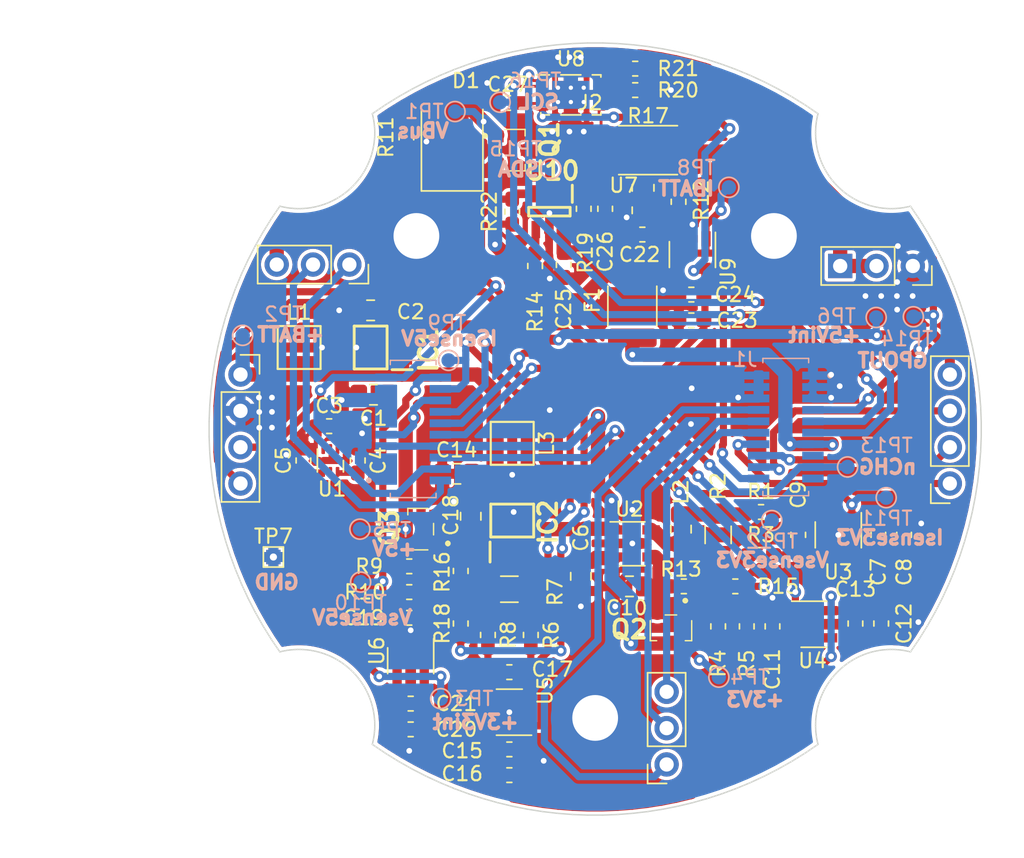
<source format=kicad_pcb>
(kicad_pcb (version 20171130) (host pcbnew "(5.1.0)-1")
  (layers (0 F.Cu signal) (31 B.Cu signal) (34 B.Paste user) (35 F.Paste user) (36 B.SilkS user) (37 F.SilkS user) (38 B.Mask user) (39 F.Mask user) (44 Edge.Cuts user))
  (net 0 "")
  (net 1 VBUS)
  (net 2 "Net-(R14-Pad2)")
  (net 3 GND)
  (net 4 /CHG)
  (net 5 +BATT)
  (net 6 +3V3)
  (net 7 "Net-(L2-Pad2)")
  (net 8 "Net-(IC2-Pad4)")
  (net 9 +5V)
  (net 10 /BATT_INTERNO)
  (net 11 "Net-(C9-Pad1)")
  (net 12 "Net-(C17-Pad1)")
  (net 13 "Net-(C9-Pad2)")
  (net 14 "Net-(C11-Pad2)")
  (net 15 "Net-(C19-Pad2)")
  (net 16 "Net-(C17-Pad2)")
  (net 17 "Net-(L2-Pad1)")
  (net 18 /I_SENSE_BATT)
  (net 19 +3V3_Internal)
  (net 20 /I_SENSE_3V3)
  (net 21 /I_SENSE_5V)
  (net 22 /V_SENSE_5V)
  (net 23 /V_SENSE_3V3)
  (net 24 /SCL)
  (net 25 /SDA)
  (net 26 "Net-(C27-Pad1)")
  (net 27 /GPOUT)
  (net 28 "Net-(R20-Pad1)")
  (net 29 /SERVOS_5V)
  (net 30 "Net-(C4-Pad2)")
  (net 31 "Net-(IC2-Pad5)")
  (net 32 "Net-(IC1-Pad5)")
  (net 33 /GPS_TX)
  (net 34 /P1)
  (net 35 /S_GLOBO)
  (net 36 /CS)
  (net 37 /SCLK)
  (net 38 /SDO)
  (net 39 /S_PARACAIDAS)
  (net 40 /SDI)
  (net 41 /ENABLE_5V)
  (net 42 /ENABLE_3V3)
  (net 43 "Net-(F1-Pad2)")
  (net 44 "Net-(C10-Pad2)")
  (net 45 "Net-(C18-Pad2)")
  (net 46 "Net-(C22-Pad2)")
  (net 47 "/Fuel Gauge/SYS")
  (net 48 /SW1)
  (net 49 "Net-(Q2-Pad1)")
  (net 50 "Net-(Q3-Pad1)")
  (net 51 "Net-(R12-Pad2)")
  (net 52 "Net-(U8-Pad9)")
  (net 53 "Net-(U8-Pad11)")
  (net 54 "Net-(U8-Pad4)")
  (net 55 "Net-(R19-Pad2)")
  (module AXTEC:Conector_PCB_B-C_Lado_B (layer F.Cu) (at 10 10)
    (fp_text reference J1 (at 10.49 -4.86) (layer B.SilkS) (effects (justify mirror)))
    (fp_text value Conector_PCB_B-C)
    (pad 15 smd rect (at -10.825 -0.4036 270) (size 0.55 1.5) (layers B.Cu B.Paste) (net 23 /V_SENSE_3V3))
    (pad 12 smd rect (at -10.825 -2.8036 270) (size 0.55 1.5) (layers B.Cu B.Paste) (net 21 /I_SENSE_5V))
    (pad 13 smd rect (at -10.825 -2.0036 270) (size 0.55 1.5) (layers B.Cu B.Paste) (net 9 +5V))
    (pad 27 smd rect (at 15.227 1.0616 90) (size 0.55 1.5) (layers B.Cu B.Paste) (net 43 "Net-(F1-Pad2)"))
    (pad 16 smd rect (at -10.825 0.3964 270) (size 0.55 1.5) (layers B.Cu B.Paste) (net 20 /I_SENSE_3V3))
    (pad 8 smd rect (at -14.625 -2.0036 270) (size 0.55 1.5) (layers B.Cu B.Paste) (net 5 +BATT))
    (pad 25 smd rect (at 15.227 -0.5384 90) (size 0.55 1.5) (layers B.Cu B.Paste) (net 24 /SCL))
    (pad 40 smd rect (at 11.427 -3.7384 90) (size 0.55 1.5) (layers B.Cu B.Paste) (net 3 GND))
    (pad 9 smd rect (at -14.625 -2.8036 270) (size 0.55 1.5) (layers B.Cu B.Paste) (net 5 +BATT))
    (pad 19 smd rect (at -10.825 2.7964 270) (size 0.55 1.5) (layers B.Cu B.Paste) (net 34 /P1))
    (pad 14 smd rect (at -10.825 -1.2036 270) (size 0.55 1.5) (layers B.Cu B.Paste) (net 41 /ENABLE_5V))
    (pad 24 smd rect (at 15.227 -1.3384 90) (size 0.55 1.5) (layers B.Cu B.Paste) (net 27 /GPOUT))
    (pad 20 smd rect (at -10.825 3.5964 270) (size 0.55 1.5) (layers B.Cu B.Paste) (net 33 /GPS_TX))
    (pad 3 smd rect (at -14.625 1.9964 270) (size 0.55 1.5) (layers B.Cu B.Paste) (net 3 GND))
    (pad 7 smd rect (at -14.625 -1.2036 270) (size 0.55 1.5) (layers B.Cu B.Paste) (net 5 +BATT))
    (pad 33 smd rect (at 11.427 1.8616 90) (size 0.55 1.5) (layers B.Cu B.Paste) (net 39 /S_PARACAIDAS))
    (pad 37 smd rect (at 11.427 -1.3384 90) (size 0.55 1.5) (layers B.Cu B.Paste) (net 40 /SDI))
    (pad 36 smd rect (at 11.427 -0.5384 90) (size 0.55 1.5) (layers B.Cu B.Paste) (net 36 /CS))
    (pad 11 smd rect (at -10.825 -3.6036 270) (size 0.55 1.5) (layers B.Cu B.Paste) (net 22 /V_SENSE_5V))
    (pad 17 smd rect (at -10.825 1.1964 270) (size 0.55 1.5) (layers B.Cu B.Paste) (net 6 +3V3))
    (pad 6 smd rect (at -14.625 -0.4036 270) (size 0.55 1.5) (layers B.Cu B.Paste) (net 5 +BATT))
    (pad 34 smd rect (at 11.427 1.0616 90) (size 0.55 1.5) (layers B.Cu B.Paste) (net 38 /SDO))
    (pad 5 smd rect (at -14.625 0.3964 270) (size 0.55 1.5) (layers B.Cu B.Paste) (net 9 +5V))
    (pad 26 smd rect (at 15.227 0.2616 90) (size 0.55 1.5) (layers B.Cu B.Paste) (net 25 /SDA))
    (pad 2 smd rect (at -14.625 2.7964 270) (size 0.55 1.5) (layers B.Cu B.Paste) (net 3 GND))
    (pad 4 smd rect (at -14.625 1.1964 270) (size 0.55 1.5) (layers B.Cu B.Paste) (net 6 +3V3))
    (pad 35 smd rect (at 11.427 0.2616 90) (size 0.55 1.5) (layers B.Cu B.Paste) (net 37 /SCLK))
    (pad 10 smd rect (at -14.625 -3.6036 270) (size 0.55 1.5) (layers B.Cu B.Paste) (net 19 +3V3_Internal))
    (pad 31 smd rect (at 11.427 3.4616 90) (size 0.55 1.5) (layers B.Cu B.Paste) (net 18 /I_SENSE_BATT))
    (pad 22 smd rect (at 15.227 -2.9384 90) (size 0.55 1.5) (layers B.Cu B.Paste) (net 3 GND))
    (pad 30 smd rect (at 15.227 3.4616 90) (size 0.55 1.5) (layers B.Cu B.Paste))
    (pad 1 smd rect (at -14.625 3.5964 270) (size 0.55 1.5) (layers B.Cu B.Paste) (net 3 GND))
    (pad 21 smd rect (at 15.227 -3.7384 90) (size 0.55 1.5) (layers B.Cu B.Paste) (net 3 GND))
    (pad 28 smd rect (at 15.227 1.8616 90) (size 0.55 1.5) (layers B.Cu B.Paste))
    (pad 29 smd rect (at 15.227 2.6616 90) (size 0.55 1.5) (layers B.Cu B.Paste) (net 4 /CHG))
    (pad 23 smd rect (at 15.227 -2.1384 90) (size 0.55 1.5) (layers B.Cu B.Paste) (net 3 GND))
    (pad 39 smd rect (at 11.427 -2.9384 90) (size 0.55 1.5) (layers B.Cu B.Paste) (net 3 GND))
    (pad 38 smd rect (at 11.427 -2.1384 90) (size 0.55 1.5) (layers B.Cu B.Paste) (net 3 GND))
    (pad 18 smd rect (at -10.825 1.9964 270) (size 0.55 1.5) (layers B.Cu B.Paste) (net 42 /ENABLE_3V3))
    (pad 32 smd rect (at 11.427 2.6616 90) (size 0.55 1.5) (layers B.Cu B.Paste) (net 35 /S_GLOBO))
  )
  (module Package_DFN_QFN:UQFN-10_1.3x1.8mm_P0.4mm (layer F.Cu) (at 13.35 -6.08 180)
    (fp_text reference U7 (at 1.36 0.96 180) (layer F.SilkS))
    (fp_text value INA216A4RSWR)
    (pad 10 smd roundrect (at -0.4 -0.875 180) (size 0.2 0.75) (layers F.Cu F.Paste F.Mask) (net 51 "Net-(R12-Pad2)"))
    (pad 9 smd roundrect (at 0 -0.875 180) (size 0.2 0.75) (layers F.Cu F.Paste F.Mask) (net 3 GND))
    (pad 8 smd roundrect (at 0.4 -0.875 180) (size 0.2 0.75) (layers F.Cu F.Paste F.Mask))
    (pad 7 smd roundrect (at 0.575 -0.2 180) (size 0.85 0.2) (layers F.Cu F.Paste F.Mask))
    (pad 6 smd roundrect (at 0.575 0.2 180) (size 0.85 0.2) (layers F.Cu F.Paste F.Mask))
    (pad 5 smd roundrect (at 0.4 0.875 180) (size 0.2 0.75) (layers F.Cu F.Paste F.Mask) (net 47 "/Fuel Gauge/SYS"))
    (pad 4 smd roundrect (at 0 0.875 180) (size 0.2 0.75) (layers F.Cu F.Paste F.Mask) (net 47 "/Fuel Gauge/SYS"))
    (pad 3 smd roundrect (at -0.4 0.875 180) (size 0.2 0.75) (layers F.Cu F.Paste F.Mask) (net 10 /BATT_INTERNO))
    (pad 2 smd roundrect (at -0.575 0.2 180) (size 0.85 0.2) (layers F.Cu F.Paste F.Mask) (net 10 /BATT_INTERNO))
    (pad 1 smd roundrect (at -0.575 -0.2 180) (size 0.85 0.2) (layers F.Cu F.Paste F.Mask))
  )
  (module Resistor_SMD:R_0603_1608Metric_Pad1.05x0.95mm_HandSolder (layer F.Cu) (at 9.2 -5.4 90)
    (fp_text reference R19 (at -3.08 0.11 90) (layer F.SilkS))
    (fp_text value 100k)
    (pad 2 smd roundrect (at 0.875 0 90) (size 1.05 0.95) (layers F.Cu F.Paste F.Mask) (net 55 "Net-(R19-Pad2)"))
    (pad 1 smd roundrect (at -0.875 0 90) (size 1.05 0.95) (layers F.Cu F.Paste F.Mask) (net 3 GND))
  )
  (module SamacSys_Parts:SOT95P280X145-6N (layer F.Cu) (at 6.8 -5.2 270)
    (fp_text reference U10 (at -2.85 -0.21 180) (layer F.SilkS) (effects (font (size 1.27 1.27) (thickness 0.254))))
    (fp_text value BQ21040DBVR hide)
    (pad 6 smd rect (at 1.25 -0.95) (size 0.6 1.2) (layers F.Cu F.Paste) (net 1 VBUS))
    (pad 5 smd rect (at 1.25 0) (size 0.6 1.2) (layers F.Cu F.Paste) (net 3 GND))
    (pad 4 smd rect (at 1.25 0.95) (size 0.6 1.2) (layers F.Cu F.Paste) (net 2 "Net-(R14-Pad2)"))
    (pad 3 smd rect (at -1.25 0.95) (size 0.6 1.2) (layers F.Cu F.Paste) (net 4 /CHG))
    (pad 2 smd rect (at -1.25 0) (size 0.6 1.2) (layers F.Cu F.Paste) (net 47 "/Fuel Gauge/SYS"))
    (pad 1 smd rect (at -1.25 -0.95) (size 0.6 1.2) (layers F.Cu F.Paste) (net 55 "Net-(R19-Pad2)"))
  )
  (module Package_TO_SOT_SMD:SOT-23-5 (layer F.Cu) (at 16.8 -2.2 270)
    (fp_text reference U9 (at 1.2 -2.5 270) (layer F.SilkS))
    (fp_text value MCP6001-OT)
    (pad 5 smd rect (at 1.1 -0.95 270) (size 1.06 0.65) (layers F.Cu F.Paste F.Mask) (net 19 +3V3_Internal))
    (pad 4 smd rect (at 1.1 0.95 270) (size 1.06 0.65) (layers F.Cu F.Paste F.Mask) (net 18 /I_SENSE_BATT))
    (pad 3 smd rect (at -1.1 0.95 270) (size 1.06 0.65) (layers F.Cu F.Paste F.Mask) (net 46 "Net-(C22-Pad2)"))
    (pad 2 smd rect (at -1.1 0 270) (size 1.06 0.65) (layers F.Cu F.Paste F.Mask) (net 3 GND))
    (pad 1 smd rect (at -1.1 -0.95 270) (size 1.06 0.65) (layers F.Cu F.Paste F.Mask) (net 18 /I_SENSE_BATT))
  )
  (module Package_SON:Texas_S-PDSO-N12 (layer F.Cu) (at 8.3 -13.365)
    (fp_text reference U8 (at -0.000701 -2.517393) (layer F.SilkS))
    (fp_text value BQ27441DRZR-G1A)
    (pad 13 smd rect (at -1.1 1.365 270) (size 0.575 0.4) (layers F.Cu F.Paste F.Mask) (net 3 GND))
    (pad 13 smd rect (at -1.1 -1.365 270) (size 0.575 0.4) (layers F.Cu F.Paste F.Mask) (net 3 GND))
    (pad 13 smd rect (at 1.1 -1.365 270) (size 0.575 0.4) (layers F.Cu F.Paste F.Mask) (net 3 GND))
    (pad 13 smd rect (at 1.1 1.365 270) (size 0.575 0.4) (layers F.Cu F.Paste F.Mask) (net 3 GND))
    (pad 13 smd rect (at 0.65 0.4875 90) (size 0.975 1.3) (layers F.Cu F.Paste) (net 3 GND))
    (pad 13 smd rect (at -0.65 0.4875 90) (size 0.975 1.3) (layers F.Cu F.Paste) (net 3 GND))
    (pad 13 smd rect (at -0.65 -0.4875 90) (size 0.975 1.3) (layers F.Cu F.Paste) (net 3 GND))
    (pad 13 smd rect (at 0.65 -0.4875 90) (size 0.975 1.3) (layers F.Cu F.Paste) (net 3 GND))
    (pad 13 smd rect (at 0 0 270) (size 1.95 2.6) (layers B.Cu F.Mask) (net 3 GND))
    (pad 13 thru_hole circle (at 0 0.5) (size 0.6 0.6) (drill 0.3) (layers *.Cu) (net 3 GND))
    (pad 13 thru_hole circle (at 0 -0.5) (size 0.6 0.6) (drill 0.3) (layers *.Cu) (net 3 GND))
    (pad 13 thru_hole circle (at -0.9 -0.5) (size 0.6 0.6) (drill 0.3) (layers *.Cu) (net 3 GND))
    (pad 13 thru_hole circle (at 0.9 -0.5) (size 0.6 0.6) (drill 0.3) (layers *.Cu) (net 3 GND))
    (pad 13 thru_hole circle (at 0.9 0.5) (size 0.6 0.6) (drill 0.3) (layers *.Cu) (net 3 GND))
    (pad 13 thru_hole circle (at -0.9 0.5) (size 0.6 0.6) (drill 0.3) (layers *.Cu) (net 3 GND))
    (pad 7 smd rect (at 2.3 1) (size 0.2 0.2) (layers F.Cu F.Paste F.Mask) (net 47 "/Fuel Gauge/SYS"))
    (pad 8 smd rect (at 2.3 0.6) (size 0.2 0.2) (layers F.Cu F.Paste F.Mask) (net 10 /BATT_INTERNO))
    (pad 9 smd rect (at 2.3 0.2) (size 0.2 0.2) (layers F.Cu F.Paste F.Mask) (net 52 "Net-(U8-Pad9)"))
    (pad 10 smd rect (at 2.3 -0.2) (size 0.2 0.2) (layers F.Cu F.Paste F.Mask) (net 28 "Net-(R20-Pad1)"))
    (pad 11 smd rect (at 2.3 -0.6) (size 0.2 0.2) (layers F.Cu F.Paste F.Mask) (net 53 "Net-(U8-Pad11)"))
    (pad 12 smd rect (at 2.3 -1) (size 0.2 0.2) (layers F.Cu F.Paste F.Mask) (net 27 /GPOUT))
    (pad 1 smd rect (at -2.3 -1) (size 0.2 0.2) (layers F.Cu F.Paste F.Mask) (net 25 /SDA))
    (pad 2 smd rect (at -2.3 -0.6) (size 0.2 0.2) (layers F.Cu F.Paste F.Mask) (net 24 /SCL))
    (pad 6 smd rect (at -2.3 1) (size 0.2 0.2) (layers F.Cu F.Paste F.Mask) (net 10 /BATT_INTERNO))
    (pad 5 smd rect (at -2.3 0.6) (size 0.2 0.2) (layers F.Cu F.Paste F.Mask) (net 26 "Net-(C27-Pad1)"))
    (pad 4 smd rect (at -2.3 0.2) (size 0.2 0.2) (layers F.Cu F.Paste F.Mask) (net 54 "Net-(U8-Pad4)"))
    (pad 7 smd oval (at 1.975 1) (size 0.85 0.2) (layers F.Cu F.Paste F.Mask) (net 47 "/Fuel Gauge/SYS"))
    (pad 8 smd oval (at 1.975 0.6) (size 0.85 0.2) (layers F.Cu F.Paste F.Mask) (net 10 /BATT_INTERNO))
    (pad 9 smd oval (at 1.975 0.2) (size 0.85 0.2) (layers F.Cu F.Paste F.Mask) (net 52 "Net-(U8-Pad9)"))
    (pad 10 smd oval (at 1.975 -0.2) (size 0.85 0.2) (layers F.Cu F.Paste F.Mask) (net 28 "Net-(R20-Pad1)"))
    (pad 11 smd oval (at 1.975 -0.6) (size 0.85 0.2) (layers F.Cu F.Paste F.Mask) (net 53 "Net-(U8-Pad11)"))
    (pad 12 smd oval (at 1.975 -1) (size 0.85 0.2) (layers F.Cu F.Paste F.Mask) (net 27 /GPOUT))
    (pad 6 smd oval (at -1.975 1) (size 0.85 0.2) (layers F.Cu F.Paste F.Mask) (net 10 /BATT_INTERNO))
    (pad 5 smd oval (at -1.975 0.6) (size 0.85 0.2) (layers F.Cu F.Paste F.Mask) (net 26 "Net-(C27-Pad1)"))
    (pad 4 smd oval (at -1.975 0.2) (size 0.85 0.2) (layers F.Cu F.Paste F.Mask) (net 54 "Net-(U8-Pad4)"))
    (pad 1 smd oval (at -1.975 -1) (size 0.85 0.2) (layers F.Cu F.Paste F.Mask) (net 25 /SDA))
    (pad 2 smd oval (at -1.975 -0.6) (size 0.85 0.2) (layers F.Cu F.Paste F.Mask) (net 24 /SCL))
    (pad 3 smd oval (at -1.975 -0.2) (size 0.85 0.2) (layers F.Cu F.Paste F.Mask) (net 3 GND))
    (pad 3 smd rect (at -2.3 -0.2) (size 0.2 0.2) (layers F.Cu F.Paste F.Mask) (net 3 GND))
    (pad 13 smd rect (at -1.1 -1.3125 270) (size 0.675 0.4) (layers F.Cu F.Mask) (net 3 GND))
    (pad 13 smd rect (at 1.1 -1.3125 270) (size 0.675 0.4) (layers F.Cu F.Mask) (net 3 GND))
    (pad 13 smd rect (at 1.1 1.3125 270) (size 0.675 0.4) (layers F.Cu F.Mask) (net 3 GND))
    (pad 13 smd rect (at -1.1 1.3125 270) (size 0.675 0.4) (layers F.Cu F.Mask) (net 3 GND))
    (pad 13 smd rect (at 0 0 270) (size 1.95 2.6) (layers F.Cu F.Mask) (net 3 GND))
  )
  (module Package_TO_SOT_SMD:SOT-23-5 (layer F.Cu) (at -2.9 26.2 270)
    (fp_text reference U6 (at -0.69 2.37 270) (layer F.SilkS))
    (fp_text value MCP6001-OT)
    (pad 5 smd rect (at 1.1 -0.95 270) (size 1.06 0.65) (layers F.Cu F.Paste F.Mask) (net 19 +3V3_Internal))
    (pad 4 smd rect (at 1.1 0.95 270) (size 1.06 0.65) (layers F.Cu F.Paste F.Mask) (net 22 /V_SENSE_5V))
    (pad 3 smd rect (at -1.1 0.95 270) (size 1.06 0.65) (layers F.Cu F.Paste F.Mask) (net 15 "Net-(C19-Pad2)"))
    (pad 2 smd rect (at -1.1 0 270) (size 1.06 0.65) (layers F.Cu F.Paste F.Mask) (net 3 GND))
    (pad 1 smd rect (at -1.1 -0.95 270) (size 1.06 0.65) (layers F.Cu F.Paste F.Mask) (net 22 /V_SENSE_5V))
  )
  (module Package_TO_SOT_SMD:SOT-23-5 (layer F.Cu) (at 4 29.8 180)
    (fp_text reference U5 (at -2.5 1.5 90) (layer F.SilkS))
    (fp_text value INA194)
    (pad 5 smd rect (at 1.1 -0.95 180) (size 1.06 0.65) (layers F.Cu F.Paste F.Mask) (net 19 +3V3_Internal))
    (pad 4 smd rect (at 1.1 0.95 180) (size 1.06 0.65) (layers F.Cu F.Paste F.Mask) (net 12 "Net-(C17-Pad1)"))
    (pad 3 smd rect (at -1.1 0.95 180) (size 1.06 0.65) (layers F.Cu F.Paste F.Mask) (net 16 "Net-(C17-Pad2)"))
    (pad 2 smd rect (at -1.1 0 180) (size 1.06 0.65) (layers F.Cu F.Paste F.Mask) (net 3 GND))
    (pad 1 smd rect (at -1.1 -0.95 180) (size 1.06 0.65) (layers F.Cu F.Paste F.Mask) (net 21 /I_SENSE_5V))
  )
  (module Package_TO_SOT_SMD:SOT-23-5 (layer F.Cu) (at 25.3 23.65)
    (fp_text reference U4 (at -0.1 2.55) (layer F.SilkS))
    (fp_text value MCP6001-OT)
    (pad 5 smd rect (at 1.1 -0.95) (size 1.06 0.65) (layers F.Cu F.Paste F.Mask) (net 19 +3V3_Internal))
    (pad 4 smd rect (at 1.1 0.95) (size 1.06 0.65) (layers F.Cu F.Paste F.Mask) (net 23 /V_SENSE_3V3))
    (pad 3 smd rect (at -1.1 0.95) (size 1.06 0.65) (layers F.Cu F.Paste F.Mask) (net 14 "Net-(C11-Pad2)"))
    (pad 2 smd rect (at -1.1 0) (size 1.06 0.65) (layers F.Cu F.Paste F.Mask) (net 3 GND))
    (pad 1 smd rect (at -1.1 -0.95) (size 1.06 0.65) (layers F.Cu F.Paste F.Mask) (net 23 /V_SENSE_3V3))
  )
  (module Package_TO_SOT_SMD:SOT-23-5 (layer F.Cu) (at 27 17.4 270)
    (fp_text reference U3 (at 2.6 0) (layer F.SilkS))
    (fp_text value INA194)
    (pad 5 smd rect (at 1.1 -0.95 270) (size 1.06 0.65) (layers F.Cu F.Paste F.Mask) (net 19 +3V3_Internal))
    (pad 4 smd rect (at 1.1 0.95 270) (size 1.06 0.65) (layers F.Cu F.Paste F.Mask) (net 11 "Net-(C9-Pad1)"))
    (pad 3 smd rect (at -1.1 0.95 270) (size 1.06 0.65) (layers F.Cu F.Paste F.Mask) (net 13 "Net-(C9-Pad2)"))
    (pad 2 smd rect (at -1.1 0 270) (size 1.06 0.65) (layers F.Cu F.Paste F.Mask) (net 3 GND))
    (pad 1 smd rect (at -1.1 -0.95 270) (size 1.06 0.65) (layers F.Cu F.Paste F.Mask) (net 20 /I_SENSE_3V3))
  )
  (module Package_TO_SOT_SMD:TSOT-23-5 (layer F.Cu) (at 12.6 18)
    (fp_text reference U2 (at -0.2 -2.4) (layer F.SilkS))
    (fp_text value ADP2108AUJ-3.3)
    (pad 5 smd rect (at 1.31 -0.95) (size 1.22 0.65) (layers F.Cu F.Paste F.Mask) (net 17 "Net-(L2-Pad1)"))
    (pad 4 smd rect (at 1.31 0.95) (size 1.22 0.65) (layers F.Cu F.Paste F.Mask) (net 44 "Net-(C10-Pad2)"))
    (pad 3 smd rect (at -1.31 0.95) (size 1.22 0.65) (layers F.Cu F.Paste F.Mask) (net 5 +BATT))
    (pad 2 smd rect (at -1.31 0) (size 1.22 0.65) (layers F.Cu F.Paste F.Mask) (net 3 GND))
    (pad 1 smd rect (at -1.31 -0.95) (size 1.22 0.65) (layers F.Cu F.Paste F.Mask) (net 5 +BATT))
  )
  (module Package_DFN_QFN:MLF-6-1EP_1.6x1.6mm_P0.5mm_EP0.5x1.26mm (layer F.Cu) (at -8.515 12.2 270)
    (fp_text reference U1 (at 2 -0.115) (layer F.SilkS))
    (fp_text value MIC5353-3.3YMT)
    (pad 6 smd roundrect (at 0.8 -0.5 270) (size 0.7 0.25) (layers F.Cu F.Paste F.Mask) (net 30 "Net-(C4-Pad2)"))
    (pad 5 smd roundrect (at 0.8 0 270) (size 0.7 0.25) (layers F.Cu F.Paste F.Mask))
    (pad 4 smd roundrect (at 0.8 0.5 270) (size 0.7 0.25) (layers F.Cu F.Paste F.Mask) (net 19 +3V3_Internal))
    (pad 3 smd roundrect (at -0.8 0.5 270) (size 0.7 0.25) (layers F.Cu F.Paste F.Mask) (net 5 +BATT))
    (pad 2 smd roundrect (at -0.8 0 270) (size 0.7 0.25) (layers F.Cu F.Paste F.Mask) (net 3 GND))
    (pad 1 smd roundrect (at -0.8 -0.5 270) (size 0.7 0.25) (layers F.Cu F.Paste F.Mask) (net 5 +BATT))
    (pad 7 smd roundrect (at 0 0 270) (size 0.5 1.26) (layers F.Cu F.Mask) (net 3 GND))
  )
  (module TestPoint:TestPoint_Pad_D1.0mm (layer B.Cu) (at 3.35 -12.85)
    (fp_text reference TP16 (at 2.45 -1.53) (layer B.SilkS) (effects (justify mirror)))
    (fp_text value TestPoint_SCL)
    (pad 1 smd circle (at 0 0) (size 1 1) (layers B.Cu B.Mask) (net 24 /SCL))
  )
  (module TestPoint:TestPoint_Pad_D1.0mm (layer B.Cu) (at 6.9 -8.2)
    (fp_text reference TP15 (at -2.46 -1.39) (layer B.SilkS) (effects (justify mirror)))
    (fp_text value TestPoint_SDA)
    (pad 1 smd circle (at 0 0) (size 1 1) (layers B.Cu B.Mask) (net 25 /SDA))
  )
  (module TestPoint:TestPoint_Pad_D1.0mm (layer B.Cu) (at 32.25 2.15)
    (fp_text reference TP14 (at -0.45 1.54) (layer B.SilkS) (effects (justify mirror)))
    (fp_text value TestPoint_GPOUT)
    (pad 1 smd circle (at 0 0) (size 1 1) (layers B.Cu B.Mask) (net 27 /GPOUT))
  )
  (module TestPoint:TestPoint_Pad_D1.0mm (layer B.Cu) (at 27.65 12.65)
    (fp_text reference TP13 (at 2.72 -1.5) (layer B.SilkS) (effects (justify mirror)))
    (fp_text value TestPoint_CHG)
    (pad 1 smd circle (at 0 0) (size 1 1) (layers B.Cu B.Mask) (net 4 /CHG))
  )
  (module TestPoint:TestPoint_Pad_D1.0mm (layer B.Cu) (at 22.35 16.4)
    (fp_text reference TP12 (at 0 1.448) (layer B.SilkS) (effects (justify mirror)))
    (fp_text value TestPoint_V3V3)
    (pad 1 smd circle (at 0 0) (size 1 1) (layers B.Cu B.Mask) (net 23 /V_SENSE_3V3))
  )
  (module TestPoint:TestPoint_Pad_D1.0mm (layer B.Cu) (at 30.35 14.8)
    (fp_text reference TP11 (at 0 1.448) (layer B.SilkS) (effects (justify mirror)))
    (fp_text value TestPoint_I3V3)
    (pad 1 smd circle (at 0 0) (size 1 1) (layers B.Cu B.Mask) (net 20 /I_SENSE_3V3))
  )
  (module TestPoint:TestPoint_Pad_D1.0mm (layer B.Cu) (at -6.4 20.7)
    (fp_text reference TP10 (at 0 1.448) (layer B.SilkS) (effects (justify mirror)))
    (fp_text value TestPoint_V5V)
    (pad 1 smd circle (at 0 0) (size 1 1) (layers B.Cu B.Mask) (net 22 /V_SENSE_5V))
  )
  (module TestPoint:TestPoint_Pad_D1.0mm (layer B.Cu) (at -0.25 5.2)
    (fp_text reference TP9 (at -0.12 -2.63) (layer B.SilkS) (effects (justify mirror)))
    (fp_text value TestPoint_I5V)
    (pad 1 smd circle (at 0 0) (size 1 1) (layers B.Cu B.Mask) (net 21 /I_SENSE_5V))
  )
  (module TestPoint:TestPoint_Pad_D1.0mm (layer B.Cu) (at 19.35 -6.9)
    (fp_text reference TP8 (at -2.28 -1.37) (layer B.SilkS) (effects (justify mirror)))
    (fp_text value TestPoint_IBATT)
    (pad 1 smd circle (at 0 0) (size 1 1) (layers B.Cu B.Mask) (net 18 /I_SENSE_BATT))
  )
  (module TestPoint:TestPoint_THTPad_1.0x1.0mm_Drill0.5mm (layer F.Cu) (at -12.5 18.95)
    (fp_text reference TP7 (at 0 -1.448) (layer F.SilkS))
    (fp_text value TestPoint_GND)
    (pad 1 thru_hole rect (at 0 0) (size 1 1) (drill 0.5) (layers *.Cu *.Mask) (net 3 GND))
  )
  (module TestPoint:TestPoint_Pad_D1.0mm (layer B.Cu) (at 29.65 2.2)
    (fp_text reference TP6 (at -2.78 -0.1) (layer B.SilkS) (effects (justify mirror)))
    (fp_text value TestPoint_5Vint)
    (pad 1 smd circle (at 0 0) (size 1 1) (layers B.Cu B.Mask) (net 29 /SERVOS_5V))
  )
  (module TestPoint:TestPoint_Pad_D1.0mm (layer B.Cu) (at -6.45 17)
    (fp_text reference TP5 (at 2.22 0.05) (layer B.SilkS) (effects (justify mirror)))
    (fp_text value TestPoint_5Vext)
    (pad 1 smd circle (at 0 0) (size 1 1) (layers B.Cu B.Mask) (net 9 +5V))
  )
  (module TestPoint:TestPoint_Pad_D1.0mm (layer B.Cu) (at 18.65 27.35)
    (fp_text reference TP4 (at 2.15 0) (layer B.SilkS) (effects (justify mirror)))
    (fp_text value TestPoint_3v3ext)
    (pad 1 smd circle (at 0 0) (size 1 1) (layers B.Cu B.Mask) (net 6 +3V3))
  )
  (module TestPoint:TestPoint_Pad_D1.0mm (layer B.Cu) (at -0.8 28.85)
    (fp_text reference TP3 (at 2.33 0) (layer B.SilkS) (effects (justify mirror)))
    (fp_text value TestPoint_3V3int)
    (pad 1 smd circle (at 0 0) (size 1 1) (layers B.Cu B.Mask) (net 19 +3V3_Internal))
  )
  (module TestPoint:TestPoint_Pad_D1.0mm (layer B.Cu) (at -14.65 3.45)
    (fp_text reference TP2 (at 2.87 -1.48) (layer B.SilkS) (effects (justify mirror)))
    (fp_text value TestPoint_BATT)
    (pad 1 smd circle (at 0 0) (size 1 1) (layers B.Cu B.Mask) (net 5 +BATT))
  )
  (module TestPoint:TestPoint_Pad_D1.0mm (layer B.Cu) (at 0.2 -12.2)
    (fp_text reference TP1 (at -2.16 0) (layer B.SilkS) (effects (justify mirror)))
    (fp_text value TestPoint_VBUS)
    (pad 1 smd circle (at 0 0) (size 1 1) (layers B.Cu B.Mask) (net 1 VBUS))
  )
  (module Resistor_SMD:R_0603_1608Metric_Pad1.05x0.95mm_HandSolder (layer F.Cu) (at 4.2 -5.2 270)
    (fp_text reference R22 (at 0 1.6 270) (layer F.SilkS))
    (fp_text value 100k)
    (pad 2 smd roundrect (at 0.875 0 270) (size 1.05 0.95) (layers F.Cu F.Paste F.Mask) (net 19 +3V3_Internal))
    (pad 1 smd roundrect (at -0.875 0 270) (size 1.05 0.95) (layers F.Cu F.Paste F.Mask) (net 4 /CHG))
  )
  (module Capacitor_SMD:C_0603_1608Metric_Pad1.05x0.95mm_HandSolder (layer F.Cu) (at 12.8 -15.2 180)
    (fp_text reference R21 (at -3 0 180) (layer F.SilkS))
    (fp_text value 10k)
    (pad 2 smd roundrect (at 0.875 0 180) (size 1.05 0.95) (layers F.Cu F.Paste F.Mask) (net 27 /GPOUT))
    (pad 1 smd roundrect (at -0.875 0 180) (size 1.05 0.95) (layers F.Cu F.Paste F.Mask) (net 19 +3V3_Internal))
  )
  (module Capacitor_SMD:C_0603_1608Metric_Pad1.05x0.95mm_HandSolder (layer F.Cu) (at 12.8 -13.7)
    (fp_text reference R20 (at 3 0) (layer F.SilkS))
    (fp_text value 10k)
    (pad 2 smd roundrect (at 0.875 0) (size 1.05 0.95) (layers F.Cu F.Paste F.Mask) (net 3 GND))
    (pad 1 smd roundrect (at -0.875 0) (size 1.05 0.95) (layers F.Cu F.Paste F.Mask) (net 28 "Net-(R20-Pad1)"))
  )
  (module Capacitor_SMD:C_0603_1608Metric_Pad1.05x0.95mm_HandSolder (layer F.Cu) (at 0.6 23.6 270)
    (fp_text reference R18 (at 0 1.3 270) (layer F.SilkS))
    (fp_text value 1k)
    (pad 2 smd roundrect (at 0.875 0 270) (size 1.05 0.95) (layers F.Cu F.Paste F.Mask) (net 41 /ENABLE_5V))
    (pad 1 smd roundrect (at -0.875 0 270) (size 1.05 0.95) (layers F.Cu F.Paste F.Mask) (net 50 "Net-(Q3-Pad1)"))
  )
  (module Resistor_SMD:R_2512_6332Metric_Pad1.52x3.35mm_HandSolder (layer F.Cu) (at 13.7 -9.5)
    (fp_text reference R17 (at 0 -2.4) (layer F.SilkS))
    (fp_text value 10m)
    (pad 2 smd roundrect (at 2.9875 0) (size 1.525 3.35) (layers F.Cu F.Paste F.Mask) (roundrect_rratio 0.163934) (net 10 /BATT_INTERNO))
    (pad 1 smd roundrect (at -2.9875 0) (size 1.525 3.35) (layers F.Cu F.Paste F.Mask) (roundrect_rratio 0.163934) (net 47 "/Fuel Gauge/SYS"))
  )
  (module Resistor_SMD:R_0603_1608Metric_Pad1.05x0.95mm_HandSolder (layer F.Cu) (at 0.6 19.925 90)
    (fp_text reference R16 (at -0.075 -1.3 90) (layer F.SilkS))
    (fp_text value 100k)
    (pad 2 smd roundrect (at 0.875 0 90) (size 1.05 0.95) (layers F.Cu F.Paste F.Mask) (net 45 "Net-(C18-Pad2)"))
    (pad 1 smd roundrect (at -0.875 0 90) (size 1.05 0.95) (layers F.Cu F.Paste F.Mask) (net 50 "Net-(Q3-Pad1)"))
  )
  (module Capacitor_SMD:C_0603_1608Metric_Pad1.05x0.95mm_HandSolder (layer F.Cu) (at 19.8 21)
    (fp_text reference R15 (at 3 0) (layer F.SilkS))
    (fp_text value 1k)
    (pad 2 smd roundrect (at 0.875 0) (size 1.05 0.95) (layers F.Cu F.Paste F.Mask) (net 42 /ENABLE_3V3))
    (pad 1 smd roundrect (at -0.875 0) (size 1.05 0.95) (layers F.Cu F.Paste F.Mask) (net 49 "Net-(Q2-Pad1)"))
  )
  (module Resistor_SMD:R_0603_1608Metric_Pad1.05x0.95mm_HandSolder (layer F.Cu) (at 5.8 -1.4 90)
    (fp_text reference R14 (at -3.2 0 90) (layer F.SilkS))
    (fp_text value 1k8)
    (pad 2 smd roundrect (at 0.875 0 90) (size 1.05 0.95) (layers F.Cu F.Paste F.Mask) (net 2 "Net-(R14-Pad2)"))
    (pad 1 smd roundrect (at -0.875 0 90) (size 1.05 0.95) (layers F.Cu F.Paste F.Mask) (net 3 GND))
  )
  (module Resistor_SMD:R_0603_1608Metric_Pad1.05x0.95mm_HandSolder (layer F.Cu) (at 16.2 21 180)
    (fp_text reference R13 (at 0.2 1.2 180) (layer F.SilkS))
    (fp_text value 100k)
    (pad 2 smd roundrect (at 0.875 0 180) (size 1.05 0.95) (layers F.Cu F.Paste F.Mask) (net 44 "Net-(C10-Pad2)"))
    (pad 1 smd roundrect (at -0.875 0 180) (size 1.05 0.95) (layers F.Cu F.Paste F.Mask) (net 49 "Net-(Q2-Pad1)"))
  )
  (module Capacitor_SMD:C_0603_1608Metric_Pad1.05x0.95mm_HandSolder (layer F.Cu) (at 15.83 -5.89 90)
    (fp_text reference R12 (at 0.1 1.6 90) (layer F.SilkS))
    (fp_text value 1k)
    (pad 2 smd roundrect (at 0.875 0 90) (size 1.05 0.95) (layers F.Cu F.Paste F.Mask) (net 51 "Net-(R12-Pad2)"))
    (pad 1 smd roundrect (at -0.875 0 90) (size 1.05 0.95) (layers F.Cu F.Paste F.Mask) (net 46 "Net-(C22-Pad2)"))
  )
  (module Capacitor_SMD:C_0603_1608Metric_Pad1.05x0.95mm_HandSolder (layer F.Cu) (at -3.2 -10.4 90)
    (fp_text reference R11 (at 0 -1.43 90) (layer F.SilkS))
    (fp_text value 10k)
    (pad 2 smd roundrect (at 0.875 0 90) (size 1.05 0.95) (layers F.Cu F.Paste F.Mask) (net 1 VBUS))
    (pad 1 smd roundrect (at -0.875 0 90) (size 1.05 0.95) (layers F.Cu F.Paste F.Mask) (net 3 GND))
  )
  (module Resistor_SMD:R_0603_1608Metric_Pad1.05x0.95mm_HandSolder (layer F.Cu) (at -3 21.4 180)
    (fp_text reference R10 (at 3.1 0 180) (layer F.SilkS))
    (fp_text value 39k)
    (pad 2 smd roundrect (at 0.875 0 180) (size 1.05 0.95) (layers F.Cu F.Paste F.Mask) (net 15 "Net-(C19-Pad2)"))
    (pad 1 smd roundrect (at -0.875 0 180) (size 1.05 0.95) (layers F.Cu F.Paste F.Mask) (net 3 GND))
  )
  (module Resistor_SMD:R_0603_1608Metric_Pad1.05x0.95mm_HandSolder (layer F.Cu) (at -3 19.6)
    (fp_text reference R9 (at -2.8 0) (layer F.SilkS))
    (fp_text value 22k)
    (pad 2 smd roundrect (at 0.875 0) (size 1.05 0.95) (layers F.Cu F.Paste F.Mask) (net 9 +5V))
    (pad 1 smd roundrect (at -0.875 0) (size 1.05 0.95) (layers F.Cu F.Paste F.Mask) (net 15 "Net-(C19-Pad2)"))
  )
  (module Resistor_SMD:R_0603_1608Metric_Pad1.05x0.95mm_HandSolder (layer F.Cu) (at 2.5 24.4 270)
    (fp_text reference R8 (at 0 -1.43 270) (layer F.SilkS))
    (fp_text value 51R)
    (pad 2 smd roundrect (at 0.875 0 270) (size 1.05 0.95) (layers F.Cu F.Paste F.Mask) (net 12 "Net-(C17-Pad1)"))
    (pad 1 smd roundrect (at -0.875 0 270) (size 1.05 0.95) (layers F.Cu F.Paste F.Mask) (net 45 "Net-(C18-Pad2)"))
  )
  (module Resistor_SMD:R_1206_3216Metric_Pad1.42x1.75mm_HandSolder (layer F.Cu) (at 4 21.2)
    (fp_text reference R7 (at 3.2 0.2 90) (layer F.SilkS))
    (fp_text value 200m)
    (pad 2 smd roundrect (at 1.4875 0) (size 1.425 1.75) (layers F.Cu F.Paste F.Mask) (roundrect_rratio 0.175439) (net 8 "Net-(IC2-Pad4)"))
    (pad 1 smd roundrect (at -1.4875 0) (size 1.425 1.75) (layers F.Cu F.Paste F.Mask) (roundrect_rratio 0.175439) (net 45 "Net-(C18-Pad2)"))
  )
  (module Resistor_SMD:R_0603_1608Metric_Pad1.05x0.95mm_HandSolder (layer F.Cu) (at 5.5 24.4 270)
    (fp_text reference R6 (at 0 -1.43 270) (layer F.SilkS))
    (fp_text value 51R)
    (pad 2 smd roundrect (at 0.875 0 270) (size 1.05 0.95) (layers F.Cu F.Paste F.Mask) (net 16 "Net-(C17-Pad2)"))
    (pad 1 smd roundrect (at -0.875 0 270) (size 1.05 0.95) (layers F.Cu F.Paste F.Mask) (net 8 "Net-(IC2-Pad4)"))
  )
  (module Resistor_SMD:R_0603_1608Metric_Pad1.05x0.95mm_HandSolder (layer F.Cu) (at 20.6 23.8 270)
    (fp_text reference R5 (at 2.6 0 270) (layer F.SilkS))
    (fp_text value 150k)
    (pad 2 smd roundrect (at 0.875 0 270) (size 1.05 0.95) (layers F.Cu F.Paste F.Mask) (net 14 "Net-(C11-Pad2)"))
    (pad 1 smd roundrect (at -0.875 0 270) (size 1.05 0.95) (layers F.Cu F.Paste F.Mask) (net 3 GND))
  )
  (module Resistor_SMD:R_0603_1608Metric_Pad1.05x0.95mm_HandSolder (layer F.Cu) (at 18.6 23.8 90)
    (fp_text reference R4 (at -2.6 0 90) (layer F.SilkS))
    (fp_text value 6k8)
    (pad 2 smd roundrect (at 0.875 0 90) (size 1.05 0.95) (layers F.Cu F.Paste F.Mask) (net 6 +3V3))
    (pad 1 smd roundrect (at -0.875 0 90) (size 1.05 0.95) (layers F.Cu F.Paste F.Mask) (net 14 "Net-(C11-Pad2)"))
  )
  (module Resistor_SMD:R_0603_1608Metric_Pad1.05x0.95mm_HandSolder (layer F.Cu) (at 21.6 18.8)
    (fp_text reference R3 (at 0 -1.4) (layer F.SilkS))
    (fp_text value 51R)
    (pad 2 smd roundrect (at 0.875 0) (size 1.05 0.95) (layers F.Cu F.Paste F.Mask) (net 11 "Net-(C9-Pad1)"))
    (pad 1 smd roundrect (at -0.875 0) (size 1.05 0.95) (layers F.Cu F.Paste F.Mask) (net 44 "Net-(C10-Pad2)"))
  )
  (module Resistor_SMD:R_1206_3216Metric_Pad1.42x1.75mm_HandSolder (layer F.Cu) (at 18.6 17.4 90)
    (fp_text reference R2 (at 3.4 0 90) (layer F.SilkS))
    (fp_text value 120m)
    (pad 2 smd roundrect (at 1.4875 0 90) (size 1.425 1.75) (layers F.Cu F.Paste F.Mask) (roundrect_rratio 0.175439) (net 7 "Net-(L2-Pad2)"))
    (pad 1 smd roundrect (at -1.4875 0 90) (size 1.425 1.75) (layers F.Cu F.Paste F.Mask) (roundrect_rratio 0.175439) (net 44 "Net-(C10-Pad2)"))
  )
  (module Resistor_SMD:R_0603_1608Metric_Pad1.05x0.95mm_HandSolder (layer F.Cu) (at 21.6 15.8)
    (fp_text reference R1 (at 0 -1.43) (layer F.SilkS))
    (fp_text value 51R)
    (pad 2 smd roundrect (at 0.875 0) (size 1.05 0.95) (layers F.Cu F.Paste F.Mask) (net 13 "Net-(C9-Pad2)"))
    (pad 1 smd roundrect (at -0.875 0) (size 1.05 0.95) (layers F.Cu F.Paste F.Mask) (net 7 "Net-(L2-Pad2)"))
  )
  (module SamacSys_Parts:SSM3J332RLFT (layer F.Cu) (at -2.2 17 90)
    (fp_text reference Q3 (at 0.1 -2.2 90) (layer F.SilkS) (effects (font (size 1.27 1.27) (thickness 0.254))))
    (fp_text value SSM3J338R,LF hide)
    (pad 3 smd rect (at 0 -1.05 90) (size 0.8 0.9) (layers F.Cu F.Paste) (net 9 +5V))
    (pad 2 smd rect (at 0.95 1.05 90) (size 0.8 0.9) (layers F.Cu F.Paste) (net 45 "Net-(C18-Pad2)"))
    (pad 1 smd rect (at -0.95 1.05 90) (size 0.8 0.9) (layers F.Cu F.Paste) (net 50 "Net-(Q3-Pad1)"))
  )
  (module SamacSys_Parts:SSM3J332RLFT (layer F.Cu) (at 15.3 23.9 180)
    (fp_text reference Q2 (at 2.92 -0.12 180) (layer F.SilkS) (effects (font (size 1.27 1.27) (thickness 0.254))))
    (fp_text value SSM3J338R,LF hide)
    (pad 3 smd rect (at 0 -1.05 180) (size 0.8 0.9) (layers F.Cu F.Paste) (net 6 +3V3))
    (pad 2 smd rect (at 0.95 1.05 180) (size 0.8 0.9) (layers F.Cu F.Paste) (net 44 "Net-(C10-Pad2)"))
    (pad 1 smd rect (at -0.95 1.05 180) (size 0.8 0.9) (layers F.Cu F.Paste) (net 49 "Net-(Q2-Pad1)"))
  )
  (module SamacSys_Parts:SSM3J332RLFT (layer F.Cu) (at 4.2 -9.5 270)
    (fp_text reference Q1 (at -0.75 -2.61 270) (layer F.SilkS) (effects (font (size 1.27 1.27) (thickness 0.254))))
    (fp_text value SSM3J338R,LF hide)
    (pad 3 smd rect (at 0 -1.05 270) (size 0.8 0.9) (layers F.Cu F.Paste) (net 47 "/Fuel Gauge/SYS"))
    (pad 2 smd rect (at 0.95 1.05 270) (size 0.8 0.9) (layers F.Cu F.Paste) (net 48 /SW1))
    (pad 1 smd rect (at -0.95 1.05 270) (size 0.8 0.9) (layers F.Cu F.Paste) (net 1 VBUS))
  )
  (module AXTEC:SRN3010TA-4R7M (layer F.Cu) (at 4.2 11 180)
    (fp_text reference L3 (at -2.4 0 270) (layer F.SilkS))
    (fp_text value 4.7uH)
    (pad 2 smd rect (at 1.1 0 270) (size 3.2 1) (layers F.Cu F.Paste F.Mask) (net 5 +BATT))
    (pad 1 smd rect (at -1.1 0 270) (size 3.2 1) (layers F.Cu F.Paste F.Mask) (net 31 "Net-(IC2-Pad5)"))
  )
  (module Inductor_SMD:L_0805_2012Metric_Pad1.15x1.40mm_HandSolder (layer F.Cu) (at 16 17 90)
    (fp_text reference L2 (at 2.6 0 90) (layer F.SilkS))
    (fp_text value 1uH)
    (pad 2 smd roundrect (at 1.025 0 90) (size 1.15 1.4) (layers F.Cu F.Paste F.Mask) (roundrect_rratio 0.217391) (net 7 "Net-(L2-Pad2)"))
    (pad 1 smd roundrect (at -1.025 0 90) (size 1.15 1.4) (layers F.Cu F.Paste F.Mask) (roundrect_rratio 0.217391) (net 17 "Net-(L2-Pad1)"))
  )
  (module AXTEC:SRN3010TA-4R7M (layer F.Cu) (at -10.7 4.3 270)
    (fp_text reference L1 (at -2.46 0.01) (layer F.SilkS))
    (fp_text value 4.7uH)
    (pad 2 smd rect (at 1.1 0) (size 3.2 1) (layers F.Cu F.Paste F.Mask) (net 5 +BATT))
    (pad 1 smd rect (at -1.1 0) (size 3.2 1) (layers F.Cu F.Paste F.Mask) (net 32 "Net-(IC1-Pad5)"))
  )
  (module AXTEC:Conector_PCB_A-B (layer F.Cu) (at 10 10)
    (fp_text reference J2 (at -0.34 -22.82) (layer F.SilkS))
    (fp_text value Conector_PCB_A-B)
    (pad 5 thru_hole oval (at 24.8 -1.27 180) (size 1.7 1.7) (drill 1) (layers *.Cu *.Mask) (net 35 /S_GLOBO))
    (pad 10 thru_hole oval (at 4.996841 18.373862 180) (size 1.7 1.7) (drill 1) (layers *.Cu *.Mask) (net 37 /SCLK))
    (pad 4 thru_hole circle (at 24.8 -3.81 180) (size 1.7 1.7) (drill 1) (layers *.Cu *.Mask) (net 29 /SERVOS_5V))
    (pad 8 thru_hole circle (at 4.996841 23.453862 180) (size 1.7 1.7) (drill 1) (layers *.Cu *.Mask) (net 40 /SDI))
    (pad 9 thru_hole oval (at 4.996841 20.913862 180) (size 1.7 1.7) (drill 1) (layers *.Cu *.Mask) (net 36 /CS))
    (pad 7 thru_hole circle (at 24.8 3.81 180) (size 1.7 1.7) (drill 1) (layers *.Cu *.Mask) (net 38 /SDO))
    (pad 6 thru_hole oval (at 24.8 1.27 270) (size 1.7 1.7) (drill 1) (layers *.Cu *.Mask) (net 39 /S_PARACAIDAS))
    (pad 3 thru_hole circle (at 22.212262 -11.400841 270) (size 1.7 1.7) (drill 1) (layers *.Cu *.Mask) (net 3 GND))
    (pad 1 thru_hole rect (at 17.132262 -11.400841 270) (size 1.7 1.7) (drill 1) (layers *.Cu *.Mask) (net 10 /BATT_INTERNO))
    (pad 2 thru_hole oval (at 19.672262 -11.400841 270) (size 1.7 1.7) (drill 1) (layers *.Cu *.Mask) (net 10 /BATT_INTERNO))
    (pad 13 thru_hole oval (at -22.267738 -11.500841 270) (size 1.7 1.7) (drill 1) (layers *.Cu *.Mask) (net 48 /SW1))
    (pad 12 thru_hole oval (at -19.727738 -11.500841 270) (size 1.7 1.7) (drill 1) (layers *.Cu *.Mask) (net 33 /GPS_TX))
    (pad 11 thru_hole circle (at -17.187738 -11.500841 270) (size 1.7 1.7) (drill 1) (layers *.Cu *.Mask) (net 34 /P1))
    (pad 16 thru_hole oval (at -24.8 1.27) (size 1.7 1.7) (drill 1) (layers *.Cu *.Mask) (net 19 +3V3_Internal))
    (pad 17 thru_hole oval (at -24.8 3.81) (size 1.7 1.7) (drill 1) (layers *.Cu *.Mask) (net 4 /CHG))
    (pad 15 thru_hole oval (at -24.8 -1.27) (size 1.7 1.7) (drill 1) (layers *.Cu *.Mask) (net 3 GND))
    (pad 14 thru_hole circle (at -24.8 -3.81) (size 1.7 1.7) (drill 1) (layers *.Cu *.Mask) (net 5 +BATT))
  )
  (module SamacSys_Parts:SOP65P490X110-8N (layer F.Cu) (at 4.2 16.4 90)
    (fp_text reference IC2 (at -0.1 2.5 90) (layer F.SilkS) (effects (font (size 1.27 1.27) (thickness 0.254))))
    (fp_text value MCP1642B-50I_MS hide)
    (pad 8 smd rect (at 2.2 -0.975 180) (size 0.45 1.4) (layers F.Cu F.Paste) (net 5 +BATT))
    (pad 7 smd rect (at 2.2 -0.325 180) (size 0.45 1.4) (layers F.Cu F.Paste) (net 3 GND))
    (pad 6 smd rect (at 2.2 0.325 180) (size 0.45 1.4) (layers F.Cu F.Paste) (net 3 GND))
    (pad 5 smd rect (at 2.2 0.975 180) (size 0.45 1.4) (layers F.Cu F.Paste) (net 31 "Net-(IC2-Pad5)"))
    (pad 4 smd rect (at -2.2 0.975 180) (size 0.45 1.4) (layers F.Cu F.Paste) (net 8 "Net-(IC2-Pad4)"))
    (pad 3 smd rect (at -2.2 0.325 180) (size 0.45 1.4) (layers F.Cu F.Paste))
    (pad 2 smd rect (at -2.2 -0.325 180) (size 0.45 1.4) (layers F.Cu F.Paste))
    (pad 1 smd rect (at -2.2 -0.975 180) (size 0.45 1.4) (layers F.Cu F.Paste) (net 5 +BATT))
  )
  (module SamacSys_Parts:SOP65P490X110-8N (layer F.Cu) (at -5.7 4.3 180)
    (fp_text reference IC1 (at -4.05 -0.18 270) (layer F.SilkS) (effects (font (size 1.27 1.27) (thickness 0.254))))
    (fp_text value MCP1642B-50I_MS hide)
    (pad 8 smd rect (at 2.2 -0.975 270) (size 0.45 1.4) (layers F.Cu F.Paste) (net 5 +BATT))
    (pad 7 smd rect (at 2.2 -0.325 270) (size 0.45 1.4) (layers F.Cu F.Paste) (net 3 GND))
    (pad 6 smd rect (at 2.2 0.325 270) (size 0.45 1.4) (layers F.Cu F.Paste) (net 3 GND))
    (pad 5 smd rect (at 2.2 0.975 270) (size 0.45 1.4) (layers F.Cu F.Paste) (net 32 "Net-(IC1-Pad5)"))
    (pad 4 smd rect (at -2.2 0.975 270) (size 0.45 1.4) (layers F.Cu F.Paste) (net 29 /SERVOS_5V))
    (pad 3 smd rect (at -2.2 0.325 270) (size 0.45 1.4) (layers F.Cu F.Paste))
    (pad 2 smd rect (at -2.2 -0.325 270) (size 0.45 1.4) (layers F.Cu F.Paste))
    (pad 1 smd rect (at -2.2 -0.975 270) (size 0.45 1.4) (layers F.Cu F.Paste) (net 5 +BATT))
  )
  (module Fuse:Fuse_1812_4532Metric_Pad1.30x3.40mm_HandSolder (layer F.Cu) (at 12.6 1.4 270)
    (fp_text reference F1 (at -0.4 2.8 270) (layer F.SilkS))
    (fp_text value Polyfuse)
    (pad 2 smd roundrect (at 2.225 0 270) (size 1.3 3.4) (layers F.Cu F.Paste F.Mask) (roundrect_rratio 0.192308) (net 43 "Net-(F1-Pad2)"))
    (pad 1 smd roundrect (at -2.225 0 270) (size 1.3 3.4) (layers F.Cu F.Paste F.Mask) (roundrect_rratio 0.192308) (net 1 VBUS))
  )
  (module Diode_SMD:D_SMB (layer F.Cu) (at 0 -10.2 90)
    (fp_text reference D1 (at 4.16 0.96 180) (layer F.SilkS))
    (fp_text value MBRS2040LT3G)
    (pad 2 smd rect (at 2.15 0 90) (size 2.5 2.3) (layers F.Cu F.Paste F.Mask) (net 1 VBUS))
    (pad 1 smd rect (at -2.15 0 90) (size 2.5 2.3) (layers F.Cu F.Paste F.Mask) (net 48 /SW1))
  )
  (module Capacitor_SMD:C_0603_1608Metric_Pad1.05x0.95mm_HandSolder (layer F.Cu) (at 3.9 -12.8 180)
    (fp_text reference C27 (at 0 1.3 180) (layer F.SilkS))
    (fp_text value 0.47uF)
    (pad 2 smd roundrect (at 0.875 0 180) (size 1.05 0.95) (layers F.Cu F.Paste F.Mask) (net 3 GND))
    (pad 1 smd roundrect (at -0.875 0 180) (size 1.05 0.95) (layers F.Cu F.Paste F.Mask) (net 26 "Net-(C27-Pad1)"))
  )
  (module Capacitor_SMD:C_0603_1608Metric_Pad1.05x0.95mm_HandSolder (layer F.Cu) (at 10.7 -5.4 90)
    (fp_text reference C26 (at -3 0 90) (layer F.SilkS))
    (fp_text value 1uF)
    (pad 2 smd roundrect (at 0.875 0 90) (size 1.05 0.95) (layers F.Cu F.Paste F.Mask) (net 47 "/Fuel Gauge/SYS"))
    (pad 1 smd roundrect (at -0.875 0 90) (size 1.05 0.95) (layers F.Cu F.Paste F.Mask) (net 3 GND))
  )
  (module Capacitor_SMD:C_0603_1608Metric_Pad1.05x0.95mm_HandSolder (layer F.Cu) (at 7.8 -1.475 90)
    (fp_text reference C25 (at -3.075 0 90) (layer F.SilkS))
    (fp_text value 1uF)
    (pad 2 smd roundrect (at 0.875 0 90) (size 1.05 0.95) (layers F.Cu F.Paste F.Mask) (net 1 VBUS))
    (pad 1 smd roundrect (at -0.875 0 90) (size 1.05 0.95) (layers F.Cu F.Paste F.Mask) (net 3 GND))
  )
  (module Capacitor_SMD:C_0603_1608Metric_Pad1.05x0.95mm_HandSolder (layer F.Cu) (at 16.725 0.6)
    (fp_text reference C24 (at 3.075 0) (layer F.SilkS))
    (fp_text value 100nF)
    (pad 2 smd roundrect (at 0.875 0) (size 1.05 0.95) (layers F.Cu F.Paste F.Mask) (net 19 +3V3_Internal))
    (pad 1 smd roundrect (at -0.875 0) (size 1.05 0.95) (layers F.Cu F.Paste F.Mask) (net 3 GND))
  )
  (module Capacitor_SMD:C_0603_1608Metric_Pad1.05x0.95mm_HandSolder (layer F.Cu) (at 16.725 2.4)
    (fp_text reference C23 (at 3.2 0) (layer F.SilkS))
    (fp_text value 1uF)
    (pad 2 smd roundrect (at 0.875 0) (size 1.05 0.95) (layers F.Cu F.Paste F.Mask) (net 19 +3V3_Internal))
    (pad 1 smd roundrect (at -0.875 0) (size 1.05 0.95) (layers F.Cu F.Paste F.Mask) (net 3 GND))
  )
  (module Capacitor_SMD:C_0603_1608Metric_Pad1.05x0.95mm_HandSolder (layer F.Cu) (at 13.3 -3.6)
    (fp_text reference C22 (at -0.2 1.4) (layer F.SilkS))
    (fp_text value 100nF)
    (pad 2 smd roundrect (at 0.875 0) (size 1.05 0.95) (layers F.Cu F.Paste F.Mask) (net 46 "Net-(C22-Pad2)"))
    (pad 1 smd roundrect (at -0.875 0) (size 1.05 0.95) (layers F.Cu F.Paste F.Mask) (net 3 GND))
  )
  (module Capacitor_SMD:C_0603_1608Metric_Pad1.05x0.95mm_HandSolder (layer F.Cu) (at -2.9 29.2)
    (fp_text reference C21 (at 3.2 0) (layer F.SilkS))
    (fp_text value 100nF)
    (pad 2 smd roundrect (at 0.875 0) (size 1.05 0.95) (layers F.Cu F.Paste F.Mask) (net 19 +3V3_Internal))
    (pad 1 smd roundrect (at -0.875 0) (size 1.05 0.95) (layers F.Cu F.Paste F.Mask) (net 3 GND))
  )
  (module Capacitor_SMD:C_0603_1608Metric_Pad1.05x0.95mm_HandSolder (layer F.Cu) (at -2.9 31)
    (fp_text reference C20 (at 3.2 0) (layer F.SilkS))
    (fp_text value 1uF)
    (pad 2 smd roundrect (at 0.875 0) (size 1.05 0.95) (layers F.Cu F.Paste F.Mask) (net 19 +3V3_Internal))
    (pad 1 smd roundrect (at -0.875 0) (size 1.05 0.95) (layers F.Cu F.Paste F.Mask) (net 3 GND))
  )
  (module Capacitor_SMD:C_0603_1608Metric_Pad1.05x0.95mm_HandSolder (layer F.Cu) (at -3 23.2 180)
    (fp_text reference C19 (at 3.2 0 180) (layer F.SilkS))
    (fp_text value 100n)
    (pad 2 smd roundrect (at 0.875 0 180) (size 1.05 0.95) (layers F.Cu F.Paste F.Mask) (net 15 "Net-(C19-Pad2)"))
    (pad 1 smd roundrect (at -0.875 0 180) (size 1.05 0.95) (layers F.Cu F.Paste F.Mask) (net 3 GND))
  )
  (module Capacitor_SMD:C_0805_2012Metric_Pad1.15x1.40mm_HandSolder (layer F.Cu) (at 1.3 16.1 270)
    (fp_text reference C18 (at -0.08 1.39 270) (layer F.SilkS))
    (fp_text value 10uF)
    (pad 2 smd roundrect (at 1.025 0 270) (size 1.15 1.4) (layers F.Cu F.Paste F.Mask) (roundrect_rratio 0.217391) (net 45 "Net-(C18-Pad2)"))
    (pad 1 smd roundrect (at -1.025 0 270) (size 1.15 1.4) (layers F.Cu F.Paste F.Mask) (roundrect_rratio 0.217391) (net 3 GND))
  )
  (module Capacitor_SMD:C_0603_1608Metric_Pad1.05x0.95mm_HandSolder (layer F.Cu) (at 4 27)
    (fp_text reference C17 (at 3 -0.2) (layer F.SilkS))
    (fp_text value 1uF)
    (pad 2 smd roundrect (at 0.875 0) (size 1.05 0.95) (layers F.Cu F.Paste F.Mask) (net 16 "Net-(C17-Pad2)"))
    (pad 1 smd roundrect (at -0.875 0) (size 1.05 0.95) (layers F.Cu F.Paste F.Mask) (net 12 "Net-(C17-Pad1)"))
  )
  (module Capacitor_SMD:C_0603_1608Metric_Pad1.05x0.95mm_HandSolder (layer F.Cu) (at 4 34.2 180)
    (fp_text reference C16 (at 3.3 0.1 180) (layer F.SilkS))
    (fp_text value 1uF)
    (pad 2 smd roundrect (at 0.875 0 180) (size 1.05 0.95) (layers F.Cu F.Paste F.Mask) (net 19 +3V3_Internal))
    (pad 1 smd roundrect (at -0.875 0 180) (size 1.05 0.95) (layers F.Cu F.Paste F.Mask) (net 3 GND))
  )
  (module Capacitor_SMD:C_0603_1608Metric_Pad1.05x0.95mm_HandSolder (layer F.Cu) (at 4 32.4 180)
    (fp_text reference C15 (at 3.3 -0.1 180) (layer F.SilkS))
    (fp_text value 100nF)
    (pad 2 smd roundrect (at 0.875 0 180) (size 1.05 0.95) (layers F.Cu F.Paste F.Mask) (net 19 +3V3_Internal))
    (pad 1 smd roundrect (at -0.875 0 180) (size 1.05 0.95) (layers F.Cu F.Paste F.Mask) (net 3 GND))
  )
  (module Capacitor_SMD:C_0805_2012Metric_Pad1.15x1.40mm_HandSolder (layer F.Cu) (at 0.33 13.13)
    (fp_text reference C14 (at -0.02 -1.67) (layer F.SilkS))
    (fp_text value 10uF)
    (pad 2 smd roundrect (at 1.025 0) (size 1.15 1.4) (layers F.Cu F.Paste F.Mask) (roundrect_rratio 0.217391) (net 5 +BATT))
    (pad 1 smd roundrect (at -1.025 0) (size 1.15 1.4) (layers F.Cu F.Paste F.Mask) (roundrect_rratio 0.217391) (net 3 GND))
  )
  (module Capacitor_SMD:C_0603_1608Metric_Pad1.05x0.95mm_HandSolder (layer F.Cu) (at 28.2 23.6 90)
    (fp_text reference C13 (at 2.4 0 180) (layer F.SilkS))
    (fp_text value 100nF)
    (pad 2 smd roundrect (at 0.875 0 90) (size 1.05 0.95) (layers F.Cu F.Paste F.Mask) (net 19 +3V3_Internal))
    (pad 1 smd roundrect (at -0.875 0 90) (size 1.05 0.95) (layers F.Cu F.Paste F.Mask) (net 3 GND))
  )
  (module Capacitor_SMD:C_0603_1608Metric_Pad1.05x0.95mm_HandSolder (layer F.Cu) (at 30 23.6 90)
    (fp_text reference C12 (at 0 1.6 90) (layer F.SilkS))
    (fp_text value 1uF)
    (pad 2 smd roundrect (at 0.875 0 90) (size 1.05 0.95) (layers F.Cu F.Paste F.Mask) (net 19 +3V3_Internal))
    (pad 1 smd roundrect (at -0.875 0 90) (size 1.05 0.95) (layers F.Cu F.Paste F.Mask) (net 3 GND))
  )
  (module Capacitor_SMD:C_0603_1608Metric_Pad1.05x0.95mm_HandSolder (layer F.Cu) (at 22.4 23.8 270)
    (fp_text reference C11 (at 3 0 270) (layer F.SilkS))
    (fp_text value 100nF)
    (pad 2 smd roundrect (at 0.875 0 270) (size 1.05 0.95) (layers F.Cu F.Paste F.Mask) (net 14 "Net-(C11-Pad2)"))
    (pad 1 smd roundrect (at -0.875 0 270) (size 1.05 0.95) (layers F.Cu F.Paste F.Mask) (net 3 GND))
  )
  (module Capacitor_SMD:C_0805_2012Metric_Pad1.15x1.40mm_HandSolder (layer F.Cu) (at 12.4 21)
    (fp_text reference C10 (at -0.2 1.5) (layer F.SilkS))
    (fp_text value 10uF)
    (pad 2 smd roundrect (at 1.025 0) (size 1.15 1.4) (layers F.Cu F.Paste F.Mask) (roundrect_rratio 0.217391) (net 44 "Net-(C10-Pad2)"))
    (pad 1 smd roundrect (at -1.025 0) (size 1.15 1.4) (layers F.Cu F.Paste F.Mask) (roundrect_rratio 0.217391) (net 3 GND))
  )
  (module Capacitor_SMD:C_0603_1608Metric_Pad1.05x0.95mm_HandSolder (layer F.Cu) (at 24.2 17.4 90)
    (fp_text reference C9 (at 2.8 0 90) (layer F.SilkS))
    (fp_text value 1uF)
    (pad 2 smd roundrect (at 0.875 0 90) (size 1.05 0.95) (layers F.Cu F.Paste F.Mask) (net 13 "Net-(C9-Pad2)"))
    (pad 1 smd roundrect (at -0.875 0 90) (size 1.05 0.95) (layers F.Cu F.Paste F.Mask) (net 11 "Net-(C9-Pad1)"))
  )
  (module Capacitor_SMD:C_0603_1608Metric_Pad1.05x0.95mm_HandSolder (layer F.Cu) (at 31.6 17.4 270)
    (fp_text reference C8 (at 2.6 0 270) (layer F.SilkS))
    (fp_text value 1uF)
    (pad 2 smd roundrect (at 0.875 0 270) (size 1.05 0.95) (layers F.Cu F.Paste F.Mask) (net 19 +3V3_Internal))
    (pad 1 smd roundrect (at -0.875 0 270) (size 1.05 0.95) (layers F.Cu F.Paste F.Mask) (net 3 GND))
  )
  (module Capacitor_SMD:C_0603_1608Metric_Pad1.05x0.95mm_HandSolder (layer F.Cu) (at 29.8 17.4 270)
    (fp_text reference C7 (at 2.6 0 270) (layer F.SilkS))
    (fp_text value 100nF)
    (pad 2 smd roundrect (at 0.875 0 270) (size 1.05 0.95) (layers F.Cu F.Paste F.Mask) (net 19 +3V3_Internal))
    (pad 1 smd roundrect (at -0.875 0 270) (size 1.05 0.95) (layers F.Cu F.Paste F.Mask) (net 3 GND))
  )
  (module Capacitor_SMD:C_0805_2012Metric_Pad1.15x1.40mm_HandSolder (layer F.Cu) (at 9 20.3 90)
    (fp_text reference C6 (at 2.7 0 90) (layer F.SilkS))
    (fp_text value 10uF)
    (pad 2 smd roundrect (at 1.025 0 90) (size 1.15 1.4) (layers F.Cu F.Paste F.Mask) (roundrect_rratio 0.217391) (net 5 +BATT))
    (pad 1 smd roundrect (at -1.025 0 90) (size 1.15 1.4) (layers F.Cu F.Paste F.Mask) (roundrect_rratio 0.217391) (net 3 GND))
  )
  (module Capacitor_SMD:C_0603_1608Metric_Pad1.05x0.95mm_HandSolder (layer F.Cu) (at -10.4 12.2 270)
    (fp_text reference C5 (at 0 1.4 270) (layer F.SilkS))
    (fp_text value 1uF)
    (pad 2 smd roundrect (at 0.875 0 270) (size 1.05 0.95) (layers F.Cu F.Paste F.Mask) (net 19 +3V3_Internal))
    (pad 1 smd roundrect (at -0.875 0 270) (size 1.05 0.95) (layers F.Cu F.Paste F.Mask) (net 3 GND))
  )
  (module Capacitor_SMD:C_0603_1608Metric_Pad1.05x0.95mm_HandSolder (layer F.Cu) (at -6.6 12.2 270)
    (fp_text reference C4 (at 0 -1.43 270) (layer F.SilkS))
    (fp_text value 100nF)
    (pad 2 smd roundrect (at 0.875 0 270) (size 1.05 0.95) (layers F.Cu F.Paste F.Mask) (net 30 "Net-(C4-Pad2)"))
    (pad 1 smd roundrect (at -0.875 0 270) (size 1.05 0.95) (layers F.Cu F.Paste F.Mask) (net 3 GND))
  )
  (module Capacitor_SMD:C_0603_1608Metric_Pad1.05x0.95mm_HandSolder (layer F.Cu) (at -8.6 9.8)
    (fp_text reference C3 (at 0 -1.43) (layer F.SilkS))
    (fp_text value 1uF)
    (pad 2 smd roundrect (at 0.875 0) (size 1.05 0.95) (layers F.Cu F.Paste F.Mask) (net 5 +BATT))
    (pad 1 smd roundrect (at -0.875 0) (size 1.05 0.95) (layers F.Cu F.Paste F.Mask) (net 3 GND))
  )
  (module Capacitor_SMD:C_0805_2012Metric_Pad1.15x1.40mm_HandSolder (layer F.Cu) (at -5.7 1.7)
    (fp_text reference C2 (at 2.8 0.1) (layer F.SilkS))
    (fp_text value 10uF)
    (pad 2 smd roundrect (at 1.025 0) (size 1.15 1.4) (layers F.Cu F.Paste F.Mask) (roundrect_rratio 0.217391) (net 29 /SERVOS_5V))
    (pad 1 smd roundrect (at -1.025 0) (size 1.15 1.4) (layers F.Cu F.Paste F.Mask) (roundrect_rratio 0.217391) (net 3 GND))
  )
  (module Capacitor_SMD:C_0805_2012Metric_Pad1.15x1.40mm_HandSolder (layer F.Cu) (at -5.5 7.6 180)
    (fp_text reference C1 (at 0 -1.65 180) (layer F.SilkS))
    (fp_text value 10uF)
    (pad 2 smd roundrect (at 1.025 0 180) (size 1.15 1.4) (layers F.Cu F.Paste F.Mask) (roundrect_rratio 0.217391) (net 5 +BATT))
    (pad 1 smd roundrect (at -1.025 0 180) (size 1.15 1.4) (layers F.Cu F.Paste F.Mask) (roundrect_rratio 0.217391) (net 3 GND))
  )
  (module AXTEC:Empty_Footprint (layer F.Cu) (at -27.944 -14.9392)
    (fp_text reference M1 hide)
    (fp_text value Spacer hide)
  )
  (module AXTEC:Empty_Footprint (layer F.Cu) (at -28.444 -14.9392)
    (fp_text reference M2 hide)
    (fp_text value Spacer hide)
  )
  (module AXTEC:Empty_Footprint (layer F.Cu) (at -28.944 -14.9392)
    (fp_text reference M3 hide)
    (fp_text value Spacer hide)
  )
  (module AXTEC:PCB_mayor_diametro (layer F.Cu) (at 10 10)
    (fp_text reference REF** hide)
    (fp_text value PCB_mayor_diametro hide)
    (fp_line (start -15.499331 -19.751839) (end -15.47029 -19.925613) (layer Edge.Cuts) (width 0.1))
    (fp_line (start -15.860906 -18.576221) (end -15.792569 -18.738779) (layer Edge.Cuts) (width 0.1))
    (fp_line (start -15.417951 -20.452486) (end -15.412231 -20.629477) (layer Edge.Cuts) (width 0.1))
    (fp_line (start -15.473351 -21.518152) (end -15.503795 -21.695616) (layer Edge.Cuts) (width 0.1))
    (fp_line (start -15.449033 -21.340405) (end -15.473351 -21.518152) (layer Edge.Cuts) (width 0.1))
    (fp_line (start -15.540404 -21.87265) (end -15.583218 -22.04911) (layer Edge.Cuts) (width 0.1))
    (fp_line (start -15.44702 -20.100409) (end -15.42956 -20.276082) (layer Edge.Cuts) (width 0.1))
    (fp_line (start -15.418617 -20.984639) (end -15.430801 -21.162519) (layer Edge.Cuts) (width 0.1))
    (fp_line (start -15.620689 -19.238099) (end -15.57457 -19.407937) (layer Edge.Cuts) (width 0.1))
    (fp_line (start -15.534105 -19.579232) (end -15.499331 -19.751839) (layer Edge.Cuts) (width 0.1))
    (fp_line (start -15.41244 -20.80691) (end -15.418617 -20.984639) (layer Edge.Cuts) (width 0.1))
    (fp_line (start -15.792569 -18.738779) (end -15.729728 -18.903375) (layer Edge.Cuts) (width 0.1))
    (fp_line (start -15.42956 -20.276082) (end -15.417951 -20.452486) (layer Edge.Cuts) (width 0.1))
    (fp_line (start -15.503795 -21.695616) (end -15.540404 -21.87265) (layer Edge.Cuts) (width 0.1))
    (fp_line (start -15.57457 -19.407937) (end -15.534105 -19.579232) (layer Edge.Cuts) (width 0.1))
    (fp_line (start -15.729728 -18.903375) (end -15.672421 -19.069863) (layer Edge.Cuts) (width 0.1))
    (fp_line (start -15.430801 -21.162519) (end -15.449033 -21.340405) (layer Edge.Cuts) (width 0.1))
    (fp_line (start -15.934698 -18.415845) (end -15.860906 -18.576221) (layer Edge.Cuts) (width 0.1))
    (fp_line (start -15.412231 -20.629477) (end -15.41244 -20.80691) (layer Edge.Cuts) (width 0.1))
    (fp_line (start -15.47029 -19.925613) (end -15.44702 -20.100409) (layer Edge.Cuts) (width 0.1))
    (fp_line (start -15.672421 -19.069863) (end -15.620689 -19.238099) (layer Edge.Cuts) (width 0.1))
    (fp_line (start -1.583446 -26.953629) (end -2.636968 -26.8712) (layer Edge.Cuts) (width 0.1))
    (fp_line (start -2.636968 -26.8712) (end -3.687321 -26.747557) (layer Edge.Cuts) (width 0.1))
    (fp_line (start 5.773465 -26.376623) (end 4.733248 -26.582696) (layer Edge.Cuts) (width 0.1))
    (fp_line (start 9.851963 -25.140187) (end 8.847228 -25.511118) (layer Edge.Cuts) (width 0.1))
    (fp_line (start 13.737851 -23.244319) (end 12.788872 -23.780108) (layer Edge.Cuts) (width 0.1))
    (fp_line (start 14.669724 -22.667316) (end 13.737851 -23.244319) (layer Edge.Cuts) (width 0.1))
    (fp_line (start 10.84466 -24.728042) (end 9.851963 -25.140187) (layer Edge.Cuts) (width 0.1))
    (fp_line (start 11.824052 -24.274682) (end 10.84466 -24.728042) (layer Edge.Cuts) (width 0.1))
    (fp_line (start -11.824046 -24.274691) (end -12.788865 -23.780118) (layer Edge.Cuts) (width 0.1))
    (fp_line (start 7.831722 -25.840834) (end 6.806711 -26.129336) (layer Edge.Cuts) (width 0.1))
    (fp_line (start -10.844653 -24.72805) (end -11.824046 -24.274691) (layer Edge.Cuts) (width 0.1))
    (fp_line (start -3.687321 -26.747557) (end -4.73324 -26.5827) (layer Edge.Cuts) (width 0.1))
    (fp_line (start -9.851956 -25.140195) (end -10.844653 -24.72805) (layer Edge.Cuts) (width 0.1))
    (fp_line (start -8.84722 -25.511125) (end -9.851956 -25.140195) (layer Edge.Cuts) (width 0.1))
    (fp_line (start -7.831714 -25.84084) (end -8.84722 -25.511125) (layer Edge.Cuts) (width 0.1))
    (fp_line (start -6.806703 -26.129341) (end -7.831714 -25.84084) (layer Edge.Cuts) (width 0.1))
    (fp_line (start 8.847228 -25.511118) (end 7.831722 -25.840834) (layer Edge.Cuts) (width 0.1))
    (fp_line (start -5.773456 -26.376628) (end -6.806703 -26.129341) (layer Edge.Cuts) (width 0.1))
    (fp_line (start 0.528032 -26.994843) (end -0.528024 -26.994843) (layer Edge.Cuts) (width 0.1))
    (fp_line (start 4.733248 -26.582696) (end 3.68733 -26.747554) (layer Edge.Cuts) (width 0.1))
    (fp_line (start -0.528024 -26.994843) (end -1.583446 -26.953629) (layer Edge.Cuts) (width 0.1))
    (fp_line (start -4.73324 -26.5827) (end -5.773456 -26.376628) (layer Edge.Cuts) (width 0.1))
    (fp_line (start 2.636976 -26.871198) (end 1.583455 -26.953628) (layer Edge.Cuts) (width 0.1))
    (fp_line (start 3.68733 -26.747554) (end 2.636976 -26.871198) (layer Edge.Cuts) (width 0.1))
    (fp_line (start 15.583223 -22.049098) (end 14.669724 -22.667316) (layer Edge.Cuts) (width 0.1))
    (fp_line (start 6.806711 -26.129336) (end 5.773465 -26.376623) (layer Edge.Cuts) (width 0.1))
    (fp_line (start 1.583455 -26.953628) (end 0.528032 -26.994843) (layer Edge.Cuts) (width 0.1))
    (fp_line (start 12.788872 -23.780108) (end 11.824052 -24.274682) (layer Edge.Cuts) (width 0.1))
    (fp_line (start -12.788865 -23.780118) (end -13.737845 -23.24433) (layer Edge.Cuts) (width 0.1))
    (fp_line (start 17.949255 -16.188419) (end 18.102212 -16.098495) (layer Edge.Cuts) (width 0.1))
    (fp_line (start 16.716734 -17.228812) (end 16.837858 -17.094609) (layer Edge.Cuts) (width 0.1))
    (fp_line (start 17.651775 -16.384124) (end 17.799061 -16.283642) (layer Edge.Cuts) (width 0.1))
    (fp_line (start 17.228816 -16.71673) (end 17.366507 -16.600707) (layer Edge.Cuts) (width 0.1))
    (fp_line (start 16.837858 -17.094609) (end 16.964044 -16.96404) (layer Edge.Cuts) (width 0.1))
    (fp_line (start 15.430806 -21.162506) (end 15.418621 -20.984626) (layer Edge.Cuts) (width 0.1))
    (fp_line (start 16.600711 -17.366503) (end 16.716734 -17.228812) (layer Edge.Cuts) (width 0.1))
    (fp_line (start 16.188423 -17.949251) (end 16.283646 -17.799057) (layer Edge.Cuts) (width 0.1))
    (fp_line (start 15.934703 -18.415832) (end 16.013912 -18.257784) (layer Edge.Cuts) (width 0.1))
    (fp_line (start 15.574574 -19.407924) (end 15.620693 -19.238086) (layer Edge.Cuts) (width 0.1))
    (fp_line (start 15.540409 -21.872638) (end 15.5038 -21.695604) (layer Edge.Cuts) (width 0.1))
    (fp_line (start 15.470294 -19.9256) (end 15.499336 -19.751826) (layer Edge.Cuts) (width 0.1))
    (fp_line (start 16.098499 -18.102208) (end 16.188423 -17.949251) (layer Edge.Cuts) (width 0.1))
    (fp_line (start 15.86091 -18.576207) (end 15.934703 -18.415832) (layer Edge.Cuts) (width 0.1))
    (fp_line (start 15.583223 -22.049098) (end 15.540409 -21.872638) (layer Edge.Cuts) (width 0.1))
    (fp_line (start 15.412444 -20.806897) (end 15.412235 -20.629465) (layer Edge.Cuts) (width 0.1))
    (fp_line (start -14.669719 -22.667327) (end -15.583218 -22.04911) (layer Edge.Cuts) (width 0.1))
    (fp_line (start 15.729732 -18.903362) (end 15.792573 -18.738766) (layer Edge.Cuts) (width 0.1))
    (fp_line (start 15.447024 -20.100396) (end 15.470294 -19.9256) (layer Edge.Cuts) (width 0.1))
    (fp_line (start 18.257788 -16.013908) (end 18.415836 -15.934699) (layer Edge.Cuts) (width 0.1))
    (fp_line (start 16.964044 -16.96404) (end 17.094613 -16.837854) (layer Edge.Cuts) (width 0.1))
    (fp_line (start 15.417955 -20.452474) (end 15.429565 -20.276069) (layer Edge.Cuts) (width 0.1))
    (fp_line (start 15.499336 -19.751826) (end 15.534109 -19.579219) (layer Edge.Cuts) (width 0.1))
    (fp_line (start 17.507542 -16.489825) (end 17.651775 -16.384124) (layer Edge.Cuts) (width 0.1))
    (fp_line (start 16.489829 -17.507538) (end 16.600711 -17.366503) (layer Edge.Cuts) (width 0.1))
    (fp_line (start 16.384128 -17.651771) (end 16.489829 -17.507538) (layer Edge.Cuts) (width 0.1))
    (fp_line (start 15.672425 -19.06985) (end 15.729732 -18.903362) (layer Edge.Cuts) (width 0.1))
    (fp_line (start 15.418621 -20.984626) (end 15.412444 -20.806897) (layer Edge.Cuts) (width 0.1))
    (fp_line (start 15.412235 -20.629465) (end 15.417955 -20.452474) (layer Edge.Cuts) (width 0.1))
    (fp_line (start 17.799061 -16.283642) (end 17.949255 -16.188419) (layer Edge.Cuts) (width 0.1))
    (fp_line (start 16.283646 -17.799057) (end 16.384128 -17.651771) (layer Edge.Cuts) (width 0.1))
    (fp_line (start 15.449038 -21.340393) (end 15.430806 -21.162506) (layer Edge.Cuts) (width 0.1))
    (fp_line (start 15.473356 -21.51814) (end 15.449038 -21.340393) (layer Edge.Cuts) (width 0.1))
    (fp_line (start 17.094613 -16.837854) (end 17.228816 -16.71673) (layer Edge.Cuts) (width 0.1))
    (fp_line (start 15.534109 -19.579219) (end 15.574574 -19.407924) (layer Edge.Cuts) (width 0.1))
    (fp_line (start 17.366507 -16.600707) (end 17.507542 -16.489825) (layer Edge.Cuts) (width 0.1))
    (fp_line (start 16.013912 -18.257784) (end 16.098499 -18.102208) (layer Edge.Cuts) (width 0.1))
    (fp_line (start 15.792573 -18.738766) (end 15.86091 -18.576207) (layer Edge.Cuts) (width 0.1))
    (fp_line (start 15.620693 -19.238086) (end 15.672425 -19.06985) (layer Edge.Cuts) (width 0.1))
    (fp_line (start 15.429565 -20.276069) (end 15.447024 -20.100396) (layer Edge.Cuts) (width 0.1))
    (fp_line (start -13.737845 -23.24433) (end -14.669719 -22.667327) (layer Edge.Cuts) (width 0.1))
    (fp_line (start 15.5038 -21.695604) (end 15.473356 -21.51814) (layer Edge.Cuts) (width 0.1))
    (fp_line (start 18.73877 -15.792569) (end 18.903366 -15.729728) (layer Edge.Cuts) (width 0.1))
    (fp_line (start 18.576211 -15.860906) (end 18.73877 -15.792569) (layer Edge.Cuts) (width 0.1))
    (fp_line (start 18.415836 -15.934699) (end 18.576211 -15.860906) (layer Edge.Cuts) (width 0.1))
    (fp_line (start 18.102212 -16.098495) (end 18.257788 -16.013908) (layer Edge.Cuts) (width 0.1))
    (fp_line (start -24.274682 -11.824059) (end -24.728042 -10.844667) (layer Edge.Cuts) (width 0.1))
    (fp_line (start -26.129337 -6.806715) (end -26.376625 -5.773468) (layer Edge.Cuts) (width 0.1))
    (fp_line (start -19.407928 15.574578) (end -19.579223 15.534113) (layer Edge.Cuts) (width 0.1))
    (fp_line (start -19.75183 15.49934) (end -19.925604 15.470298) (layer Edge.Cuts) (width 0.1))
    (fp_line (start -21.16251 15.43081) (end -21.340397 15.449042) (layer Edge.Cuts) (width 0.1))
    (fp_line (start -26.376625 -5.773468) (end -26.582697 -4.733251) (layer Edge.Cuts) (width 0.1))
    (fp_line (start -22.049096 -15.583232) (end -22.667314 -14.669733) (layer Edge.Cuts) (width 0.1))
    (fp_line (start -23.780107 -12.788879) (end -24.274682 -11.824059) (layer Edge.Cuts) (width 0.1))
    (fp_line (start -21.340397 15.449042) (end -21.518144 15.47336) (layer Edge.Cuts) (width 0.1))
    (fp_line (start -19.579223 15.534113) (end -19.75183 15.49934) (layer Edge.Cuts) (width 0.1))
    (fp_line (start -22.667314 -14.669733) (end -23.244318 -13.737859) (layer Edge.Cuts) (width 0.1))
    (fp_line (start -26.12934 6.806708) (end -25.840838 7.831719) (layer Edge.Cuts) (width 0.1))
    (fp_line (start -26.871201 2.63697) (end -26.747557 3.687324) (layer Edge.Cuts) (width 0.1))
    (fp_line (start -26.953629 -1.583455) (end -26.994844 -0.528032) (layer Edge.Cuts) (width 0.1))
    (fp_line (start -21.872642 15.540413) (end -22.049102 15.583227) (layer Edge.Cuts) (width 0.1))
    (fp_line (start -26.582697 -4.733251) (end -26.747556 -3.687332) (layer Edge.Cuts) (width 0.1))
    (fp_line (start -23.244318 -13.737859) (end -23.780107 -12.788879) (layer Edge.Cuts) (width 0.1))
    (fp_line (start -20.452478 15.417959) (end -20.629469 15.412239) (layer Edge.Cuts) (width 0.1))
    (fp_line (start -19.069854 15.672429) (end -19.23809 15.620697) (layer Edge.Cuts) (width 0.1))
    (fp_line (start -25.140188 -9.851969) (end -25.511119 -8.847233) (layer Edge.Cuts) (width 0.1))
    (fp_line (start -24.728042 -10.844667) (end -25.140188 -9.851969) (layer Edge.Cuts) (width 0.1))
    (fp_line (start -18.576211 15.860914) (end -18.73877 15.792577) (layer Edge.Cuts) (width 0.1))
    (fp_line (start -20.276073 15.429569) (end -20.452478 15.417959) (layer Edge.Cuts) (width 0.1))
    (fp_line (start -21.695608 15.503804) (end -21.872642 15.540413) (layer Edge.Cuts) (width 0.1))
    (fp_line (start -25.511119 -8.847233) (end -25.840835 -7.831726) (layer Edge.Cuts) (width 0.1))
    (fp_line (start -20.629469 15.412239) (end -20.806901 15.412448) (layer Edge.Cuts) (width 0.1))
    (fp_line (start -20.806901 15.412448) (end -20.98463 15.418625) (layer Edge.Cuts) (width 0.1))
    (fp_line (start -18.73877 15.792577) (end -18.903366 15.729736) (layer Edge.Cuts) (width 0.1))
    (fp_line (start -26.95363 1.583448) (end -26.871201 2.63697) (layer Edge.Cuts) (width 0.1))
    (fp_line (start -25.140191 9.851962) (end -24.728046 10.84466) (layer Edge.Cuts) (width 0.1))
    (fp_line (start -25.840838 7.831719) (end -25.511122 8.847226) (layer Edge.Cuts) (width 0.1))
    (fp_line (start -19.23809 15.620697) (end -19.407928 15.574578) (layer Edge.Cuts) (width 0.1))
    (fp_line (start -18.903366 15.729736) (end -19.069854 15.672429) (layer Edge.Cuts) (width 0.1))
    (fp_line (start -26.8712 -2.636977) (end -26.953629 -1.583455) (layer Edge.Cuts) (width 0.1))
    (fp_line (start -26.582699 4.733244) (end -26.376627 5.773461) (layer Edge.Cuts) (width 0.1))
    (fp_line (start -25.840835 -7.831726) (end -26.129337 -6.806715) (layer Edge.Cuts) (width 0.1))
    (fp_line (start -20.98463 15.418625) (end -21.16251 15.43081) (layer Edge.Cuts) (width 0.1))
    (fp_line (start -19.925604 15.470298) (end -20.1004 15.447028) (layer Edge.Cuts) (width 0.1))
    (fp_line (start -26.376627 5.773461) (end -26.12934 6.806708) (layer Edge.Cuts) (width 0.1))
    (fp_line (start -26.994844 0.528025) (end -26.95363 1.583448) (layer Edge.Cuts) (width 0.1))
    (fp_line (start -21.518144 15.47336) (end -21.695608 15.503804) (layer Edge.Cuts) (width 0.1))
    (fp_line (start -25.511122 8.847226) (end -25.140191 9.851962) (layer Edge.Cuts) (width 0.1))
    (fp_line (start -26.747557 3.687324) (end -26.582699 4.733244) (layer Edge.Cuts) (width 0.1))
    (fp_line (start -20.1004 15.447028) (end -20.276073 15.429569) (layer Edge.Cuts) (width 0.1))
    (fp_line (start -26.994844 -0.528032) (end -26.994844 0.528025) (layer Edge.Cuts) (width 0.1))
    (fp_line (start -26.747556 -3.687332) (end -26.8712 -2.636977) (layer Edge.Cuts) (width 0.1))
    (fp_line (start -16.013908 -18.257797) (end -15.934698 -18.415845) (layer Edge.Cuts) (width 0.1))
    (fp_line (start -19.069849 -15.672436) (end -18.903361 -15.729742) (layer Edge.Cuts) (width 0.1))
    (fp_line (start -16.098495 -18.102222) (end -16.013908 -18.257797) (layer Edge.Cuts) (width 0.1))
    (fp_line (start -16.188419 -17.949265) (end -16.098495 -18.102222) (layer Edge.Cuts) (width 0.1))
    (fp_line (start -19.238085 -15.620704) (end -19.069849 -15.672436) (layer Edge.Cuts) (width 0.1))
    (fp_line (start -19.579218 -15.534119) (end -19.407923 -15.574585) (layer Edge.Cuts) (width 0.1))
    (fp_line (start -17.094609 -16.837868) (end -16.96404 -16.964054) (layer Edge.Cuts) (width 0.1))
    (fp_line (start -16.283642 -17.79907) (end -16.188419 -17.949265) (layer Edge.Cuts) (width 0.1))
    (fp_line (start -16.384124 -17.651784) (end -16.283642 -17.79907) (layer Edge.Cuts) (width 0.1))
    (fp_line (start -21.340391 -15.449047) (end -21.162504 -15.430816) (layer Edge.Cuts) (width 0.1))
    (fp_line (start -23.780112 12.788873) (end -23.244323 13.737854) (layer Edge.Cuts) (width 0.1))
    (fp_line (start -16.489825 -17.507551) (end -16.384124 -17.651784) (layer Edge.Cuts) (width 0.1))
    (fp_line (start -20.629463 -15.412246) (end -20.452472 -15.417966) (layer Edge.Cuts) (width 0.1))
    (fp_line (start -16.71673 -17.228826) (end -16.600707 -17.366517) (layer Edge.Cuts) (width 0.1))
    (fp_line (start -16.837854 -17.094623) (end -16.71673 -17.228826) (layer Edge.Cuts) (width 0.1))
    (fp_line (start -21.872636 -15.540418) (end -21.695602 -15.503809) (layer Edge.Cuts) (width 0.1))
    (fp_line (start -24.728046 10.84466) (end -24.274687 11.824053) (layer Edge.Cuts) (width 0.1))
    (fp_line (start -19.407923 -15.574585) (end -19.238085 -15.620704) (layer Edge.Cuts) (width 0.1))
    (fp_line (start -21.695602 -15.503809) (end -21.518138 -15.473365) (layer Edge.Cuts) (width 0.1))
    (fp_line (start -20.452472 -15.417966) (end -20.276068 -15.429575) (layer Edge.Cuts) (width 0.1))
    (fp_line (start -16.96404 -16.964054) (end -16.837854 -17.094623) (layer Edge.Cuts) (width 0.1))
    (fp_line (start -17.507537 -16.48984) (end -17.366503 -16.600721) (layer Edge.Cuts) (width 0.1))
    (fp_line (start -17.799056 -16.283656) (end -17.65177 -16.384138) (layer Edge.Cuts) (width 0.1))
    (fp_line (start -17.366503 -16.600721) (end -17.228812 -16.716744) (layer Edge.Cuts) (width 0.1))
    (fp_line (start -21.162504 -15.430816) (end -20.984624 -15.418631) (layer Edge.Cuts) (width 0.1))
    (fp_line (start -17.228812 -16.716744) (end -17.094609 -16.837868) (layer Edge.Cuts) (width 0.1))
    (fp_line (start -22.66732 14.669727) (end -22.049102 15.583227) (layer Edge.Cuts) (width 0.1))
    (fp_line (start -17.94925 -16.188434) (end -17.799056 -16.283656) (layer Edge.Cuts) (width 0.1))
    (fp_line (start -18.257783 -16.013923) (end -18.102208 -16.098509) (layer Edge.Cuts) (width 0.1))
    (fp_line (start -18.576206 -15.86092) (end -18.415831 -15.934713) (layer Edge.Cuts) (width 0.1))
    (fp_line (start -21.518138 -15.473365) (end -21.340391 -15.449047) (layer Edge.Cuts) (width 0.1))
    (fp_line (start -19.925599 -15.470305) (end -19.751825 -15.499346) (layer Edge.Cuts) (width 0.1))
    (fp_line (start -20.806895 -15.412454) (end -20.629463 -15.412246) (layer Edge.Cuts) (width 0.1))
    (fp_line (start -24.274687 11.824053) (end -23.780112 12.788873) (layer Edge.Cuts) (width 0.1))
    (fp_line (start -19.751825 -15.499346) (end -19.579218 -15.534119) (layer Edge.Cuts) (width 0.1))
    (fp_line (start -18.738765 -15.792584) (end -18.576206 -15.86092) (layer Edge.Cuts) (width 0.1))
    (fp_line (start -17.65177 -16.384138) (end -17.507537 -16.48984) (layer Edge.Cuts) (width 0.1))
    (fp_line (start -18.415831 -15.934713) (end -18.257783 -16.013923) (layer Edge.Cuts) (width 0.1))
    (fp_line (start -18.903361 -15.729742) (end -18.738765 -15.792584) (layer Edge.Cuts) (width 0.1))
    (fp_line (start -20.276068 -15.429575) (end -20.100395 -15.447035) (layer Edge.Cuts) (width 0.1))
    (fp_line (start -22.049096 -15.583232) (end -21.872636 -15.540418) (layer Edge.Cuts) (width 0.1))
    (fp_line (start -23.244323 13.737854) (end -22.66732 14.669727) (layer Edge.Cuts) (width 0.1))
    (fp_line (start -20.984624 -15.418631) (end -20.806895 -15.412454) (layer Edge.Cuts) (width 0.1))
    (fp_line (start -16.600707 -17.366517) (end -16.489825 -17.507551) (layer Edge.Cuts) (width 0.1))
    (fp_line (start -18.102208 -16.098509) (end -17.94925 -16.188434) (layer Edge.Cuts) (width 0.1))
    (fp_line (start -20.100395 -15.447035) (end -19.925599 -15.470305) (layer Edge.Cuts) (width 0.1))
    (fp_line (start -18.102212 16.098503) (end -18.257788 16.013916) (layer Edge.Cuts) (width 0.1))
    (fp_line (start -15.620693 19.238094) (end -15.672425 19.069858) (layer Edge.Cuts) (width 0.1))
    (fp_line (start -17.799061 16.28365) (end -17.949255 16.188427) (layer Edge.Cuts) (width 0.1))
    (fp_line (start -16.964044 16.964048) (end -17.094613 16.837862) (layer Edge.Cuts) (width 0.1))
    (fp_line (start -15.729732 18.90337) (end -15.792573 18.738774) (layer Edge.Cuts) (width 0.1))
    (fp_line (start -17.651775 16.384132) (end -17.799061 16.28365) (layer Edge.Cuts) (width 0.1))
    (fp_line (start -16.600711 17.366511) (end -16.716734 17.22882) (layer Edge.Cuts) (width 0.1))
    (fp_line (start -15.86091 18.576215) (end -15.934703 18.41584) (layer Edge.Cuts) (width 0.1))
    (fp_line (start -17.366507 16.600715) (end -17.507542 16.489833) (layer Edge.Cuts) (width 0.1))
    (fp_line (start -16.489829 17.507546) (end -16.600711 17.366511) (layer Edge.Cuts) (width 0.1))
    (fp_line (start -16.013912 18.257792) (end -16.098499 18.102216) (layer Edge.Cuts) (width 0.1))
    (fp_line (start -16.098499 18.102216) (end -16.188423 17.949259) (layer Edge.Cuts) (width 0.1))
    (fp_line (start -15.574574 19.407932) (end -15.620693 19.238094) (layer Edge.Cuts) (width 0.1))
    (fp_line (start -17.094613 16.837862) (end -17.228816 16.716738) (layer Edge.Cuts) (width 0.1))
    (fp_line (start -16.283646 17.799065) (end -16.384128 17.651779) (layer Edge.Cuts) (width 0.1))
    (fp_line (start -16.384128 17.651779) (end -16.489829 17.507546) (layer Edge.Cuts) (width 0.1))
    (fp_line (start -15.672425 19.069858) (end -15.729732 18.90337) (layer Edge.Cuts) (width 0.1))
    (fp_line (start -15.534109 19.579227) (end -15.574574 19.407932) (layer Edge.Cuts) (width 0.1))
    (fp_line (start -16.188423 17.949259) (end -16.283646 17.799065) (layer Edge.Cuts) (width 0.1))
    (fp_line (start -15.934703 18.41584) (end -16.013912 18.257792) (layer Edge.Cuts) (width 0.1))
    (fp_line (start -17.507542 16.489833) (end -17.651775 16.384132) (layer Edge.Cuts) (width 0.1))
    (fp_line (start -16.716734 17.22882) (end -16.837858 17.094617) (layer Edge.Cuts) (width 0.1))
    (fp_line (start -18.415836 15.934707) (end -18.576211 15.860914) (layer Edge.Cuts) (width 0.1))
    (fp_line (start -17.949255 16.188427) (end -18.102212 16.098503) (layer Edge.Cuts) (width 0.1))
    (fp_line (start -18.257788 16.013916) (end -18.415836 15.934707) (layer Edge.Cuts) (width 0.1))
    (fp_line (start -17.228816 16.716738) (end -17.366507 16.600715) (layer Edge.Cuts) (width 0.1))
    (fp_line (start -16.837858 17.094617) (end -16.964044 16.964048) (layer Edge.Cuts) (width 0.1))
    (fp_line (start -15.792573 18.738774) (end -15.86091 18.576215) (layer Edge.Cuts) (width 0.1))
    (fp_line (start 3.687336 26.74756) (end 4.733255 26.582701) (layer Edge.Cuts) (width 0.1))
    (fp_line (start -15.412444 20.806905) (end -15.412235 20.629473) (layer Edge.Cuts) (width 0.1))
    (fp_line (start -10.844656 24.72805) (end -9.851958 25.140195) (layer Edge.Cuts) (width 0.1))
    (fp_line (start 13.737863 23.244322) (end 14.669737 22.667318) (layer Edge.Cuts) (width 0.1))
    (fp_line (start 5.773472 26.376629) (end 6.806719 26.129341) (layer Edge.Cuts) (width 0.1))
    (fp_line (start -15.418621 20.984634) (end -15.412444 20.806905) (layer Edge.Cuts) (width 0.1))
    (fp_line (start -15.430806 21.162514) (end -15.418621 20.984634) (layer Edge.Cuts) (width 0.1))
    (fp_line (start -15.583223 22.049106) (end -15.540409 21.872646) (layer Edge.Cuts) (width 0.1))
    (fp_line (start 14.669737 22.667318) (end 15.583236 22.0491) (layer Edge.Cuts) (width 0.1))
    (fp_line (start -8.847222 25.511126) (end -7.831715 25.840842) (layer Edge.Cuts) (width 0.1))
    (fp_line (start 4.733255 26.582701) (end 5.773472 26.376629) (layer Edge.Cuts) (width 0.1))
    (fp_line (start 1.583459 26.953633) (end 2.636981 26.871204) (layer Edge.Cuts) (width 0.1))
    (fp_line (start 15.473369 21.518142) (end 15.503813 21.695606) (layer Edge.Cuts) (width 0.1))
    (fp_line (start 15.792588 18.738769) (end 15.729746 18.903365) (layer Edge.Cuts) (width 0.1))
    (fp_line (start 15.534123 19.579222) (end 15.49935 19.751829) (layer Edge.Cuts) (width 0.1))
    (fp_line (start 15.620708 19.238089) (end 15.574589 19.407927) (layer Edge.Cuts) (width 0.1))
    (fp_line (start 15.41225 20.629467) (end 15.412458 20.806899) (layer Edge.Cuts) (width 0.1))
    (fp_line (start -15.473356 21.518148) (end -15.449038 21.340401) (layer Edge.Cuts) (width 0.1))
    (fp_line (start 15.41797 20.452476) (end 15.41225 20.629467) (layer Edge.Cuts) (width 0.1))
    (fp_line (start -6.806704 26.129344) (end -5.773457 26.376631) (layer Edge.Cuts) (width 0.1))
    (fp_line (start -15.412235 20.629473) (end -15.417955 20.452482) (layer Edge.Cuts) (width 0.1))
    (fp_line (start 15.418635 20.984628) (end 15.43082 21.162508) (layer Edge.Cuts) (width 0.1))
    (fp_line (start 7.83173 25.840839) (end 8.847237 25.511123) (layer Edge.Cuts) (width 0.1))
    (fp_line (start -4.73324 26.582703) (end -3.68732 26.747561) (layer Edge.Cuts) (width 0.1))
    (fp_line (start -13.73785 23.244327) (end -12.788869 23.780116) (layer Edge.Cuts) (width 0.1))
    (fp_line (start 15.43082 21.162508) (end 15.449051 21.340395) (layer Edge.Cuts) (width 0.1))
    (fp_line (start 15.447039 20.100399) (end 15.429579 20.276072) (layer Edge.Cuts) (width 0.1))
    (fp_line (start -15.449038 21.340401) (end -15.430806 21.162514) (layer Edge.Cuts) (width 0.1))
    (fp_line (start -11.824049 24.274691) (end -10.844656 24.72805) (layer Edge.Cuts) (width 0.1))
    (fp_line (start 8.847237 25.511123) (end 9.851973 25.140192) (layer Edge.Cuts) (width 0.1))
    (fp_line (start 0.528036 26.994848) (end 1.583459 26.953633) (layer Edge.Cuts) (width 0.1))
    (fp_line (start -3.68732 26.747561) (end -2.636966 26.871205) (layer Edge.Cuts) (width 0.1))
    (fp_line (start -15.5038 21.695612) (end -15.473356 21.518148) (layer Edge.Cuts) (width 0.1))
    (fp_line (start 15.503813 21.695606) (end 15.540422 21.87264) (layer Edge.Cuts) (width 0.1))
    (fp_line (start -1.583444 26.953634) (end -0.528021 26.994848) (layer Edge.Cuts) (width 0.1))
    (fp_line (start -15.583223 22.049106) (end -14.669723 22.667324) (layer Edge.Cuts) (width 0.1))
    (fp_line (start 15.470309 19.925603) (end 15.447039 20.100399) (layer Edge.Cuts) (width 0.1))
    (fp_line (start -15.540409 21.872646) (end -15.5038 21.695612) (layer Edge.Cuts) (width 0.1))
    (fp_line (start -9.851958 25.140195) (end -8.847222 25.511126) (layer Edge.Cuts) (width 0.1))
    (fp_line (start 12.788883 23.780111) (end 13.737863 23.244322) (layer Edge.Cuts) (width 0.1))
    (fp_line (start -12.788869 23.780116) (end -11.824049 24.274691) (layer Edge.Cuts) (width 0.1))
    (fp_line (start -0.528021 26.994848) (end 0.528036 26.994848) (layer Edge.Cuts) (width 0.1))
    (fp_line (start 15.449051 21.340395) (end 15.473369 21.518142) (layer Edge.Cuts) (width 0.1))
    (fp_line (start -2.636966 26.871205) (end -1.583444 26.953634) (layer Edge.Cuts) (width 0.1))
    (fp_line (start -14.669723 22.667324) (end -13.73785 23.244327) (layer Edge.Cuts) (width 0.1))
    (fp_line (start -5.773457 26.376631) (end -4.73324 26.582703) (layer Edge.Cuts) (width 0.1))
    (fp_line (start 15.574589 19.407927) (end 15.534123 19.579222) (layer Edge.Cuts) (width 0.1))
    (fp_line (start 10.844671 24.728046) (end 11.824063 24.274686) (layer Edge.Cuts) (width 0.1))
    (fp_line (start -15.499336 19.751834) (end -15.534109 19.579227) (layer Edge.Cuts) (width 0.1))
    (fp_line (start 6.806719 26.129341) (end 7.83173 25.840839) (layer Edge.Cuts) (width 0.1))
    (fp_line (start 2.636981 26.871204) (end 3.687336 26.74756) (layer Edge.Cuts) (width 0.1))
    (fp_line (start -15.470294 19.925608) (end -15.499336 19.751834) (layer Edge.Cuts) (width 0.1))
    (fp_line (start -15.447024 20.100404) (end -15.470294 19.925608) (layer Edge.Cuts) (width 0.1))
    (fp_line (start 9.851973 25.140192) (end 10.844671 24.728046) (layer Edge.Cuts) (width 0.1))
    (fp_line (start 11.824063 24.274686) (end 12.788883 23.780111) (layer Edge.Cuts) (width 0.1))
    (fp_line (start 15.412458 20.806899) (end 15.418635 20.984628) (layer Edge.Cuts) (width 0.1))
    (fp_line (start 15.429579 20.276072) (end 15.41797 20.452476) (layer Edge.Cuts) (width 0.1))
    (fp_line (start 15.49935 19.751829) (end 15.470309 19.925603) (layer Edge.Cuts) (width 0.1))
    (fp_line (start 15.540422 21.87264) (end 15.583236 22.0491) (layer Edge.Cuts) (width 0.1))
    (fp_line (start -15.429565 20.276077) (end -15.447024 20.100404) (layer Edge.Cuts) (width 0.1))
    (fp_line (start 15.67244 19.069853) (end 15.620708 19.238089) (layer Edge.Cuts) (width 0.1))
    (fp_line (start 15.729746 18.903365) (end 15.67244 19.069853) (layer Edge.Cuts) (width 0.1))
    (fp_line (start -7.831715 25.840842) (end -6.806704 26.129344) (layer Edge.Cuts) (width 0.1))
    (fp_line (start -15.417955 20.452482) (end -15.429565 20.276077) (layer Edge.Cuts) (width 0.1))
    (fp_line (start 16.098513 18.102212) (end 16.013927 18.257787) (layer Edge.Cuts) (width 0.1))
    (fp_line (start 16.489844 17.507541) (end 16.384142 17.651774) (layer Edge.Cuts) (width 0.1))
    (fp_line (start 16.600725 17.366507) (end 16.489844 17.507541) (layer Edge.Cuts) (width 0.1))
    (fp_line (start 16.716748 17.228816) (end 16.600725 17.366507) (layer Edge.Cuts) (width 0.1))
    (fp_line (start 16.964058 16.964044) (end 16.837872 17.094613) (layer Edge.Cuts) (width 0.1))
    (fp_line (start 18.257801 16.013912) (end 18.102226 16.098499) (layer Edge.Cuts) (width 0.1))
    (fp_line (start 18.738783 15.792573) (end 18.576225 15.86091) (layer Edge.Cuts) (width 0.1))
    (fp_line (start 17.366521 16.600711) (end 17.22883 16.716734) (layer Edge.Cuts) (width 0.1))
    (fp_line (start 17.507555 16.489829) (end 17.366521 16.600711) (layer Edge.Cuts) (width 0.1))
    (fp_line (start 17.094627 16.837858) (end 16.964058 16.964044) (layer Edge.Cuts) (width 0.1))
    (fp_line (start 17.799074 16.283646) (end 17.651788 16.384128) (layer Edge.Cuts) (width 0.1))
    (fp_line (start 18.903379 15.729732) (end 18.738783 15.792573) (layer Edge.Cuts) (width 0.1))
    (fp_line (start 19.238103 15.620693) (end 19.069867 15.672425) (layer Edge.Cuts) (width 0.1))
    (fp_line (start 18.576225 15.86091) (end 18.415849 15.934702) (layer Edge.Cuts) (width 0.1))
    (fp_line (start 16.013927 18.257787) (end 15.934717 18.415835) (layer Edge.Cuts) (width 0.1))
    (fp_line (start 16.188438 17.949254) (end 16.098513 18.102212) (layer Edge.Cuts) (width 0.1))
    (fp_line (start 17.949269 16.188423) (end 17.799074 16.283646) (layer Edge.Cuts) (width 0.1))
    (fp_line (start 19.407941 15.574574) (end 19.238103 15.620693) (layer Edge.Cuts) (width 0.1))
    (fp_line (start 16.28366 17.79906) (end 16.188438 17.949254) (layer Edge.Cuts) (width 0.1))
    (fp_line (start 16.384142 17.651774) (end 16.28366 17.79906) (layer Edge.Cuts) (width 0.1))
    (fp_line (start 18.415849 15.934702) (end 18.257801 16.013912) (layer Edge.Cuts) (width 0.1))
    (fp_line (start 16.837872 17.094613) (end 16.716748 17.228816) (layer Edge.Cuts) (width 0.1))
    (fp_line (start 17.22883 16.716734) (end 17.094627 16.837858) (layer Edge.Cuts) (width 0.1))
    (fp_line (start 17.651788 16.384128) (end 17.507555 16.489829) (layer Edge.Cuts) (width 0.1))
    (fp_line (start 18.102226 16.098499) (end 17.949269 16.188423) (layer Edge.Cuts) (width 0.1))
    (fp_line (start 19.069867 15.672425) (end 18.903379 15.729732) (layer Edge.Cuts) (width 0.1))
    (fp_line (start 15.860924 18.57621) (end 15.792588 18.738769) (layer Edge.Cuts) (width 0.1))
    (fp_line (start 15.934717 18.415835) (end 15.860924 18.57621) (layer Edge.Cuts) (width 0.1))
    (fp_line (start 19.751843 15.499335) (end 19.579236 15.534109) (layer Edge.Cuts) (width 0.1))
    (fp_line (start 19.925617 15.470294) (end 19.751843 15.499335) (layer Edge.Cuts) (width 0.1))
    (fp_line (start 20.100413 15.447024) (end 19.925617 15.470294) (layer Edge.Cuts) (width 0.1))
    (fp_line (start 20.98463 -15.418617) (end 21.16251 -15.430802) (layer Edge.Cuts) (width 0.1))
    (fp_line (start 20.276086 15.429564) (end 20.100413 15.447024) (layer Edge.Cuts) (width 0.1))
    (fp_line (start 20.45249 15.417955) (end 20.276086 15.429564) (layer Edge.Cuts) (width 0.1))
    (fp_line (start 23.244334 13.737849) (end 23.780122 12.788869) (layer Edge.Cuts) (width 0.1))
    (fp_line (start 26.747558 -3.687326) (end 26.5827 -4.733244) (layer Edge.Cuts) (width 0.1))
    (fp_line (start 20.452478 -15.417951) (end 20.629469 -15.412231) (layer Edge.Cuts) (width 0.1))
    (fp_line (start 20.806901 -15.41244) (end 20.98463 -15.418617) (layer Edge.Cuts) (width 0.1))
    (fp_line (start 25.140191 -9.851959) (end 24.728046 -10.844656) (layer Edge.Cuts) (width 0.1))
    (fp_line (start 23.780122 12.788869) (end 24.274695 11.82405) (layer Edge.Cuts) (width 0.1))
    (fp_line (start 20.629481 15.412235) (end 20.45249 15.417955) (layer Edge.Cuts) (width 0.1))
    (fp_line (start 20.806914 15.412444) (end 20.629481 15.412235) (layer Edge.Cuts) (width 0.1))
    (fp_line (start 21.162523 15.430805) (end 20.984643 15.418621) (layer Edge.Cuts) (width 0.1))
    (fp_line (start 21.69562 15.503799) (end 21.518156 15.473355) (layer Edge.Cuts) (width 0.1))
    (fp_line (start 24.274686 -11.824048) (end 23.780112 -12.788868) (layer Edge.Cuts) (width 0.1))
    (fp_line (start 19.407928 -15.57457) (end 19.579223 -15.534105) (layer Edge.Cuts) (width 0.1))
    (fp_line (start 26.376632 5.77346) (end 26.582704 4.733244) (layer Edge.Cuts) (width 0.1))
    (fp_line (start 25.140199 9.85196) (end 25.511129 8.847224) (layer Edge.Cuts) (width 0.1))
    (fp_line (start 26.953632 -1.583451) (end 26.871202 -2.636972) (layer Edge.Cuts) (width 0.1))
    (fp_line (start 23.780112 -12.788868) (end 23.244323 -13.737847) (layer Edge.Cuts) (width 0.1))
    (fp_line (start 25.840838 -7.831718) (end 25.511122 -8.847224) (layer Edge.Cuts) (width 0.1))
    (fp_line (start 24.728046 -10.844656) (end 24.274686 -11.824048) (layer Edge.Cuts) (width 0.1))
    (fp_line (start 26.376627 -5.773461) (end 26.12934 -6.806707) (layer Edge.Cuts) (width 0.1))
    (fp_line (start 26.5827 -4.733244) (end 26.376627 -5.773461) (layer Edge.Cuts) (width 0.1))
    (fp_line (start 19.579223 -15.534105) (end 19.75183 -15.499332) (layer Edge.Cuts) (width 0.1))
    (fp_line (start 20.629469 -15.412231) (end 20.806901 -15.41244) (layer Edge.Cuts) (width 0.1))
    (fp_line (start 26.994847 -0.528028) (end 26.953632 -1.583451) (layer Edge.Cuts) (width 0.1))
    (fp_line (start 26.994847 0.528028) (end 26.994847 -0.528028) (layer Edge.Cuts) (width 0.1))
    (fp_line (start 26.871202 -2.636972) (end 26.747558 -3.687326) (layer Edge.Cuts) (width 0.1))
    (fp_line (start 26.871204 2.636972) (end 26.953633 1.58345) (layer Edge.Cuts) (width 0.1))
    (fp_line (start 24.728054 10.844657) (end 25.140199 9.85196) (layer Edge.Cuts) (width 0.1))
    (fp_line (start 18.903366 -15.729728) (end 19.069854 -15.672421) (layer Edge.Cuts) (width 0.1))
    (fp_line (start 20.984643 15.418621) (end 20.806914 15.412444) (layer Edge.Cuts) (width 0.1))
    (fp_line (start 21.872654 15.540408) (end 21.69562 15.503799) (layer Edge.Cuts) (width 0.1))
    (fp_line (start 22.049114 15.583222) (end 21.872654 15.540408) (layer Edge.Cuts) (width 0.1))
    (fp_line (start 22.049114 15.583222) (end 22.667331 14.669723) (layer Edge.Cuts) (width 0.1))
    (fp_line (start 25.511129 8.847224) (end 25.840844 7.831718) (layer Edge.Cuts) (width 0.1))
    (fp_line (start 21.340409 15.449037) (end 21.162523 15.430805) (layer Edge.Cuts) (width 0.1))
    (fp_line (start 21.518156 15.473355) (end 21.340409 15.449037) (layer Edge.Cuts) (width 0.1))
    (fp_line (start 22.66732 -14.66972) (end 22.049102 -15.583219) (layer Edge.Cuts) (width 0.1))
    (fp_line (start 23.244323 -13.737847) (end 22.66732 -14.66972) (layer Edge.Cuts) (width 0.1))
    (fp_line (start 26.747561 3.687325) (end 26.871204 2.636972) (layer Edge.Cuts) (width 0.1))
    (fp_line (start 26.582704 4.733244) (end 26.747561 3.687325) (layer Edge.Cuts) (width 0.1))
    (fp_line (start 19.23809 -15.620689) (end 19.407928 -15.57457) (layer Edge.Cuts) (width 0.1))
    (fp_line (start 21.872642 -15.540405) (end 22.049102 -15.583219) (layer Edge.Cuts) (width 0.1))
    (fp_line (start 20.1004 -15.44702) (end 20.276073 -15.429561) (layer Edge.Cuts) (width 0.1))
    (fp_line (start 21.518144 -15.473352) (end 21.695608 -15.503796) (layer Edge.Cuts) (width 0.1))
    (fp_line (start 20.276073 -15.429561) (end 20.452478 -15.417951) (layer Edge.Cuts) (width 0.1))
    (fp_line (start 21.340397 -15.449034) (end 21.518144 -15.473352) (layer Edge.Cuts) (width 0.1))
    (fp_line (start 25.511122 -8.847224) (end 25.140191 -9.851959) (layer Edge.Cuts) (width 0.1))
    (fp_line (start 22.667331 14.669723) (end 23.244334 13.737849) (layer Edge.Cuts) (width 0.1))
    (fp_line (start 26.12934 -6.806707) (end 25.840838 -7.831718) (layer Edge.Cuts) (width 0.1))
    (fp_line (start 26.953633 1.58345) (end 26.994847 0.528028) (layer Edge.Cuts) (width 0.1))
    (fp_line (start 19.75183 -15.499332) (end 19.925604 -15.47029) (layer Edge.Cuts) (width 0.1))
    (fp_line (start 24.274695 11.82405) (end 24.728054 10.844657) (layer Edge.Cuts) (width 0.1))
    (fp_line (start 21.695608 -15.503796) (end 21.872642 -15.540405) (layer Edge.Cuts) (width 0.1))
    (fp_line (start 19.069854 -15.672421) (end 19.23809 -15.620689) (layer Edge.Cuts) (width 0.1))
    (fp_line (start 25.840844 7.831718) (end 26.129345 6.806707) (layer Edge.Cuts) (width 0.1))
    (fp_line (start 21.16251 -15.430802) (end 21.340397 -15.449034) (layer Edge.Cuts) (width 0.1))
    (fp_line (start 19.579236 15.534109) (end 19.407941 15.574574) (layer Edge.Cuts) (width 0.1))
    (fp_line (start 26.129345 6.806707) (end 26.376632 5.77346) (layer Edge.Cuts) (width 0.1))
    (fp_line (start 19.925604 -15.47029) (end 20.1004 -15.44702) (layer Edge.Cuts) (width 0.1))
  )
  (module AXTEC:MH_CanSat (layer F.Cu) (at 10 10)
    (fp_text reference MH1 hide)
    (fp_text value MH_CanSat)
    (pad 3 thru_hole circle (at 0 20.2) (size 6.2 6.2) (drill 3.2) (layers *.Cu *.Mask) (net 3 GND))
    (pad 1 thru_hole circle (at -12.5 -13.5) (size 6.3 6.3) (drill 3.2) (layers *.Cu *.Mask) (net 3 GND))
    (pad 2 thru_hole circle (at 12.5 -13.5) (size 6.2 6.2) (drill 3.2) (layers *.Cu *.Mask) (net 3 GND))
  )
  (gr_text IBATT (at 16.36 -6.81) (layer B.SilkS) (effects (font (size 1 1) (thickness 0.25)) (justify mirror)))
  (gr_text +5Vint (at 26.04 3.44) (layer B.SilkS) (effects (font (size 1 1) (thickness 0.25)) (justify mirror)))
  (gr_text GPOUT (at 30.81 5.21) (layer B.SilkS) (effects (font (size 1 1) (thickness 0.25)) (justify mirror)))
  (gr_text "VBus\n" (at -2.05 -10.86) (layer B.SilkS) (effects (font (size 1 1) (thickness 0.25)) (justify mirror)))
  (gr_text "SCL\n" (at 6.05 -12.87) (layer B.SilkS) (effects (font (size 1 1) (thickness 0.25)) (justify mirror)))
  (gr_text "SDA\n" (at 4.63 -8.15) (layer B.SilkS) (effects (font (size 1 1) (thickness 0.25)) (justify mirror)))
  (gr_text "ISense5V\n" (at -0.2 3.67) (layer B.SilkS) (effects (font (size 1 1) (thickness 0.25)) (justify mirror)))
  (gr_text +5V (at -4.04 18.37) (layer B.SilkS) (effects (font (size 1 1) (thickness 0.25)) (justify mirror)))
  (gr_text "GND\n" (at -12.27 20.72) (layer B.SilkS) (effects (font (size 1 1) (thickness 0.25)) (justify mirror)))
  (gr_text "+3V3int\n" (at 1.64 30.49) (layer B.SilkS) (effects (font (size 1 1) (thickness 0.25)) (justify mirror)))
  (gr_text +3V3 (at 21.19 28.92) (layer B.SilkS) (effects (font (size 1 1) (thickness 0.25)) (justify mirror)))
  (gr_text "Isense3V3\n" (at 30.6 17.59) (layer B.SilkS) (effects (font (size 1 1) (thickness 0.25)) (justify mirror)))
  (gr_text nCHG (at 30.46 12.65) (layer B.SilkS) (effects (font (size 1 1) (thickness 0.25)) (justify mirror)))
  (gr_text "Vsense3V3\n\n" (at 22.38 19.97) (layer B.SilkS) (effects (font (size 1 1) (thickness 0.25)) (justify mirror)))
  (gr_text "+BATT\n" (at -11.29 3.4) (layer B.SilkS) (effects (font (size 1 1) (thickness 0.25)) (justify mirror)))
  (gr_text "Vsense5V\n" (at -6.3 23.18) (layer B.SilkS) (effects (font (size 1 1) (thickness 0.25)) (justify mirror)))
  (gr_poly (pts (xy -5.3 13.8) (xy -6.75 12.4) (xy -6.75 11.6) (xy -5.35 11.75)) (layer B.Cu) (width 0.1))
  (gr_poly (pts (xy -5.35 11.75) (xy -5.35 13.85) (xy -3.9 13.85) (xy -3.9 11.75)) (layer B.Cu) (width 0.1))
  (gr_poly (pts (xy 13.7 -7.25) (xy 13.7 -6.23) (xy 14.7 -6.23) (xy 14.7 -7.25)) (layer F.Cu) (width 0.1))
  (gr_poly (pts (xy -5.35 6.95) (xy -3.9 6.95) (xy -3.9 9.85) (xy -5.35 9.85)) (layer B.Cu) (width 0.1))
  (gr_poly (pts (xy 13.42 -6.63) (xy 13.42 -7.43) (xy 12.52 -7.43) (xy 12.52 -6.63)) (layer F.Cu) (width 0.1))
  (via (at -13.5128 7.7978) (size 0.8) (drill 0.4) (layers F.Cu B.Cu) (net 3))
  (via (at -13.489 9.906) (size 0.8) (drill 0.4) (layers F.Cu B.Cu) (net 3))
  (via (at -13.489 8.8078) (size 0.8) (drill 0.4) (layers F.Cu B.Cu) (net 3))
  (segment (start -2.125 -12.35) (end 0.2 -12.35) (width 1) (layer F.Cu) (net 1))
  (segment (start -3.2 -11.275) (end -2.125 -12.35) (width 1) (layer F.Cu) (net 1))
  (segment (start 0.2 -12.35) (end 1.35 -12.35) (width 1) (layer F.Cu) (net 1))
  (segment (start 7.800001 -2.975001) (end 7.800001 -3.95) (width 1) (layer F.Cu) (net 1))
  (segment (start 7.8 -2.35) (end 7.800001 -2.975001) (width 1) (layer F.Cu) (net 1))
  (segment (start 12.6 -0.825) (end 10.8 -0.825) (width 1) (layer F.Cu) (net 1))
  (via (at 3 -2.9) (size 0.8) (drill 0.4) (layers F.Cu B.Cu) (net 1))
  (via (at 2.2 -11.5) (size 0.8) (drill 0.4) (layers F.Cu B.Cu) (net 1))
  (segment (start 3 -10.7) (end 2.2 -11.5) (width 1) (layer B.Cu) (net 1))
  (segment (start 3 -2.9) (end 3 -10.7) (width 1) (layer B.Cu) (net 1))
  (segment (start 1.35 -12.35) (end 2.2 -11.5) (width 1) (layer F.Cu) (net 1))
  (segment (start 2.2 -11.5) (end 3.15 -10.55) (width 1) (layer F.Cu) (net 1))
  (segment (start 9.275 -2.35) (end 10.8 -0.825) (width 1) (layer F.Cu) (net 1))
  (segment (start 7.8 -2.35) (end 9.275 -2.35) (width 1) (layer F.Cu) (net 1))
  (segment (start 8.975 1) (end 5.47416 1) (width 1) (layer F.Cu) (net 1))
  (segment (start 5.47416 1) (end 4.101049 -0.373111) (width 1) (layer F.Cu) (net 1))
  (segment (start 10.8 -0.825) (end 8.975 1) (width 1) (layer F.Cu) (net 1))
  (segment (start 3.399999 -2.500001) (end 3 -2.9) (width 1) (layer F.Cu) (net 1))
  (segment (start 4.101049 -0.373111) (end 4.101049 -1.798951) (width 1) (layer F.Cu) (net 1))
  (segment (start 4.101049 -1.798951) (end 3.399999 -2.500001) (width 1) (layer F.Cu) (net 1))
  (segment (start 1.5 -12.2) (end 2.2 -11.5) (width 0.5) (layer B.Cu) (net 1))
  (segment (start 0.2 -12.2) (end 1.5 -12.2) (width 0.5) (layer B.Cu) (net 1))
  (segment (start 5.85 -2.325) (end 5.8 -2.275) (width 0.5) (layer F.Cu) (net 2))
  (segment (start 5.85 -3.95) (end 5.85 -2.325) (width 0.5) (layer F.Cu) (net 2))
  (segment (start -2.125 21.4) (end -2.125 23.2) (width 0.5) (layer F.Cu) (net 3))
  (segment (start -2.9 23.975) (end -2.125 23.2) (width 0.5) (layer F.Cu) (net 3))
  (segment (start -2.9 25.1) (end -2.9 23.975) (width 0.5) (layer F.Cu) (net 3))
  (segment (start -3.775 29.2) (end -3.775 31) (width 0.5) (layer F.Cu) (net 3))
  (via (at -3 32.5) (size 0.8) (drill 0.4) (layers F.Cu B.Cu) (net 3))
  (segment (start -3.775 31) (end -3.775 31.725) (width 0.5) (layer F.Cu) (net 3))
  (segment (start -3.775 31.725) (end -3 32.5) (width 0.5) (layer F.Cu) (net 3))
  (via (at 6.4 33.2) (size 0.8) (drill 0.4) (layers F.Cu B.Cu) (net 3))
  (segment (start 6.375 33.225) (end 6.4 33.2) (width 0.5) (layer F.Cu) (net 3))
  (segment (start 4.875 33.225) (end 6.375 33.225) (width 0.5) (layer F.Cu) (net 3))
  (segment (start 4.875 33.225) (end 4.875 34.2) (width 0.5) (layer F.Cu) (net 3))
  (segment (start 4.875 32.4) (end 4.875 33.225) (width 0.5) (layer F.Cu) (net 3))
  (via (at 4 29.8) (size 0.8) (drill 0.4) (layers F.Cu B.Cu) (net 3))
  (segment (start 5.1 29.8) (end 4 29.8) (width 0.5) (layer F.Cu) (net 3))
  (via (at 4.2 13.2) (size 0.8) (drill 0.4) (layers F.Cu B.Cu) (net 3))
  (segment (start 4.2 14.2) (end 4.2 13.2) (width 0.4) (layer F.Cu) (net 3))
  (segment (start 4.2 14.2) (end 4.525 14.2) (width 0.4) (layer F.Cu) (net 3))
  (segment (start 3.875 14.2) (end 4.2 14.2) (width 0.4) (layer F.Cu) (net 3))
  (via (at -6.7 4.3) (size 0.8) (drill 0.4) (layers F.Cu B.Cu) (net 3))
  (segment (start -7.9 4.3) (end -6.7 4.3) (width 0.45) (layer F.Cu) (net 3))
  (segment (start -7.9 4.3) (end -7.9 3.975) (width 0.45) (layer F.Cu) (net 3))
  (segment (start -7.9 4.625) (end -7.9 4.3) (width 0.45) (layer F.Cu) (net 3))
  (via (at -9.1 4.3) (size 0.8) (drill 0.4) (layers F.Cu B.Cu) (net 3))
  (segment (start -7.9 4.3) (end -9.1 4.3) (width 0.45) (layer F.Cu) (net 3))
  (via (at -7.9 1.7) (size 0.8) (drill 0.4) (layers F.Cu B.Cu) (net 3))
  (segment (start -6.725 1.7) (end -7.9 1.7) (width 0.6) (layer F.Cu) (net 3))
  (segment (start -8.515 11.4) (end -8.515 12.2) (width 0.25) (layer F.Cu) (net 3))
  (segment (start -7.675 12.2) (end -6.8 11.325) (width 0.25) (layer F.Cu) (net 3))
  (segment (start -8.515 12.2) (end -7.675 12.2) (width 0.25) (layer F.Cu) (net 3))
  (segment (start -9.525 12.2) (end -10.4 11.325) (width 0.25) (layer F.Cu) (net 3))
  (segment (start -8.515 12.2) (end -9.525 12.2) (width 0.25) (layer F.Cu) (net 3))
  (segment (start -10.4 10.725) (end -9.475 9.8) (width 0.25) (layer F.Cu) (net 3))
  (segment (start -10.4 11.325) (end -10.4 10.725) (width 0.25) (layer F.Cu) (net 3))
  (via (at 12.6 18) (size 0.8) (drill 0.4) (layers F.Cu B.Cu) (net 3))
  (segment (start 11.29 18) (end 12.6 18) (width 0.6) (layer F.Cu) (net 3))
  (via (at 11.4 22.4) (size 0.8) (drill 0.4) (layers F.Cu B.Cu) (net 3))
  (segment (start 11.375 21) (end 11.375 22.375) (width 0.6) (layer F.Cu) (net 3))
  (segment (start 11.375 22.375) (end 11.4 22.4) (width 0.6) (layer F.Cu) (net 3))
  (segment (start 20.6 22.925) (end 22.4 22.925) (width 0.6) (layer F.Cu) (net 3))
  (segment (start 23.125 23.65) (end 22.4 22.925) (width 0.6) (layer F.Cu) (net 3))
  (segment (start 24.2 23.65) (end 23.125 23.65) (width 0.6) (layer F.Cu) (net 3))
  (via (at 32.6 23.5) (size 0.8) (drill 0.4) (layers F.Cu B.Cu) (net 3))
  (segment (start 28.2 24.475) (end 31.625 24.475) (width 0.6) (layer F.Cu) (net 3))
  (segment (start 31.625 24.475) (end 32.6 23.5) (width 0.6) (layer F.Cu) (net 3))
  (via (at 27 17.4) (size 0.8) (drill 0.4) (layers F.Cu B.Cu) (net 3))
  (segment (start 27 16.3) (end 27 17.4) (width 0.5) (layer F.Cu) (net 3))
  (segment (start 29.8 16.525) (end 31.6 16.525) (width 0.5) (layer F.Cu) (net 3))
  (via (at 32.8 16.6) (size 0.8) (drill 0.4) (layers F.Cu B.Cu) (net 3))
  (segment (start 31.6 16.525) (end 32.725 16.525) (width 0.5) (layer F.Cu) (net 3))
  (segment (start 32.725 16.525) (end 32.8 16.6) (width 0.5) (layer F.Cu) (net 3))
  (via (at 22.4 21.8) (size 0.8) (drill 0.4) (layers F.Cu B.Cu) (net 3))
  (segment (start 22.4 22.925) (end 22.4 21.8) (width 0.5) (layer F.Cu) (net 3))
  (via (at 16.8 -4.3) (size 0.8) (drill 0.4) (layers F.Cu B.Cu) (net 3))
  (segment (start 16.8 -3.3) (end 16.8 -4.3) (width 0.5) (layer F.Cu) (net 3))
  (via (at -1.8 -10.1) (size 0.8) (drill 0.4) (layers F.Cu B.Cu) (net 3))
  (segment (start -3.2 -9.525) (end -2.375 -9.525) (width 1) (layer F.Cu) (net 3))
  (segment (start -2.375 -9.525) (end -1.8 -10.1) (width 1) (layer F.Cu) (net 3))
  (segment (start 11.2 -4.525) (end 11.925 -3.8) (width 0.6) (layer F.Cu) (net 3))
  (segment (start 9 -4.525) (end 11.2 -4.525) (width 0.6) (layer F.Cu) (net 3))
  (segment (start 12.025 -3.6) (end 12.524072 -4.099072) (width 0.223) (layer F.Cu) (net 3))
  (segment (start 12.524072 -4.099072) (end 12.822274 -4.099072) (width 0.223) (layer F.Cu) (net 3))
  (via (at 12.2 -4.799994) (size 0.8) (drill 0.4) (layers F.Cu B.Cu) (net 3))
  (segment (start 12.025 -4.624994) (end 12.2 -4.799994) (width 0.6) (layer F.Cu) (net 3))
  (segment (start 12.025 -3.6) (end 12.025 -4.624994) (width 0.6) (layer F.Cu) (net 3))
  (segment (start 8.1 -13.565) (end 8.3 -13.365) (width 0.2) (layer F.Cu) (net 3))
  (segment (start 6.325 -13.565) (end 8.1 -13.565) (width 0.2) (layer F.Cu) (net 3))
  (via (at 15.3 -13.7) (size 0.8) (drill 0.4) (layers F.Cu B.Cu) (net 3))
  (segment (start 13.675 -13.7) (end 15.3 -13.7) (width 0.6) (layer F.Cu) (net 3))
  (segment (start -4.625 11.9964) (end -4.625 13.5964) (width 0.5) (layer B.Cu) (net 3))
  (segment (start -10.4 11.325) (end -11.125 11.325) (width 0.4) (layer F.Cu) (net 3))
  (segment (start -11.125 11.325) (end -11.200001 11.400001) (width 0.4) (layer F.Cu) (net 3))
  (via (at -11.6 11.8) (size 0.8) (drill 0.4) (layers F.Cu B.Cu) (net 3))
  (segment (start -11.200001 11.400001) (end -11.6 11.8) (width 0.4) (layer F.Cu) (net 3))
  (segment (start -2.9 24.07) (end -2.030016 23.200016) (width 0.5) (layer F.Cu) (net 3))
  (segment (start -1.765685 23.200016) (end -1.2 23.200016) (width 0.5) (layer F.Cu) (net 3))
  (segment (start -2.030016 23.200016) (end -1.765685 23.200016) (width 0.5) (layer F.Cu) (net 3))
  (segment (start 9 22.39998) (end 8.99998 22.4) (width 0.6) (layer F.Cu) (net 3))
  (segment (start 9 21.325) (end 9 22.39998) (width 0.6) (layer F.Cu) (net 3))
  (via (at 8.99998 22.4) (size 0.8) (drill 0.4) (layers F.Cu B.Cu) (net 3))
  (segment (start 21.427 6.2616) (end 21.427 7.8616) (width 0.5) (layer B.Cu) (net 3))
  (segment (start 25.227 6.2616) (end 25.227 7.8616) (width 0.5) (layer B.Cu) (net 3))
  (segment (start 21.427 7.0616) (end 20.1384 7.0616) (width 0.5) (layer B.Cu) (net 3))
  (segment (start 20.1384 7.0616) (end 20.1 7.1) (width 0.5) (layer B.Cu) (net 3))
  (via (at 6.825 -0.525) (size 0.8) (drill 0.4) (layers F.Cu B.Cu) (net 3))
  (segment (start 6.9 -0.6) (end 6.825 -0.525) (width 1) (layer F.Cu) (net 3))
  (segment (start 7.8 -0.6) (end 6.9 -0.6) (width 1) (layer F.Cu) (net 3))
  (segment (start 5.8 -0.525) (end 6.825 -0.525) (width 1) (layer F.Cu) (net 3))
  (via (at 6.8 -5.1) (size 0.8) (drill 0.4) (layers F.Cu B.Cu) (net 3))
  (segment (start 6.8 -3.95) (end 6.8 -5.1) (width 0.5) (layer F.Cu) (net 3))
  (segment (start 12.6 19.775) (end 11.375 21) (width 0.5) (layer F.Cu) (net 3))
  (segment (start 12.6 18) (end 12.6 19.775) (width 0.5) (layer F.Cu) (net 3))
  (segment (start -4.475 8.4) (end -5.175 9.1) (width 0.5) (layer F.Cu) (net 3))
  (segment (start -4.475 7.6) (end -4.475 8.4) (width 0.5) (layer F.Cu) (net 3))
  (via (at -6.1 9.275) (size 0.8) (drill 0.4) (layers F.Cu B.Cu) (net 3))
  (segment (start -5.175 9.1) (end -5.925 9.1) (width 0.5) (layer F.Cu) (net 3))
  (segment (start -5.925 9.1) (end -6.1 9.275) (width 0.5) (layer F.Cu) (net 3))
  (segment (start -4.625 12.7964) (end -5.1 12.7964) (width 0.5) (layer B.Cu) (net 3))
  (segment (start -6.8 11.325) (end -6.3 10.825) (width 0.5) (layer F.Cu) (net 3))
  (segment (start -6.3 10.825) (end -6.3 10.300042) (width 0.5) (layer F.Cu) (net 3))
  (via (at -6.3 10.300042) (size 0.8) (drill 0.4) (layers F.Cu B.Cu) (net 3))
  (via (at 12.6 15.65) (size 0.8) (drill 0.4) (layers F.Cu B.Cu) (net 3))
  (segment (start 12.6 18) (end 12.6 15.65) (width 0.5) (layer F.Cu) (net 3))
  (segment (start 15.85 0.6) (end 15.85 2.4) (width 0.5) (layer F.Cu) (net 3))
  (via (at 14.75 0.3) (size 0.8) (drill 0.4) (layers F.Cu B.Cu) (net 3))
  (segment (start 15.85 0.6) (end 15.05 0.6) (width 0.5) (layer F.Cu) (net 3))
  (segment (start 15.05 0.6) (end 14.75 0.3) (width 0.5) (layer F.Cu) (net 3))
  (via (at 16.7 9.65) (size 0.8) (drill 0.4) (layers F.Cu B.Cu) (net 3))
  (segment (start 12.6 15.65) (end 12.6 13.75) (width 0.5) (layer B.Cu) (net 3))
  (segment (start 12.6 13.75) (end 16.7 9.65) (width 0.5) (layer B.Cu) (net 3))
  (via (at 16.75 7.15) (size 0.8) (drill 0.4) (layers F.Cu B.Cu) (net 3))
  (segment (start 16.7 9.65) (end 16.7 7.2) (width 0.5) (layer F.Cu) (net 3))
  (segment (start 16.7 7.2) (end 16.75 7.15) (width 0.5) (layer F.Cu) (net 3))
  (via (at 6.823959 8.676041) (size 0.8) (drill 0.4) (layers F.Cu B.Cu) (net 3))
  (segment (start 16.75 7.15) (end 8.35 7.15) (width 0.5) (layer B.Cu) (net 3))
  (segment (start 8.35 7.15) (end 6.823959 8.676041) (width 0.5) (layer B.Cu) (net 3))
  (via (at 2.45 -14.2) (size 0.8) (drill 0.4) (layers F.Cu B.Cu) (net 3))
  (segment (start 3.025 -12.8) (end 3.025 -13.625) (width 1) (layer F.Cu) (net 3))
  (segment (start 2.849999 -13.800001) (end 2.45 -14.2) (width 1) (layer F.Cu) (net 3))
  (segment (start 3.025 -13.625) (end 2.849999 -13.800001) (width 1) (layer F.Cu) (net 3))
  (via (at -12.6 8.8) (size 0.8) (drill 0.4) (layers F.Cu B.Cu) (net 3))
  (via (at -12.6 7.8) (size 0.8) (drill 0.4) (layers F.Cu B.Cu) (net 3))
  (segment (start -12.6 8.8) (end -12.6 7.8) (width 1) (layer B.Cu) (net 3))
  (via (at 8.2 -16) (size 0.8) (drill 0.4) (layers F.Cu B.Cu) (net 3))
  (segment (start 8.3 -13.365) (end 8.3 -15.9) (width 1) (layer B.Cu) (net 3))
  (segment (start 8.3 -15.9) (end 8.2 -16) (width 1) (layer B.Cu) (net 3))
  (via (at 9 -16) (size 0.8) (drill 0.4) (layers F.Cu B.Cu) (net 3))
  (segment (start 8.2 -16) (end 9 -16) (width 1) (layer F.Cu) (net 3))
  (segment (start 8.3 -15.9) (end 8.2 -16) (width 1) (layer F.Cu) (net 3))
  (segment (start 8.3 -13.865) (end 8.3 -15.9) (width 1) (layer F.Cu) (net 3))
  (via (at 7 -10.8) (size 0.8) (drill 0.4) (layers F.Cu B.Cu) (net 3))
  (segment (start 8.3 -12.865) (end 8.3 -10.899982) (width 1) (layer F.Cu) (net 3))
  (segment (start 8.3 -10.899982) (end 8.200018 -10.8) (width 1) (layer F.Cu) (net 3))
  (via (at 8.200018 -10.8) (size 0.8) (drill 0.4) (layers F.Cu B.Cu) (net 3))
  (via (at 9.2 -10.8) (size 0.8) (drill 0.4) (layers F.Cu B.Cu) (net 3))
  (via (at -2.9 24.07) (size 0.8) (drill 0.4) (layers F.Cu B.Cu) (net 3))
  (segment (start -2.9 25.1) (end -2.9 24.07) (width 0.5) (layer F.Cu) (net 3))
  (via (at 4.3 15.8) (size 0.8) (drill 0.4) (layers F.Cu B.Cu) (net 3))
  (segment (start 4.2 14.2) (end 4.2 15.7) (width 0.5) (layer F.Cu) (net 3))
  (segment (start 4.2 15.7) (end 4.3 15.8) (width 0.5) (layer F.Cu) (net 3))
  (via (at 32.2 0.7) (size 0.8) (drill 0.4) (layers F.Cu B.Cu) (net 3))
  (segment (start 32.212262 -1.400841) (end 32.212262 0.687738) (width 1) (layer F.Cu) (net 3))
  (segment (start 32.212262 0.687738) (end 32.2 0.7) (width 1) (layer F.Cu) (net 3))
  (via (at 31.1 0.7) (size 0.8) (drill 0.4) (layers F.Cu B.Cu) (net 3))
  (segment (start 32.2 0.7) (end 31.1 0.7) (width 1) (layer B.Cu) (net 3))
  (via (at 30 0.7) (size 0.8) (drill 0.4) (layers F.Cu B.Cu) (net 3))
  (segment (start 31.1 0.7) (end 30 0.7) (width 1) (layer F.Cu) (net 3))
  (via (at 28.9 0.7) (size 0.8) (drill 0.4) (layers F.Cu B.Cu) (net 3))
  (segment (start 30 0.7) (end 28.9 0.7) (width 1) (layer F.Cu) (net 3))
  (segment (start -13.165685 9.9) (end -12.6 9.9) (width 1) (layer F.Cu) (net 3))
  (segment (start -13.63 9.9) (end -13.165685 9.9) (width 1) (layer F.Cu) (net 3))
  (segment (start -12.999999 9.500001) (end -12.6 9.9) (width 1) (layer B.Cu) (net 3))
  (segment (start -12.6 8.8) (end -12.6 9.9) (width 1) (layer F.Cu) (net 3))
  (segment (start -14.8 8.73) (end -13.63 9.9) (width 1) (layer F.Cu) (net 3))
  (via (at -12.6 9.9) (size 0.8) (drill 0.4) (layers F.Cu B.Cu) (net 3))
  (segment (start -12.67 8.73) (end -12.6 8.8) (width 1) (layer B.Cu) (net 3))
  (segment (start -14.8 8.73) (end -12.67 8.73) (width 1) (layer B.Cu) (net 3))
  (via (at 26.5 6.2) (size 0.8) (drill 0.4) (layers F.Cu B.Cu) (net 3))
  (segment (start 25.227 6.2616) (end 26.4384 6.2616) (width 0.6) (layer B.Cu) (net 3))
  (segment (start 26.4384 6.2616) (end 26.5 6.2) (width 0.6) (layer B.Cu) (net 3))
  (via (at 26.502002 7.8116) (size 0.8) (drill 0.4) (layers F.Cu B.Cu) (net 3))
  (segment (start 25.227 7.8616) (end 26.452002 7.8616) (width 0.6) (layer B.Cu) (net 3))
  (segment (start 26.452002 7.8616) (end 26.502002 7.8116) (width 0.6) (layer B.Cu) (net 3))
  (via (at 27.1 7) (size 0.8) (drill 0.4) (layers F.Cu B.Cu) (net 3))
  (segment (start 25.227 7.0616) (end 27.0384 7.0616) (width 0.5) (layer B.Cu) (net 3))
  (segment (start 27.0384 7.0616) (end 27.1 7) (width 0.5) (layer B.Cu) (net 3))
  (via (at 20 7.8) (size 0.8) (drill 0.4) (layers F.Cu B.Cu) (net 3))
  (segment (start 21.427 7.8616) (end 20.0616 7.8616) (width 0.6) (layer B.Cu) (net 3))
  (segment (start 20.0616 7.8616) (end 20 7.8) (width 0.6) (layer B.Cu) (net 3))
  (segment (start -6.3 11.5964) (end -6.3 10.865727) (width 0.5) (layer B.Cu) (net 3))
  (segment (start -5.1 12.7964) (end -6.3 11.5964) (width 0.5) (layer B.Cu) (net 3))
  (segment (start -6.3 10.865727) (end -6.3 10.300042) (width 0.5) (layer B.Cu) (net 3))
  (segment (start -6.3 12.3964) (end -6.3 10.300042) (width 0.6) (layer B.Cu) (net 3))
  (segment (start -4.625 13.5964) (end -5.1 13.5964) (width 0.6) (layer B.Cu) (net 3))
  (segment (start -5.1 13.5964) (end -6.3 12.3964) (width 0.6) (layer B.Cu) (net 3))
  (segment (start 13.35 -5.205) (end 13.35 -4.73) (width 0.2) (layer F.Cu) (net 3))
  (segment (start 12.599999 -4.399995) (end 12.2 -4.799994) (width 0.2) (layer F.Cu) (net 3))
  (segment (start 13.019995 -4.399995) (end 12.599999 -4.399995) (width 0.2) (layer F.Cu) (net 3))
  (segment (start 13.35 -4.73) (end 13.019995 -4.399995) (width 0.2) (layer F.Cu) (net 3))
  (segment (start 8.200018 -10.8) (end 9.2 -10.8) (width 1) (layer F.Cu) (net 3))
  (segment (start 7 -10.8) (end 8.200018 -10.8) (width 1) (layer B.Cu) (net 3))
  (via (at 7.4 -16) (size 0.8) (drill 0.4) (layers F.Cu B.Cu) (net 3))
  (segment (start 9 -16) (end 7.4 -16) (width 1) (layer B.Cu) (net 3))
  (via (at 0.11 15.07) (size 0.8) (drill 0.4) (layers F.Cu B.Cu) (net 3))
  (segment (start 1.3 15.075) (end 0.115 15.075) (width 1) (layer F.Cu) (net 3))
  (segment (start 0.115 15.075) (end 0.11 15.07) (width 1) (layer F.Cu) (net 3))
  (segment (start -0.695 14.265) (end 0.11 15.07) (width 1) (layer F.Cu) (net 3))
  (segment (start -0.695 13.13) (end -0.695 14.265) (width 1) (layer F.Cu) (net 3))
  (via (at 31.115 1.651) (size 0.8) (drill 0.4) (layers F.Cu B.Cu) (net 3))
  (via (at 31.115 -0.2794) (size 0.8) (drill 0.4) (layers F.Cu B.Cu) (net 3))
  (via (at 31.1658 -2.794) (size 0.8) (drill 0.4) (layers F.Cu B.Cu) (net 3))
  (segment (start 4.575 -6.45) (end 4.2 -6.075) (width 0.6) (layer F.Cu) (net 4))
  (segment (start 5.85 -6.45) (end 4.575 -6.45) (width 0.6) (layer F.Cu) (net 4))
  (segment (start 24.296402 12.6616) (end 22.558002 14.4) (width 0.5) (layer B.Cu) (net 4))
  (segment (start 25.227 12.6616) (end 24.296402 12.6616) (width 0.5) (layer B.Cu) (net 4))
  (via (at 18 12.5) (size 0.8) (drill 0.4) (layers F.Cu B.Cu) (net 4))
  (segment (start 22.558002 14.4) (end 19.9 14.4) (width 0.5) (layer B.Cu) (net 4))
  (segment (start 19.9 14.4) (end 18 12.5) (width 0.5) (layer B.Cu) (net 4))
  (segment (start 11.389964 6.499999) (end 7.739965 2.85) (width 0.5) (layer F.Cu) (net 4))
  (segment (start 11.999999 6.499999) (end 11.389964 6.499999) (width 0.5) (layer F.Cu) (net 4))
  (segment (start 7.739965 2.85) (end 4.7 2.85) (width 0.5) (layer F.Cu) (net 4))
  (segment (start 18 12.5) (end 11.999999 6.499999) (width 0.5) (layer F.Cu) (net 4))
  (segment (start 27.6384 12.6616) (end 27.65 12.65) (width 0.5) (layer B.Cu) (net 4))
  (segment (start 25.227 12.6616) (end 27.6384 12.6616) (width 0.5) (layer B.Cu) (net 4))
  (segment (start 4.7 2.85) (end 2.65 0.8) (width 0.5) (layer F.Cu) (net 4))
  (segment (start 2.25 0.4) (end 2.65 0.8) (width 0.5) (layer F.Cu) (net 4))
  (segment (start 1.05 0.4) (end 2.25 0.4) (width 0.5) (layer F.Cu) (net 4))
  (segment (start 1.65 0.4) (end 1.05 0.4) (width 0.5) (layer F.Cu) (net 4))
  (segment (start 3.625 -6.075) (end 4.2 -6.075) (width 0.5) (layer F.Cu) (net 4))
  (segment (start 3.175 -6.075) (end 3.625 -6.075) (width 0.5) (layer F.Cu) (net 4))
  (segment (start 1.2 -4.1) (end 3.175 -6.075) (width 0.5) (layer F.Cu) (net 4))
  (segment (start 1.3 0.4) (end 1.2 0.3) (width 0.5) (layer F.Cu) (net 4))
  (segment (start 1.2 0.3) (end 1.2 -4.1) (width 0.5) (layer F.Cu) (net 4))
  (segment (start -15.649999 12.960001) (end -14.8 13.81) (width 0.5) (layer F.Cu) (net 4))
  (segment (start -16.403331 12.206669) (end -15.649999 12.960001) (width 0.5) (layer F.Cu) (net 4))
  (segment (start -16.45 8.389815) (end -16.45 11.61019) (width 0.5) (layer F.Cu) (net 4))
  (segment (start -11.65 0.4) (end -15.963336 4.713336) (width 0.5) (layer F.Cu) (net 4))
  (segment (start -16.45 11.61019) (end -16.403331 12.206669) (width 0.5) (layer F.Cu) (net 4))
  (segment (start 1.05 0.4) (end -11.65 0.4) (width 0.5) (layer F.Cu) (net 4))
  (segment (start -16.090316 5.35431) (end -16.252122 6.380867) (width 0.5) (layer F.Cu) (net 4))
  (segment (start -15.963336 4.713336) (end -16.090316 5.35431) (width 0.5) (layer F.Cu) (net 4))
  (segment (start -16.252122 6.380867) (end -16.373477 7.411777) (width 0.5) (layer F.Cu) (net 4))
  (segment (start -16.373477 7.411777) (end -16.45 8.389815) (width 0.5) (layer F.Cu) (net 4))
  (segment (start 9 18.6) (end 9 19.275) (width 1) (layer F.Cu) (net 5))
  (segment (start 10.119999 16.974999) (end 11.29 16.974999) (width 1) (layer F.Cu) (net 5))
  (segment (start 9.225001 16.974999) (end 10.119999 16.974999) (width 1) (layer F.Cu) (net 5))
  (segment (start 9 17.2) (end 9.225001 16.974999) (width 1) (layer F.Cu) (net 5))
  (segment (start 9 17.2) (end 9 18.6) (width 1) (layer F.Cu) (net 5))
  (segment (start 10.119999 19.025001) (end 11.29 19.025001) (width 1) (layer F.Cu) (net 5))
  (segment (start 10.084999 18.990001) (end 10.119999 19.025001) (width 1) (layer F.Cu) (net 5))
  (segment (start 9 19.275) (end 9.8 19.275) (width 1) (layer F.Cu) (net 5))
  (segment (start 9.8 19.275) (end 10.084999 18.990001) (width 1) (layer F.Cu) (net 5))
  (segment (start 2.949999 17.339999) (end 2.949999 18.6) (width 1) (layer F.Cu) (net 5))
  (segment (start 2.9 18.550001) (end 2.949999 18.6) (width 1) (layer F.Cu) (net 5))
  (segment (start 2.9 16.2) (end 2.9 18.550001) (width 1) (layer F.Cu) (net 5))
  (segment (start -7.825 5.550001) (end -7.9 5.550001) (width 1) (layer F.Cu) (net 5))
  (segment (start -3.51 5.550001) (end -3.5 5.550001) (width 1) (layer F.Cu) (net 5))
  (segment (start -3.51 6.19) (end -3.51 5.550001) (width 1) (layer F.Cu) (net 5))
  (segment (start -7.81 6.19) (end -3.51 6.19) (width 1) (layer F.Cu) (net 5))
  (segment (start -9.015 10.95) (end -8.765 10.7) (width 0.25) (layer F.Cu) (net 5))
  (segment (start -9.015 11.4) (end -9.015 10.95) (width 0.25) (layer F.Cu) (net 5))
  (segment (start -8.765 10.7) (end -8 10.7) (width 0.25) (layer F.Cu) (net 5))
  (segment (start -8.015 10.715) (end -8.015 11.4) (width 0.25) (layer F.Cu) (net 5))
  (segment (start -8 10.7) (end -8.015 10.715) (width 0.25) (layer F.Cu) (net 5))
  (segment (start -8.015 10.09) (end -7.725 9.8) (width 0.25) (layer F.Cu) (net 5))
  (segment (start -8.015 11.4) (end -8.015 10.09) (width 0.25) (layer F.Cu) (net 5))
  (segment (start -10.59 5.51) (end -10.7 5.4) (width 1) (layer F.Cu) (net 5))
  (segment (start -10.59 6.19) (end -10.59 5.51) (width 1) (layer F.Cu) (net 5))
  (segment (start -10.59 6.19) (end -7.81 6.19) (width 1) (layer F.Cu) (net 5))
  (segment (start -14.8 6.19) (end -10.59 6.19) (width 1) (layer F.Cu) (net 5))
  (segment (start -4.625 9.5964) (end -4.625 8.425) (width 0.5) (layer B.Cu) (net 5))
  (segment (start -4.625 8.425) (end -4.625 7.1964) (width 0.5) (layer B.Cu) (net 5))
  (segment (start -0.81 6.19) (end -3.51 6.19) (width 1) (layer F.Cu) (net 5))
  (segment (start 1.765 6.19) (end -0.81 6.19) (width 1) (layer F.Cu) (net 5))
  (segment (start 8.8 17) (end 9 17.2) (width 1) (layer F.Cu) (net 5))
  (segment (start 2.9 16.2) (end 3.7 17) (width 1) (layer F.Cu) (net 5))
  (segment (start 3.7 17) (end 8.8 17) (width 1) (layer F.Cu) (net 5))
  (segment (start -4.625 8.425) (end -4.675 8.375) (width 0.5) (layer B.Cu) (net 5))
  (segment (start -7.725 9.8) (end -7.725 7.974988) (width 1) (layer F.Cu) (net 5))
  (segment (start -6.525 7.6) (end -7.350012 7.6) (width 1) (layer F.Cu) (net 5))
  (segment (start -7.350012 7.6) (end -7.725 7.974988) (width 1) (layer F.Cu) (net 5))
  (via (at -7.725 7.974988) (size 0.8) (drill 0.4) (layers F.Cu B.Cu) (net 5))
  (segment (start -4.646412 7.974988) (end -4.625 7.9964) (width 1) (layer B.Cu) (net 5))
  (segment (start -7.725 7.974988) (end -4.646412 7.974988) (width 1) (layer B.Cu) (net 5))
  (segment (start -7.725 6.275) (end -7.81 6.19) (width 1) (layer F.Cu) (net 5))
  (segment (start -7.35 7.6) (end -7.725 7.225) (width 1) (layer F.Cu) (net 5))
  (segment (start -6.525 7.6) (end -7.35 7.6) (width 1) (layer F.Cu) (net 5))
  (segment (start -7.725 7.974988) (end -7.725 7.225) (width 1) (layer F.Cu) (net 5))
  (segment (start -7.725 7.225) (end -7.725 6.275) (width 1) (layer F.Cu) (net 5))
  (segment (start 2.9 7.325) (end 1.765 6.19) (width 1) (layer F.Cu) (net 5))
  (segment (start 2.9 11.2) (end 2.9 12.75) (width 1) (layer F.Cu) (net 5))
  (segment (start 3.1 11) (end 3.1 10.9) (width 1) (layer F.Cu) (net 5))
  (segment (start 2.9 12.75) (end 2.9 10.7) (width 1) (layer F.Cu) (net 5))
  (segment (start 2.9 10.7) (end 2.9 7.325) (width 1) (layer F.Cu) (net 5))
  (segment (start -14.65 6.04) (end -14.8 6.19) (width 1) (layer B.Cu) (net 5))
  (segment (start -14.65 3.45) (end -14.65 6.04) (width 1) (layer B.Cu) (net 5))
  (segment (start -7.81 5.565001) (end -7.825 5.550001) (width 1) (layer F.Cu) (net 5))
  (segment (start -7.81 6.19) (end -7.81 5.565001) (width 1) (layer F.Cu) (net 5))
  (segment (start 2.67 13.13) (end 2.9 13.36) (width 1) (layer F.Cu) (net 5))
  (segment (start 1.355 13.13) (end 2.67 13.13) (width 1) (layer F.Cu) (net 5))
  (segment (start 2.9 12.75) (end 2.9 13.36) (width 1) (layer F.Cu) (net 5))
  (segment (start 2.9 13.36) (end 2.9 16.2) (width 1) (layer F.Cu) (net 5))
  (segment (start -4.625 11.1964) (end -0.825 11.1964) (width 0.5) (layer B.Cu) (net 6))
  (segment (start 18.025 22.925) (end 18.6 22.925) (width 1) (layer F.Cu) (net 6))
  (segment (start 16 24.95) (end 18.025 22.925) (width 1) (layer F.Cu) (net 6))
  (segment (start 15.3 24.95) (end 16 24.95) (width 1) (layer F.Cu) (net 6))
  (via (at 12.5 25) (size 0.8) (drill 0.4) (layers F.Cu B.Cu) (net 6))
  (segment (start 13.065685 25) (end 12.5 25) (width 1) (layer F.Cu) (net 6))
  (segment (start 15.95 25) (end 13.065685 25) (width 1) (layer F.Cu) (net 6))
  (segment (start 16 24.95) (end 15.95 25) (width 1) (layer F.Cu) (net 6))
  (segment (start 8.1036 11.1964) (end 9.800001 9.499999) (width 0.6) (layer B.Cu) (net 6))
  (segment (start 9.800001 9.499999) (end 10.2 9.1) (width 0.6) (layer B.Cu) (net 6))
  (segment (start -0.825 11.1964) (end 8.1036 11.1964) (width 0.6) (layer B.Cu) (net 6))
  (via (at 10.2 9.1) (size 0.8) (drill 0.4) (layers F.Cu B.Cu) (net 6))
  (via (at 11.15 15) (size 0.8) (drill 0.4) (layers F.Cu B.Cu) (net 6))
  (segment (start 12.5 21.871998) (end 11.15 20.521998) (width 1) (layer B.Cu) (net 6))
  (segment (start 11.15 20.521998) (end 11.15 15.565685) (width 1) (layer B.Cu) (net 6))
  (segment (start 11.15 15.565685) (end 11.15 15) (width 1) (layer B.Cu) (net 6))
  (segment (start 10.750001 14.600001) (end 11.15 15) (width 1) (layer F.Cu) (net 6))
  (segment (start 10.2 9.1) (end 10.2 14.05) (width 1) (layer F.Cu) (net 6))
  (segment (start 10.2 14.05) (end 10.750001 14.600001) (width 1) (layer F.Cu) (net 6))
  (segment (start 12.5 25) (end 12.5 21.871998) (width 1) (layer B.Cu) (net 6))
  (via (at 17.3 26.15) (size 0.8) (drill 0.4) (layers F.Cu B.Cu) (net 6))
  (segment (start 16 24.95) (end 16.1 24.95) (width 0.5) (layer F.Cu) (net 6))
  (segment (start 16.1 24.95) (end 17.3 26.15) (width 0.5) (layer F.Cu) (net 6))
  (segment (start 17.45 26.15) (end 18.65 27.35) (width 0.5) (layer B.Cu) (net 6))
  (segment (start 17.3 26.15) (end 17.45 26.15) (width 0.5) (layer B.Cu) (net 6))
  (segment (start 20.55 15.975) (end 20.725 15.8) (width 1) (layer F.Cu) (net 7))
  (segment (start 16 15.975) (end 20.55 15.975) (width 1) (layer F.Cu) (net 7))
  (segment (start 5.4875 23.5125) (end 5.5 23.525) (width 0.5) (layer F.Cu) (net 8))
  (segment (start 5.4875 21.2) (end 5.4875 23.5125) (width 0.5) (layer F.Cu) (net 8))
  (segment (start 5.175 19.75) (end 5.5 20.075) (width 0.45) (layer F.Cu) (net 8))
  (segment (start 5.175 18.6) (end 5.175 19.75) (width 0.45) (layer F.Cu) (net 8))
  (segment (start 5.4875 20.0875) (end 5.4875 21.2) (width 0.45) (layer F.Cu) (net 8))
  (segment (start 5.5 20.075) (end 5.4875 20.0875) (width 0.45) (layer F.Cu) (net 8))
  (segment (start 5.4875 18.637499) (end 5.450001 18.6) (width 1) (layer F.Cu) (net 8))
  (segment (start 5.4875 21.2) (end 5.4875 18.637499) (width 1) (layer F.Cu) (net 8))
  (segment (start -3.25 17) (end -3.25 17.75) (width 1) (layer F.Cu) (net 9))
  (segment (start -2.125 18.875) (end -2.125 19.6) (width 1) (layer F.Cu) (net 9))
  (segment (start -3.25 17.75) (end -2.125 18.875) (width 1) (layer F.Cu) (net 9))
  (segment (start -2.075 7.9964) (end -0.825 7.9964) (width 0.5) (layer B.Cu) (net 9))
  (segment (start -2.7 8.6214) (end -2.075 7.9964) (width 0.5) (layer B.Cu) (net 9))
  (segment (start -3.375 10.3964) (end -2.7 9.7214) (width 0.5) (layer B.Cu) (net 9))
  (segment (start -4.625 10.3964) (end -3.375 10.3964) (width 0.5) (layer B.Cu) (net 9))
  (via (at -2.7 9.2) (size 0.8) (drill 0.4) (layers F.Cu B.Cu) (net 9))
  (segment (start -3.25 9.75) (end -2.7 9.2) (width 1) (layer F.Cu) (net 9))
  (segment (start -3.25 17) (end -3.25 9.75) (width 1) (layer F.Cu) (net 9))
  (segment (start -2.7 9.7214) (end -2.7 9.2) (width 0.5) (layer B.Cu) (net 9))
  (segment (start -2.7 9.2) (end -2.7 8.6214) (width 0.5) (layer B.Cu) (net 9))
  (via (at -3.25 17) (size 0.8) (drill 0.4) (layers F.Cu B.Cu) (net 9))
  (segment (start -6.45 17) (end -3.25 17) (width 0.5) (layer B.Cu) (net 9))
  (segment (start 27.132262 -1.400841) (end 29.672262 -1.400841) (width 1) (layer F.Cu) (net 10))
  (segment (start 10.275 -12.765) (end 15.335 -12.765) (width 0.2) (layer F.Cu) (net 10))
  (segment (start 15.335 -12.765) (end 16.3875 -11.7125) (width 0.2) (layer F.Cu) (net 10))
  (segment (start 16.3875 -9.4) (end 16.3875 -11.7125) (width 0.2) (layer F.Cu) (net 10))
  (segment (start 27.132262 -4.532262) (end 27.132262 -1.400841) (width 1) (layer F.Cu) (net 10))
  (segment (start 16.3875 -9.4) (end 22.264524 -9.4) (width 1) (layer F.Cu) (net 10))
  (segment (start 22.264524 -9.4) (end 27.132262 -4.532262) (width 1) (layer F.Cu) (net 10))
  (via (at 6.325001 -11.847509) (size 0.8) (drill 0.4) (layers F.Cu B.Cu) (net 10))
  (segment (start 6.325 -12.365) (end 6.325001 -12.064999) (width 0.2) (layer F.Cu) (net 10))
  (segment (start 6.325001 -12.064999) (end 6.325001 -11.847509) (width 0.2) (layer F.Cu) (net 10))
  (via (at 11.3 -11.8) (size 0.8) (drill 0.4) (layers F.Cu B.Cu) (net 10))
  (segment (start 16.3875 -11.7125) (end 16.3 -11.8) (width 0.2) (layer F.Cu) (net 10))
  (segment (start 14.2875 -11.8) (end 16.6875 -9.4) (width 0.5) (layer F.Cu) (net 10))
  (segment (start 11.3 -11.8) (end 14.2875 -11.8) (width 0.5) (layer F.Cu) (net 10))
  (segment (start 6.325001 -11.847509) (end 6.325001 -12.21499) (width 0.5) (layer F.Cu) (net 10))
  (segment (start 6.37251 -11.8) (end 6.325001 -11.847509) (width 0.5) (layer B.Cu) (net 10))
  (segment (start 11.3 -11.8) (end 6.37251 -11.8) (width 0.5) (layer B.Cu) (net 10))
  (segment (start 16.3875 -9.4) (end 14.212501 -7.225001) (width 1) (layer F.Cu) (net 10))
  (segment (start 13.925 -6.78) (end 13.75 -6.955) (width 0.2) (layer F.Cu) (net 10))
  (segment (start 13.925 -6.28) (end 13.925 -6.78) (width 0.2) (layer F.Cu) (net 10))
  (segment (start 23.675 18.8) (end 24.2 18.275) (width 0.5) (layer F.Cu) (net 11))
  (segment (start 22.475 18.8) (end 23.675 18.8) (width 0.5) (layer F.Cu) (net 11))
  (segment (start 25.825 18.275) (end 26.05 18.5) (width 0.5) (layer F.Cu) (net 11))
  (segment (start 24.2 18.275) (end 25.825 18.275) (width 0.5) (layer F.Cu) (net 11))
  (segment (start 2.5 26.375) (end 3.125 27) (width 0.5) (layer F.Cu) (net 12))
  (segment (start 2.5 25.275) (end 2.5 26.375) (width 0.5) (layer F.Cu) (net 12))
  (segment (start 2.9 26.775) (end 2.5 26.375) (width 0.5) (layer F.Cu) (net 12))
  (segment (start 2.9 28.85) (end 2.9 26.775) (width 0.5) (layer F.Cu) (net 12))
  (segment (start 23.475 15.8) (end 24.2 16.525) (width 0.5) (layer F.Cu) (net 13))
  (segment (start 22.475 15.8) (end 23.475 15.8) (width 0.5) (layer F.Cu) (net 13))
  (segment (start 25.825 16.525) (end 26.05 16.3) (width 0.5) (layer F.Cu) (net 13))
  (segment (start 24.2 16.525) (end 25.825 16.525) (width 0.5) (layer F.Cu) (net 13))
  (segment (start 24.125 24.675) (end 24.2 24.6) (width 0.6) (layer F.Cu) (net 14))
  (segment (start 18.6 24.675) (end 24.125 24.675) (width 0.6) (layer F.Cu) (net 14))
  (segment (start -3.85 19.625) (end -3.875 19.6) (width 0.5) (layer F.Cu) (net 15))
  (segment (start -3.85 25.1) (end -3.85 19.625) (width 0.5) (layer F.Cu) (net 15))
  (segment (start 5.5 26.375) (end 4.875 27) (width 0.5) (layer F.Cu) (net 16))
  (segment (start 5.5 25.275) (end 5.5 26.375) (width 0.5) (layer F.Cu) (net 16))
  (segment (start 5.1 26.775) (end 5.1 28.85) (width 0.5) (layer F.Cu) (net 16))
  (segment (start 5.5 26.375) (end 5.1 26.775) (width 0.5) (layer F.Cu) (net 16))
  (segment (start 14.11001 17.25001) (end 14.25001 17.25001) (width 1) (layer F.Cu) (net 17))
  (segment (start 13.91 17.05) (end 14.11001 17.25001) (width 1) (layer F.Cu) (net 17))
  (segment (start 15.025 18.025) (end 16 18.025) (width 1) (layer F.Cu) (net 17))
  (segment (start 14.25001 17.25001) (end 15.025 18.025) (width 1) (layer F.Cu) (net 17))
  (segment (start 15.85 -1.1) (end 15.85 -1.305) (width 0.5) (layer F.Cu) (net 18))
  (segment (start 15.85 -2.13) (end 15.85 -1.1) (width 0.5) (layer F.Cu) (net 18))
  (segment (start 16.02 -2.3) (end 15.85 -2.13) (width 0.5) (layer F.Cu) (net 18))
  (segment (start 17.465002 -2.3) (end 16.02 -2.3) (width 0.5) (layer F.Cu) (net 18))
  (segment (start 17.75 -2.35) (end 17.8 -2.3) (width 0.5) (layer F.Cu) (net 18))
  (segment (start 17.75 -3.3) (end 17.75 -2.35) (width 0.5) (layer F.Cu) (net 18))
  (segment (start 17.8 -2.3) (end 17.465002 -2.3) (width 0.5) (layer F.Cu) (net 18))
  (via (at 18.900002 11.7) (size 0.8) (drill 0.4) (layers F.Cu B.Cu) (net 18))
  (segment (start 18.900002 12.184602) (end 18.900002 11.7) (width 0.5) (layer B.Cu) (net 18))
  (segment (start 20.177 13.4616) (end 18.900002 12.184602) (width 0.5) (layer B.Cu) (net 18))
  (segment (start 21.427 13.4616) (end 20.177 13.4616) (width 0.5) (layer B.Cu) (net 18))
  (segment (start 18.900002 11.134315) (end 18.900002 11.7) (width 0.5) (layer F.Cu) (net 18))
  (segment (start 18.966329 11.067988) (end 18.900002 11.134315) (width 0.5) (layer F.Cu) (net 18))
  (segment (start 18.966329 -1.633671) (end 18.966329 11.067988) (width 0.5) (layer F.Cu) (net 18))
  (segment (start 17.8 -2.3) (end 18.3 -2.3) (width 0.5) (layer F.Cu) (net 18))
  (segment (start 18.3 -2.3) (end 18.966329 -1.633671) (width 0.5) (layer F.Cu) (net 18))
  (via (at 18.8 -5.3) (size 0.8) (drill 0.4) (layers F.Cu B.Cu) (net 18))
  (segment (start 17.75 -3.3) (end 17.75 -4.25) (width 0.5) (layer F.Cu) (net 18))
  (segment (start 17.75 -4.25) (end 18.8 -5.3) (width 0.5) (layer F.Cu) (net 18))
  (segment (start 18.8 -6.35) (end 19.35 -6.9) (width 0.5) (layer B.Cu) (net 18))
  (segment (start 18.8 -5.3) (end 18.8 -6.35) (width 0.5) (layer B.Cu) (net 18))
  (segment (start -1.95 30.925) (end -2.025 31) (width 0.5) (layer F.Cu) (net 19))
  (segment (start -1.95 27.3) (end -1.95 30.925) (width 0.5) (layer F.Cu) (net 19))
  (segment (start 2.9 33.975) (end 3.125 34.2) (width 0.5) (layer F.Cu) (net 19))
  (segment (start 2.9 30.75) (end 2.9 33.975) (width 0.5) (layer F.Cu) (net 19))
  (segment (start 29.975 22.7) (end 30 22.725) (width 0.6) (layer F.Cu) (net 19))
  (segment (start 26.4 22.7) (end 29.975 22.7) (width 0.6) (layer F.Cu) (net 19))
  (segment (start 31.375 18.5) (end 31.6 18.275) (width 0.5) (layer F.Cu) (net 19))
  (segment (start 27.95 18.5) (end 31.375 18.5) (width 0.5) (layer F.Cu) (net 19))
  (segment (start 2.65 31) (end 2.9 30.75) (width 0.5) (layer F.Cu) (net 19))
  (segment (start -2.025 31) (end 2.65 31) (width 0.5) (layer F.Cu) (net 19))
  (segment (start 28.2 18.75) (end 27.95 18.5) (width 0.5) (layer F.Cu) (net 19))
  (segment (start 28.2 22.725) (end 28.2 18.75) (width 0.5) (layer F.Cu) (net 19))
  (segment (start -14.8 11.27) (end -13.33 11.27) (width 0.5) (layer F.Cu) (net 19))
  (segment (start -10.4 13.075) (end -9.425 13.075) (width 0.5) (layer F.Cu) (net 19))
  (segment (start -9.425 13.075) (end -9.16501 13.075) (width 0.5) (layer F.Cu) (net 19))
  (via (at -5.1 27.3) (size 0.8) (drill 0.4) (layers F.Cu B.Cu) (net 19))
  (segment (start -10.4 13.075) (end -10.4 22) (width 0.5) (layer F.Cu) (net 19))
  (segment (start -10.4 22) (end -5.1 27.3) (width 0.5) (layer F.Cu) (net 19))
  (via (at -0.8 27.3) (size 0.8) (drill 0.4) (layers F.Cu B.Cu) (net 19))
  (segment (start -5.1 27.3) (end -0.8 27.3) (width 0.5) (layer B.Cu) (net 19))
  (segment (start -0.8 27.3) (end -1.95 27.3) (width 0.5) (layer F.Cu) (net 19))
  (segment (start 10.518271 36.494838) (end 11.554177 36.454387) (width 0.5) (layer F.Cu) (net 19))
  (segment (start 9.481741 36.494838) (end 10.518271 36.494838) (width 0.5) (layer F.Cu) (net 19))
  (segment (start 8.445826 36.454386) (end 9.481741 36.494838) (width 0.5) (layer F.Cu) (net 19))
  (segment (start 7.411793 36.373482) (end 8.445826 36.454386) (width 0.5) (layer F.Cu) (net 19))
  (segment (start 3.125 34.775) (end 4.208082 35.858082) (width 0.5) (layer F.Cu) (net 19))
  (segment (start 3.125 34.2) (end 3.125 34.775) (width 0.5) (layer F.Cu) (net 19))
  (segment (start 4.333362 35.888065) (end 5.354321 36.090322) (width 0.5) (layer F.Cu) (net 19))
  (segment (start 4.208082 35.858082) (end 4.333362 35.888065) (width 0.5) (layer F.Cu) (net 19))
  (segment (start 5.354321 36.090322) (end 6.380869 36.252125) (width 0.5) (layer F.Cu) (net 19))
  (segment (start 6.380869 36.252125) (end 7.411793 36.373482) (width 0.5) (layer F.Cu) (net 19))
  (segment (start 16.783584 35.616415) (end 26.5 25.9) (width 0.5) (layer F.Cu) (net 19))
  (segment (start 12.588226 36.373482) (end 13.619135 36.252127) (width 0.5) (layer F.Cu) (net 19))
  (via (at 26.5 25.9) (size 0.8) (drill 0.4) (layers F.Cu B.Cu) (net 19))
  (segment (start 11.554177 36.454387) (end 12.588226 36.373482) (width 0.5) (layer F.Cu) (net 19))
  (segment (start 13.619135 36.252127) (end 14.645692 36.090321) (width 0.5) (layer F.Cu) (net 19))
  (segment (start 14.645692 36.090321) (end 15.666648 35.888065) (width 0.5) (layer F.Cu) (net 19))
  (segment (start 15.666648 35.888065) (end 16.68074 35.645362) (width 0.5) (layer F.Cu) (net 19))
  (segment (start 16.68074 35.645362) (end 16.783584 35.616415) (width 0.5) (layer F.Cu) (net 19))
  (via (at 26.5 21.7) (size 0.8) (drill 0.4) (layers F.Cu B.Cu) (net 19))
  (segment (start 26.5 25.9) (end 26.5 21.7) (width 0.5) (layer B.Cu) (net 19))
  (segment (start 26.5 22.6) (end 26.4 22.7) (width 0.5) (layer F.Cu) (net 19))
  (segment (start 26.5 21.7) (end 26.5 22.6) (width 0.5) (layer F.Cu) (net 19))
  (via (at -9.2 7.29) (size 0.8) (drill 0.4) (layers F.Cu B.Cu) (net 19))
  (segment (start -12.530002 11.27) (end -12.450001 11.350001) (width 0.5) (layer F.Cu) (net 19))
  (segment (start -14.8 11.27) (end -12.530002 11.27) (width 0.5) (layer F.Cu) (net 19))
  (segment (start -12.450002 12.208002) (end -11.583004 13.075) (width 0.5) (layer F.Cu) (net 19))
  (segment (start -11.583004 13.075) (end -9.425 13.075) (width 0.5) (layer F.Cu) (net 19))
  (segment (start -12.450001 11.350001) (end -12.450002 12.208002) (width 0.5) (layer F.Cu) (net 19))
  (via (at 19.4 -11) (size 0.8) (drill 0.4) (layers F.Cu B.Cu) (net 19))
  (segment (start 19.258002 -11) (end 19.4 -11) (width 0.5) (layer F.Cu) (net 19))
  (segment (start 13.675 -15.2) (end 15.058002 -15.2) (width 0.5) (layer F.Cu) (net 19))
  (segment (start 15.058002 -15.2) (end 19.258002 -11) (width 0.5) (layer F.Cu) (net 19))
  (segment (start -4.625 6.3964) (end -3.3464 6.3964) (width 0.5) (layer B.Cu) (net 19))
  (segment (start 2.651049 0.398951) (end 3.051048 -0.001048) (width 0.5) (layer B.Cu) (net 19))
  (via (at 3.051048 -0.001048) (size 0.8) (drill 0.4) (layers F.Cu B.Cu) (net 19))
  (segment (start -3.3464 6.3964) (end 2.651049 0.398951) (width 0.5) (layer B.Cu) (net 19))
  (segment (start -8.800001 6.890001) (end -9.2 7.29) (width 0.5) (layer B.Cu) (net 19))
  (segment (start -4.625 6.3964) (end -8.3064 6.3964) (width 0.5) (layer B.Cu) (net 19))
  (segment (start -8.3064 6.3964) (end -8.800001 6.890001) (width 0.5) (layer B.Cu) (net 19))
  (segment (start 17.6 2.975) (end 17.6 2.4) (width 0.5) (layer F.Cu) (net 19))
  (segment (start 14.775012 5.799988) (end 17.6 2.975) (width 0.5) (layer F.Cu) (net 19))
  (segment (start 11.679918 5.799988) (end 14.775012 5.799988) (width 0.5) (layer F.Cu) (net 19))
  (segment (start 2.425 -4.325) (end 2.04999 -3.94999) (width 0.5) (layer F.Cu) (net 19))
  (segment (start 4.2 -4.325) (end 2.425 -4.325) (width 0.5) (layer F.Cu) (net 19))
  (segment (start 2.04999 -3.94999) (end 2.04999 -0.789974) (width 0.5) (layer F.Cu) (net 19))
  (segment (start 2.04999 -0.789974) (end 4.939964 2.1) (width 0.5) (layer F.Cu) (net 19))
  (segment (start 4.939964 2.1) (end 7.97993 2.1) (width 0.5) (layer F.Cu) (net 19))
  (segment (start 7.97993 2.1) (end 11.679918 5.799988) (width 0.5) (layer F.Cu) (net 19))
  (segment (start -0.8 27.3) (end -0.8 28.85) (width 0.5) (layer B.Cu) (net 19))
  (segment (start -12.450001 11.105686) (end -12.450001 11.350001) (width 0.5) (layer F.Cu) (net 19))
  (segment (start -9.2 7.29) (end -9.2 7.855685) (width 0.5) (layer F.Cu) (net 19))
  (segment (start -9.2 7.855685) (end -12.450001 11.105686) (width 0.5) (layer F.Cu) (net 19))
  (via (at 16.9 -1.07) (size 0.8) (drill 0.4) (layers F.Cu B.Cu) (net 19))
  (segment (start 16.925 -1.1) (end 16.9 -1.075) (width 0.5) (layer F.Cu) (net 19))
  (segment (start 19.4 -11) (end 17.675 -9.275) (width 0.5) (layer B.Cu) (net 19))
  (segment (start 17.299999 -1.469999) (end 16.9 -1.07) (width 0.5) (layer B.Cu) (net 19))
  (segment (start 17.675 -9.275) (end 17.675 -1.845) (width 0.5) (layer B.Cu) (net 19))
  (segment (start 17.675 -1.845) (end 17.299999 -1.469999) (width 0.5) (layer B.Cu) (net 19))
  (segment (start 16.9 -1.075) (end 16.9 -1.07) (width 0.5) (layer F.Cu) (net 19))
  (segment (start 17.75 -1.1) (end 16.925 -1.1) (width 0.5) (layer F.Cu) (net 19))
  (segment (start 17.675 -1.025) (end 17.75 -1.1) (width 0.5) (layer F.Cu) (net 19))
  (segment (start 17.675 2.4) (end 17.675 -1.025) (width 0.5) (layer F.Cu) (net 19))
  (segment (start 27.19001 14.51001) (end 17.152008 14.51001) (width 0.5) (layer F.Cu) (net 20))
  (segment (start 27.95 16.3) (end 27.95 15.27) (width 0.5) (layer F.Cu) (net 20))
  (segment (start 8.397696 5.755698) (end 6.120623 5.755698) (width 0.5) (layer F.Cu) (net 20))
  (segment (start -0.825 10.3964) (end 0.914236 10.3964) (width 0.5) (layer B.Cu) (net 20))
  (segment (start 27.95 15.27) (end 27.19001 14.51001) (width 0.5) (layer F.Cu) (net 20))
  (via (at 5.554938 5.755698) (size 0.8) (drill 0.4) (layers F.Cu B.Cu) (net 20))
  (segment (start 17.152008 14.51001) (end 8.397696 5.755698) (width 0.5) (layer F.Cu) (net 20))
  (segment (start 0.914236 10.3964) (end 5.154939 6.155697) (width 0.5) (layer B.Cu) (net 20))
  (segment (start 5.154939 6.155697) (end 5.554938 5.755698) (width 0.5) (layer B.Cu) (net 20))
  (segment (start 6.120623 5.755698) (end 5.554938 5.755698) (width 0.5) (layer F.Cu) (net 20))
  (via (at 27.95 15.27) (size 0.8) (drill 0.4) (layers F.Cu B.Cu) (net 20))
  (segment (start 30.35 14.8) (end 28.42 14.8) (width 0.5) (layer B.Cu) (net 20))
  (segment (start 28.42 14.8) (end 27.95 15.27) (width 0.5) (layer B.Cu) (net 20))
  (segment (start 6.2 30.68) (end 6.2 26.072288) (width 0.5) (layer F.Cu) (net 21))
  (via (at 6.7 18.350004) (size 0.8) (drill 0.4) (layers F.Cu B.Cu) (net 21))
  (segment (start 6.7 18.915689) (end 6.7 18.350004) (width 0.5) (layer F.Cu) (net 21))
  (segment (start 6.2 26.072288) (end 6.7 25.572288) (width 0.5) (layer F.Cu) (net 21))
  (segment (start 6.13 30.75) (end 6.2 30.68) (width 0.5) (layer F.Cu) (net 21))
  (segment (start 6.7 25.572288) (end 6.7 18.915689) (width 0.5) (layer F.Cu) (net 21))
  (segment (start 5.1 30.75) (end 6.13 30.75) (width 0.5) (layer F.Cu) (net 21))
  (segment (start 6.7 18.350004) (end 6.7 17.05) (width 0.5) (layer B.Cu) (net 21))
  (segment (start 7.850001 15.899999) (end 8.25 15.5) (width 0.5) (layer B.Cu) (net 21))
  (via (at 8.25 15.5) (size 0.8) (drill 0.4) (layers F.Cu B.Cu) (net 21))
  (segment (start 6.7 17.05) (end 7.850001 15.899999) (width 0.5) (layer B.Cu) (net 21))
  (via (at 0.95 3.95) (size 0.8) (drill 0.4) (layers F.Cu B.Cu) (net 21))
  (segment (start 0.95 4.515685) (end 0.95 3.95) (width 0.5) (layer B.Cu) (net 21))
  (segment (start 0.425 7.1964) (end 0.95 6.6714) (width 0.5) (layer B.Cu) (net 21))
  (segment (start -0.825 7.1964) (end 0.425 7.1964) (width 0.5) (layer B.Cu) (net 21))
  (segment (start 8.25 11.85) (end 8.25 15.5) (width 0.5) (layer F.Cu) (net 21))
  (segment (start 8.25 8.9) (end 8.25 11.85) (width 0.5) (layer F.Cu) (net 21))
  (segment (start 6.85 7.5) (end 8.25 8.9) (width 0.5) (layer F.Cu) (net 21))
  (segment (start 0.95 3.95) (end 4.5 7.5) (width 0.5) (layer F.Cu) (net 21))
  (segment (start 4.5 7.5) (end 6.85 7.5) (width 0.5) (layer F.Cu) (net 21))
  (segment (start 0.9 5.2) (end 0.95 5.15) (width 0.5) (layer B.Cu) (net 21))
  (segment (start -0.25 5.2) (end 0.9 5.2) (width 0.5) (layer B.Cu) (net 21))
  (segment (start 0.95 6.6714) (end 0.95 5.15) (width 0.5) (layer B.Cu) (net 21))
  (segment (start 0.95 5.15) (end 0.95 4.515685) (width 0.5) (layer B.Cu) (net 21))
  (segment (start -1.95 25.85) (end -1.95 25.1) (width 0.5) (layer F.Cu) (net 22))
  (segment (start -2.3 26.2) (end -1.95 25.85) (width 0.5) (layer F.Cu) (net 22))
  (segment (start -3.78 26.2) (end -2.3 26.2) (width 0.5) (layer F.Cu) (net 22))
  (segment (start -3.85 26.27) (end -3.78 26.2) (width 0.5) (layer F.Cu) (net 22))
  (segment (start -3.85 27.3) (end -3.85 26.27) (width 0.5) (layer F.Cu) (net 22))
  (segment (start -2.564107 7.3) (end -2.5 7.3) (width 0.5) (layer F.Cu) (net 22))
  (segment (start -4.345002 26.27) (end -4.85001 25.764992) (width 0.5) (layer F.Cu) (net 22))
  (segment (start -3.85 26.27) (end -4.345002 26.27) (width 0.5) (layer F.Cu) (net 22))
  (segment (start -2.631401 7.350719) (end -2.614826 7.350719) (width 0.5) (layer F.Cu) (net 22))
  (via (at -2.568284 7.304177) (size 0.8) (drill 0.4) (layers F.Cu B.Cu) (net 22))
  (segment (start -2.614826 7.350719) (end -2.564107 7.3) (width 0.5) (layer F.Cu) (net 22))
  (segment (start -4.85001 10.006494) (end -3.24249 8.398974) (width 0.5) (layer F.Cu) (net 22))
  (segment (start -3.24249 8.398974) (end -3.24249 7.961808) (width 0.5) (layer F.Cu) (net 22))
  (segment (start -3.24249 7.961808) (end -2.631401 7.350719) (width 0.5) (layer F.Cu) (net 22))
  (segment (start -2.075 6.3964) (end -0.825 6.3964) (width 0.5) (layer B.Cu) (net 22))
  (segment (start -2.5 6.8214) (end -2.075 6.3964) (width 0.5) (layer B.Cu) (net 22))
  (segment (start -2.5 7.3) (end -2.5 6.8214) (width 0.5) (layer B.Cu) (net 22))
  (via (at -4.85001 20.65001) (size 0.8) (drill 0.4) (layers F.Cu B.Cu) (net 22))
  (segment (start -4.9 20.7) (end -4.85001 20.65001) (width 0.5) (layer B.Cu) (net 22))
  (segment (start -6.4 20.7) (end -4.9 20.7) (width 0.5) (layer B.Cu) (net 22))
  (segment (start -4.85001 25.764992) (end -4.85001 20.65001) (width 0.5) (layer F.Cu) (net 22))
  (segment (start -4.85001 20.65001) (end -4.85001 10.006494) (width 0.5) (layer F.Cu) (net 22))
  (segment (start 25.369999 23.064997) (end 25.369999 24.369999) (width 0.6) (layer F.Cu) (net 23))
  (segment (start 24.2 22.7) (end 25.005002 22.7) (width 0.6) (layer F.Cu) (net 23))
  (segment (start 25.005002 22.7) (end 25.369999 23.064997) (width 0.6) (layer F.Cu) (net 23))
  (segment (start 25.6 24.6) (end 26.4 24.6) (width 0.6) (layer F.Cu) (net 23))
  (segment (start 25.369999 24.369999) (end 25.6 24.6) (width 0.6) (layer F.Cu) (net 23))
  (via (at 24 21.4) (size 0.8) (drill 0.4) (layers F.Cu B.Cu) (net 23))
  (segment (start -0.825 9.5964) (end 0.425 9.5964) (width 0.5) (layer B.Cu) (net 23))
  (segment (start 24 22.5) (end 24.2 22.7) (width 0.5) (layer F.Cu) (net 23))
  (segment (start 24 21.4) (end 24 22.5) (width 0.5) (layer F.Cu) (net 23))
  (segment (start 17.599999 13.699999) (end 17.2 13.3) (width 0.5) (layer B.Cu) (net 23))
  (segment (start 24 21.4) (end 24 20.1) (width 0.5) (layer B.Cu) (net 23))
  (via (at 17.2 13.3) (size 0.8) (drill 0.4) (layers F.Cu B.Cu) (net 23))
  (segment (start 17.2 13.3) (end 8.600006 4.700006) (width 0.5) (layer F.Cu) (net 23))
  (segment (start 4.7 5.565685) (end 4.7 5) (width 0.5) (layer B.Cu) (net 23))
  (segment (start -0.825 9.5964) (end 0.669285 9.5964) (width 0.5) (layer B.Cu) (net 23))
  (via (at 4.7 5) (size 0.8) (drill 0.4) (layers F.Cu B.Cu) (net 23))
  (segment (start 4.999994 4.700006) (end 4.7 5) (width 0.5) (layer F.Cu) (net 23))
  (segment (start 8.600006 4.700006) (end 4.999994 4.700006) (width 0.5) (layer F.Cu) (net 23))
  (segment (start 0.669285 9.5964) (end 4.7 5.565685) (width 0.5) (layer B.Cu) (net 23))
  (segment (start 21.375 17.375) (end 21.275 17.375) (width 0.5) (layer B.Cu) (net 23))
  (segment (start 22.35 16.4) (end 21.375 17.375) (width 0.5) (layer B.Cu) (net 23))
  (segment (start 24 20.1) (end 21.275 17.375) (width 0.5) (layer B.Cu) (net 23))
  (segment (start 21.275 17.375) (end 17.599999 13.699999) (width 0.5) (layer B.Cu) (net 23))
  (via (at 4.3 -14) (size 0.8) (drill 0.4) (layers F.Cu B.Cu) (net 24))
  (segment (start 6.325 -13.965) (end 4.335 -13.965) (width 0.2) (layer F.Cu) (net 24))
  (segment (start 4.335 -13.965) (end 4.3 -14) (width 0.2) (layer F.Cu) (net 24))
  (segment (start 28.776402 9.4616) (end 29.950001 8.288001) (width 0.5) (layer B.Cu) (net 24))
  (segment (start 25.227 9.4616) (end 28.776402 9.4616) (width 0.5) (layer B.Cu) (net 24))
  (segment (start 29.950001 8.288001) (end 29.950001 7.471999) (width 0.5) (layer B.Cu) (net 24))
  (via (at 20.1 2) (size 0.8) (drill 0.4) (layers F.Cu B.Cu) (net 24))
  (via (at 28.989001 6.510999) (size 0.8) (drill 0.4) (layers F.Cu B.Cu) (net 24))
  (segment (start 24.478002 2) (end 28.989001 6.510999) (width 0.5) (layer F.Cu) (net 24))
  (segment (start 20.1 2) (end 24.478002 2) (width 0.5) (layer F.Cu) (net 24))
  (segment (start 29.950001 7.471999) (end 28.989001 6.510999) (width 0.5) (layer B.Cu) (net 24))
  (segment (start 4.3 -13.434315) (end 4.3 -14) (width 0.5) (layer B.Cu) (net 24))
  (segment (start 3.715685 -12.85) (end 4.3 -12.85) (width 0.5) (layer B.Cu) (net 24))
  (segment (start 4.3 -12.85) (end 4.3 -13.434315) (width 0.5) (layer B.Cu) (net 24))
  (segment (start 4.3 -4.308002) (end 4.3 -12.85) (width 0.5) (layer B.Cu) (net 24))
  (segment (start 10.608002 2) (end 4.3 -4.308002) (width 0.5) (layer B.Cu) (net 24))
  (segment (start 20.1 2) (end 10.608002 2) (width 0.5) (layer B.Cu) (net 24))
  (segment (start 25.227 10.2616) (end 28.966364 10.2616) (width 0.5) (layer B.Cu) (net 25))
  (segment (start 28.966364 10.2616) (end 30.650011 8.577954) (width 0.5) (layer B.Cu) (net 25))
  (via (at 5.35 -14.75) (size 0.8) (drill 0.4) (layers F.Cu B.Cu) (net 25))
  (segment (start 5.35 -14.715) (end 5.35 -14.75) (width 0.2) (layer F.Cu) (net 25))
  (segment (start 5.7 -14.365) (end 5.35 -14.715) (width 0.2) (layer F.Cu) (net 25))
  (segment (start 6 -14.365) (end 5.7 -14.365) (width 0.2) (layer F.Cu) (net 25))
  (segment (start 6.325 -14.365) (end 6 -14.365) (width 0.2) (layer F.Cu) (net 25))
  (via (at 29.8 5.5) (size 0.8) (drill 0.4) (layers F.Cu B.Cu) (net 25))
  (segment (start 30.650011 6.350011) (end 29.8 5.5) (width 0.5) (layer B.Cu) (net 25))
  (segment (start 30.650011 7.550011) (end 30.650011 6.350011) (width 0.5) (layer B.Cu) (net 25))
  (segment (start 30.650011 7.550011) (end 30.650011 7.182046) (width 0.5) (layer B.Cu) (net 25))
  (segment (start 30.650011 8.577954) (end 30.650011 7.550011) (width 0.5) (layer B.Cu) (net 25))
  (via (at 21.2 1.15) (size 0.8) (drill 0.4) (layers F.Cu B.Cu) (net 25))
  (segment (start 21.765685 1.15) (end 21.2 1.15) (width 0.5) (layer F.Cu) (net 25))
  (segment (start 29.8 5.5) (end 25.45 1.15) (width 0.5) (layer F.Cu) (net 25))
  (segment (start 25.45 1.15) (end 21.765685 1.15) (width 0.5) (layer F.Cu) (net 25))
  (segment (start 5.35 -14.75) (end 5.35 -8.208002) (width 0.5) (layer B.Cu) (net 25))
  (segment (start 5.35 -14.184315) (end 5.35 -14.75) (width 0.5) (layer B.Cu) (net 25))
  (segment (start 5.35 -5.291998) (end 5.35 -14.184315) (width 0.5) (layer B.Cu) (net 25))
  (segment (start 11.791998 1.15) (end 5.35 -5.291998) (width 0.5) (layer B.Cu) (net 25))
  (segment (start 21.2 1.15) (end 11.791998 1.15) (width 0.5) (layer B.Cu) (net 25))
  (segment (start 6.184892 -8.208002) (end 5.35 -8.208002) (width 0.5) (layer B.Cu) (net 25))
  (segment (start 6.192894 -8.2) (end 6.184892 -8.208002) (width 0.5) (layer B.Cu) (net 25))
  (segment (start 6.9 -8.2) (end 6.192894 -8.2) (width 0.5) (layer B.Cu) (net 25))
  (segment (start 4.81 -12.765) (end 4.775 -12.8) (width 0.2) (layer F.Cu) (net 26))
  (segment (start 6.325 -12.765) (end 4.81 -12.765) (width 0.2) (layer F.Cu) (net 26))
  (segment (start 11.09 -14.365) (end 11.925 -15.2) (width 0.2) (layer F.Cu) (net 27))
  (segment (start 10.275 -14.365) (end 11.09 -14.365) (width 0.2) (layer F.Cu) (net 27))
  (segment (start 25.227 8.6616) (end 26.477 8.6616) (width 0.5) (layer B.Cu) (net 27))
  (segment (start 13.619139 -16.252119) (end 13.212392 -16.3) (width 0.5) (layer F.Cu) (net 27))
  (segment (start 14.645705 -16.090312) (end 13.619139 -16.252119) (width 0.5) (layer F.Cu) (net 27))
  (segment (start 29.316067 -3.9) (end 17.934216 -15.281851) (width 0.5) (layer F.Cu) (net 27))
  (segment (start 17.934216 -15.281851) (end 17.686709 -15.362212) (width 0.5) (layer F.Cu) (net 27))
  (segment (start 17.686709 -15.362212) (end 16.680734 -15.645356) (width 0.5) (layer F.Cu) (net 27))
  (segment (start 16.680734 -15.645356) (end 15.666625 -15.888062) (width 0.5) (layer F.Cu) (net 27))
  (segment (start 15.666625 -15.888062) (end 14.645705 -16.090312) (width 0.5) (layer F.Cu) (net 27))
  (segment (start 13.025 -16.3) (end 11.925 -15.2) (width 0.5) (layer F.Cu) (net 27))
  (segment (start 13.212392 -16.3) (end 13.025 -16.3) (width 0.5) (layer F.Cu) (net 27))
  (via (at 29.1 7.88) (size 0.8) (drill 0.4) (layers F.Cu B.Cu) (net 27))
  (segment (start 31.4 -3.9) (end 31 -3.9) (width 0.5) (layer F.Cu) (net 27))
  (segment (start 31 -3.9) (end 29.316067 -3.9) (width 0.5) (layer F.Cu) (net 27))
  (segment (start 28.3184 8.6616) (end 25.227 8.6616) (width 0.5) (layer B.Cu) (net 27))
  (segment (start 29.1 7.88) (end 28.3184 8.6616) (width 0.5) (layer B.Cu) (net 27))
  (via (at 33.65 2.049998) (size 0.8) (drill 0.4) (layers F.Cu B.Cu) (net 27))
  (segment (start 33.65 1.484313) (end 33.65 2.049998) (width 0.5) (layer F.Cu) (net 27))
  (segment (start 31.637105 -3.9) (end 33.65 -1.887105) (width 0.5) (layer F.Cu) (net 27))
  (segment (start 33.65 -1.887105) (end 33.65 1.484313) (width 0.5) (layer F.Cu) (net 27))
  (segment (start 31 -3.9) (end 31.637105 -3.9) (width 0.5) (layer F.Cu) (net 27))
  (via (at 32.65 4.4) (size 0.8) (drill 0.4) (layers F.Cu B.Cu) (net 27))
  (segment (start 33.049999 4.000001) (end 32.65 4.4) (width 0.5) (layer B.Cu) (net 27))
  (segment (start 33.65 3.4) (end 33.049999 4.000001) (width 0.5) (layer B.Cu) (net 27))
  (segment (start 33.65 2.049998) (end 33.65 3.4) (width 0.5) (layer B.Cu) (net 27))
  (segment (start 32.58 4.4) (end 32.65 4.4) (width 0.5) (layer F.Cu) (net 27))
  (segment (start 29.1 7.88) (end 32.58 4.4) (width 0.5) (layer F.Cu) (net 27))
  (segment (start 32.350002 2.049998) (end 32.25 2.15) (width 0.5) (layer B.Cu) (net 27))
  (segment (start 33.65 2.049998) (end 32.350002 2.049998) (width 0.5) (layer B.Cu) (net 27))
  (segment (start 11.79 -13.565) (end 11.925 -13.7) (width 0.2) (layer F.Cu) (net 28))
  (segment (start 10.275 -13.565) (end 10.965 -13.565) (width 0.2) (layer F.Cu) (net 28))
  (segment (start 11.1 -13.7) (end 11.925 -13.7) (width 0.2) (layer F.Cu) (net 28))
  (segment (start 10.965 -13.565) (end 11.1 -13.7) (width 0.2) (layer F.Cu) (net 28))
  (segment (start -3.5 2.2) (end -3.5 3.249999) (width 0.6) (layer F.Cu) (net 29))
  (segment (start -4 1.7) (end -3.5 2.2) (width 0.7) (layer F.Cu) (net 29))
  (segment (start -4.675 1.7) (end -4 1.7) (width 0.7) (layer F.Cu) (net 29))
  (via (at 7.443941 3.756059) (size 0.8) (drill 0.4) (layers F.Cu B.Cu) (net 29))
  (segment (start -3.5 2.2) (end -3.5 2.75) (width 0.7) (layer F.Cu) (net 29))
  (segment (start -3.5 2.75) (end -3.5 3.199999) (width 0.7) (layer F.Cu) (net 29))
  (via (at 29.7 3.45) (size 0.8) (drill 0.4) (layers F.Cu B.Cu) (net 29))
  (segment (start 29.60606 3.35606) (end 29.7 3.45) (width 0.7) (layer B.Cu) (net 29))
  (segment (start 7.443941 3.756059) (end 7.84394 3.35606) (width 0.7) (layer B.Cu) (net 29))
  (segment (start 7.84394 3.35606) (end 29.60606 3.35606) (width 0.7) (layer B.Cu) (net 29))
  (segment (start 29.7 3.45) (end 33.7 3.45) (width 0.7) (layer F.Cu) (net 29))
  (segment (start 34.8 4.55) (end 34.8 6.19) (width 0.7) (layer F.Cu) (net 29))
  (segment (start 33.7 3.45) (end 34.8 4.55) (width 0.7) (layer F.Cu) (net 29))
  (segment (start -3.5 2.75) (end 3.468616 2.75) (width 0.7) (layer F.Cu) (net 29))
  (segment (start 4.474675 3.756059) (end 3.468616 2.75) (width 0.7) (layer F.Cu) (net 29))
  (segment (start 7.443941 3.756059) (end 4.474675 3.756059) (width 0.7) (layer F.Cu) (net 29))
  (segment (start 29.65 3.4) (end 29.7 3.45) (width 0.5) (layer B.Cu) (net 29))
  (segment (start 29.65 2.2) (end 29.65 3.4) (width 0.5) (layer B.Cu) (net 29))
  (segment (start -6.8 13.075) (end -7.91499 13.075) (width 0.4) (layer F.Cu) (net 30))
  (segment (start 5.450001 12.939999) (end 5.450001 14.2) (width 1) (layer F.Cu) (net 31))
  (segment (start 5.450001 12.750001) (end 5.450001 12.939999) (width 1) (layer F.Cu) (net 31))
  (segment (start 5.3 11) (end 5.3 12.6) (width 1) (layer F.Cu) (net 31))
  (segment (start 5.3 12.6) (end 5.450001 12.750001) (width 1) (layer F.Cu) (net 31))
  (segment (start -9.160001 3.049999) (end -7.9 3.049999) (width 1) (layer F.Cu) (net 32))
  (segment (start -10.7 3.2) (end -10.549999 3.049999) (width 1) (layer F.Cu) (net 32))
  (segment (start -10.549999 3.049999) (end -9.160001 3.049999) (width 1) (layer F.Cu) (net 32))
  (segment (start -0.825 14.3714) (end -0.825 13.5964) (width 0.5) (layer B.Cu) (net 33))
  (segment (start -1.7536 15.3) (end -0.825 14.3714) (width 0.5) (layer B.Cu) (net 33))
  (segment (start -6.4 15.3) (end -1.7536 15.3) (width 0.5) (layer B.Cu) (net 33))
  (segment (start -11.1 10.6) (end -6.4 15.3) (width 0.5) (layer B.Cu) (net 33))
  (segment (start -9.727738 -1.500841) (end -11.1 -0.128579) (width 0.5) (layer B.Cu) (net 33))
  (segment (start -11.1 -0.128579) (end -11.1 10.6) (width 0.5) (layer B.Cu) (net 33))
  (segment (start -2.075 12.7964) (end -3.7786 14.5) (width 0.5) (layer B.Cu) (net 34))
  (segment (start -0.825 12.7964) (end -2.075 12.7964) (width 0.5) (layer B.Cu) (net 34))
  (segment (start -5.556402 14.5) (end -10.2 9.856402) (width 0.5) (layer B.Cu) (net 34))
  (segment (start -3.7786 14.5) (end -5.556402 14.5) (width 0.5) (layer B.Cu) (net 34))
  (segment (start -10.2 1.511421) (end -7.187738 -1.500841) (width 0.5) (layer B.Cu) (net 34))
  (segment (start -10.2 9.856402) (end -10.2 1.511421) (width 0.5) (layer B.Cu) (net 34))
  (segment (start 21.427 12.6616) (end 22.696946 12.6616) (width 0.5) (layer B.Cu) (net 35))
  (segment (start 22.696946 12.6616) (end 22.871495 12.836149) (width 0.5) (layer B.Cu) (net 35))
  (segment (start 34.8 8.73) (end 23.97 8.73) (width 0.5) (layer F.Cu) (net 35))
  (segment (start 22.471496 12.43615) (end 22.871495 12.836149) (width 0.5) (layer F.Cu) (net 35))
  (segment (start 23.97 8.73) (end 22.471496 10.228504) (width 0.5) (layer F.Cu) (net 35))
  (segment (start 22.471496 10.228504) (end 22.471496 12.43615) (width 0.5) (layer F.Cu) (net 35))
  (via (at 22.871495 12.836149) (size 0.8) (drill 0.4) (layers F.Cu B.Cu) (net 35))
  (segment (start 14.146842 30.063863) (end 14.996841 30.913862) (width 0.5) (layer B.Cu) (net 36))
  (segment (start 18.590431 9.4616) (end 13.69684 14.355191) (width 0.5) (layer B.Cu) (net 36))
  (segment (start 21.427 9.4616) (end 18.590431 9.4616) (width 0.5) (layer B.Cu) (net 36))
  (segment (start 13.69684 29.613861) (end 14.146842 30.063863) (width 0.5) (layer B.Cu) (net 36))
  (segment (start 13.69684 14.355191) (end 13.69684 29.613861) (width 0.5) (layer B.Cu) (net 36))
  (segment (start 20.177 10.2616) (end 21.427 10.2616) (width 0.5) (layer B.Cu) (net 37))
  (segment (start 14.996841 14.045155) (end 18.791997 10.249999) (width 0.5) (layer B.Cu) (net 37))
  (segment (start 18.791997 10.249999) (end 20.165399 10.249999) (width 0.5) (layer B.Cu) (net 37))
  (segment (start 20.165399 10.249999) (end 20.177 10.2616) (width 0.5) (layer B.Cu) (net 37))
  (segment (start 14.996841 28.373862) (end 14.996841 14.045155) (width 0.5) (layer B.Cu) (net 37))
  (segment (start 21.427 11.0616) (end 20.038402 11.0616) (width 0.5) (layer B.Cu) (net 38))
  (segment (start 20.038402 11.0616) (end 20.000002 11.1) (width 0.5) (layer B.Cu) (net 38))
  (via (at 20.000002 11.1) (size 0.8) (drill 0.4) (layers F.Cu B.Cu) (net 38))
  (segment (start 22.144317 13.81) (end 20.000002 11.665685) (width 0.5) (layer F.Cu) (net 38))
  (segment (start 34.8 13.81) (end 22.144317 13.81) (width 0.5) (layer F.Cu) (net 38))
  (segment (start 20.000002 11.665685) (end 20.000002 11.1) (width 0.5) (layer F.Cu) (net 38))
  (segment (start 23.449377 12.000423) (end 23.599257 12.150303) (width 0.5) (layer B.Cu) (net 39))
  (segment (start 23.083191 11.8616) (end 23.222014 12.000423) (width 0.5) (layer B.Cu) (net 39))
  (segment (start 23.222014 12.000423) (end 23.449377 12.000423) (width 0.5) (layer B.Cu) (net 39))
  (segment (start 21.427 11.8616) (end 23.083191 11.8616) (width 0.5) (layer B.Cu) (net 39))
  (segment (start 24.164942 12.150303) (end 23.599257 12.150303) (width 0.5) (layer F.Cu) (net 39))
  (segment (start 33.919697 12.150303) (end 24.164942 12.150303) (width 0.5) (layer F.Cu) (net 39))
  (segment (start 34.8 11.27) (end 33.919697 12.150303) (width 0.5) (layer F.Cu) (net 39))
  (via (at 23.599257 12.150303) (size 0.8) (drill 0.4) (layers F.Cu B.Cu) (net 39))
  (segment (start 20.177 8.6616) (end 21.427 8.6616) (width 0.5) (layer B.Cu) (net 40))
  (segment (start 16.1384 8.6616) (end 20.177 8.6616) (width 0.5) (layer B.Cu) (net 40))
  (segment (start 10.19999 14.60001) (end 16.1384 8.6616) (width 0.5) (layer B.Cu) (net 40))
  (segment (start 14.146842 34.303861) (end 8.849859 34.303861) (width 0.5) (layer B.Cu) (net 40))
  (segment (start 14.996841 33.453862) (end 14.146842 34.303861) (width 0.5) (layer B.Cu) (net 40))
  (segment (start 8.849859 34.303861) (end 6.449999 31.904001) (width 0.5) (layer B.Cu) (net 40))
  (segment (start 6.449999 31.904001) (end 6.449999 28.495999) (width 0.5) (layer B.Cu) (net 40))
  (segment (start 6.449999 28.495999) (end 10.19999 24.746008) (width 0.5) (layer B.Cu) (net 40))
  (segment (start 10.19999 24.746008) (end 10.19999 14.60001) (width 0.5) (layer B.Cu) (net 40))
  (via (at 7.6 25.5) (size 0.8) (drill 0.4) (layers F.Cu B.Cu) (net 41))
  (via (at 0.6 25.5) (size 0.8) (drill 0.4) (layers F.Cu B.Cu) (net 41))
  (segment (start 7.6 25.5) (end 0.6 25.5) (width 0.5) (layer B.Cu) (net 41))
  (segment (start 0.6 25.5) (end 0.6 24.475) (width 0.5) (layer F.Cu) (net 41))
  (via (at 7.699979 18.34198) (size 0.8) (drill 0.4) (layers F.Cu B.Cu) (net 41))
  (segment (start 7.6 18.441959) (end 7.699979 18.34198) (width 0.5) (layer F.Cu) (net 41))
  (segment (start 7.6 25.5) (end 7.6 18.441959) (width 0.5) (layer F.Cu) (net 41))
  (segment (start 7.699979 18.34198) (end 7.699979 17.324444) (width 0.5) (layer B.Cu) (net 41))
  (via (at 9.224979 15.799444) (size 0.8) (drill 0.4) (layers F.Cu B.Cu) (net 41))
  (segment (start 8.82498 16.199443) (end 9.224979 15.799444) (width 0.5) (layer B.Cu) (net 41))
  (segment (start 7.699979 17.324444) (end 8.82498 16.199443) (width 0.5) (layer B.Cu) (net 41))
  (via (at 2.3 3.95) (size 0.8) (drill 0.4) (layers F.Cu B.Cu) (net 41))
  (segment (start 2.3 4.515685) (end 2.3 3.95) (width 0.5) (layer B.Cu) (net 41))
  (segment (start 2.3 6.9214) (end 2.3 4.515685) (width 0.5) (layer B.Cu) (net 41))
  (segment (start 0.425 8.7964) (end 2.3 6.9214) (width 0.5) (layer B.Cu) (net 41))
  (segment (start -0.825 8.7964) (end 0.425 8.7964) (width 0.5) (layer B.Cu) (net 41))
  (segment (start 9.224979 11.475021) (end 9.224979 15.799444) (width 0.5) (layer F.Cu) (net 41))
  (segment (start 9.224979 8.174979) (end 9.224979 11.475021) (width 0.5) (layer F.Cu) (net 41))
  (segment (start 7.75 6.7) (end 9.224979 8.174979) (width 0.5) (layer F.Cu) (net 41))
  (segment (start 2.3 3.95) (end 5.05 6.7) (width 0.5) (layer F.Cu) (net 41))
  (segment (start 5.05 6.7) (end 7.75 6.7) (width 0.5) (layer F.Cu) (net 41))
  (via (at 21.8 21) (size 0.8) (drill 0.4) (layers F.Cu B.Cu) (net 42))
  (segment (start 21.8 21) (end 20.675 21) (width 0.5) (layer F.Cu) (net 42))
  (segment (start -0.825 11.9964) (end 9.5036 11.9964) (width 0.5) (layer B.Cu) (net 42))
  (segment (start 11.000001 10.499999) (end 11.4 10.1) (width 0.5) (layer B.Cu) (net 42))
  (segment (start 9.5036 11.9964) (end 11.000001 10.499999) (width 0.5) (layer B.Cu) (net 42))
  (via (at 11.4 10.1) (size 0.8) (drill 0.4) (layers F.Cu B.Cu) (net 42))
  (segment (start 21.8 21) (end 21.8 20.360098) (width 0.5) (layer B.Cu) (net 42))
  (segment (start 16.269948 14.830046) (end 15.869949 14.430047) (width 0.5) (layer B.Cu) (net 42))
  (via (at 15.869949 14.430047) (size 0.8) (drill 0.4) (layers F.Cu B.Cu) (net 42))
  (segment (start 21.8 20.360098) (end 16.269948 14.830046) (width 0.5) (layer B.Cu) (net 42))
  (segment (start 11.539902 10.1) (end 11.4 10.1) (width 0.5) (layer F.Cu) (net 42))
  (segment (start 15.869949 14.430047) (end 11.539902 10.1) (width 0.5) (layer F.Cu) (net 42))
  (segment (start 23.3 10.030295) (end 23.3 6.1) (width 0.5) (layer B.Cu) (net 43))
  (via (at 12.6 4.8) (size 0.8) (drill 0.4) (layers F.Cu B.Cu) (net 43))
  (segment (start 12.6 4.8) (end 12.6 3.625) (width 1) (layer F.Cu) (net 43))
  (segment (start 22 4.8) (end 23.3 6.1) (width 1) (layer B.Cu) (net 43))
  (segment (start 12.6 4.8) (end 22 4.8) (width 1) (layer B.Cu) (net 43))
  (segment (start 25.227 11.0616) (end 24.2616 11.0616) (width 0.55) (layer B.Cu) (net 43))
  (via (at 26.6 11.1116) (size 0.8) (drill 0.4) (layers F.Cu B.Cu) (net 43))
  (segment (start 25.227 11.0616) (end 26.55 11.0616) (width 0.5) (layer B.Cu) (net 43))
  (segment (start 26.55 11.0616) (end 26.6 11.1116) (width 0.5) (layer B.Cu) (net 43))
  (via (at 23.615522 11.050413) (size 0.8) (drill 0.4) (layers F.Cu B.Cu) (net 43))
  (segment (start 25.227 11.0616) (end 23.626709 11.0616) (width 0.5) (layer B.Cu) (net 43))
  (segment (start 23.626709 11.0616) (end 23.615522 11.050413) (width 0.5) (layer B.Cu) (net 43))
  (segment (start 23.3 10.734891) (end 23.615522 11.050413) (width 1) (layer B.Cu) (net 43))
  (segment (start 23.3 6.1) (end 23.3 10.734891) (width 1) (layer B.Cu) (net 43))
  (segment (start 26.538813 11.050413) (end 26.6 11.1116) (width 0.6) (layer F.Cu) (net 43))
  (segment (start 23.615522 11.050413) (end 26.538813 11.050413) (width 1) (layer F.Cu) (net 43))
  (segment (start 14.195 18.95) (end 14.745 19.5) (width 1) (layer F.Cu) (net 44))
  (segment (start 13.91 18.95) (end 14.195 18.95) (width 1) (layer F.Cu) (net 44))
  (segment (start 20.025 19.5) (end 20.725 18.8) (width 1) (layer F.Cu) (net 44))
  (segment (start 14.5 19.745) (end 14.745 19.5) (width 1) (layer F.Cu) (net 44))
  (segment (start 14.5 21) (end 14.5 19.745) (width 1) (layer F.Cu) (net 44))
  (segment (start 14.5 21) (end 15.325 21) (width 1) (layer F.Cu) (net 44))
  (segment (start 13.425 21) (end 14.5 21) (width 1) (layer F.Cu) (net 44))
  (segment (start 14.5 21) (end 14.65 21.15) (width 1) (layer F.Cu) (net 44))
  (segment (start 14.5 21.25) (end 14.5 21) (width 1) (layer F.Cu) (net 44))
  (segment (start 14.35 21.4) (end 14.5 21.25) (width 1) (layer F.Cu) (net 44))
  (segment (start 14.35 22.85) (end 14.35 21.4) (width 1) (layer F.Cu) (net 44))
  (segment (start 18.6 19.2) (end 18.9 19.5) (width 1) (layer F.Cu) (net 44))
  (segment (start 18.6 18.8875) (end 18.6 19.2) (width 1) (layer F.Cu) (net 44))
  (segment (start 14.745 19.5) (end 18.9 19.5) (width 1) (layer F.Cu) (net 44))
  (segment (start 18.9 19.5) (end 20.025 19.5) (width 1) (layer F.Cu) (net 44))
  (segment (start 2.5125 23.5125) (end 2.5 23.525) (width 0.5) (layer F.Cu) (net 45))
  (segment (start 2.5125 21.2) (end 2.5125 23.5125) (width 0.5) (layer F.Cu) (net 45))
  (segment (start 2.5125 20.225) (end 1.2 18.9125) (width 1) (layer F.Cu) (net 45))
  (segment (start 2.5125 21.2) (end 2.5125 20.225) (width 1) (layer F.Cu) (net 45))
  (segment (start 1.2 19.025) (end 1.2 18.9125) (width 1) (layer F.Cu) (net 45))
  (segment (start 1.175 19.05) (end 1.2 19.025) (width 1) (layer F.Cu) (net 45))
  (segment (start 0.6 19.05) (end 1.175 19.05) (width 1) (layer F.Cu) (net 45))
  (segment (start -0.375 16.825) (end -1.15 16.05) (width 1) (layer F.Cu) (net 45))
  (segment (start 0.6 17.8) (end 0.6 19.05) (width 1) (layer F.Cu) (net 45))
  (segment (start -1.15 16.05) (end 0.6 17.8) (width 1) (layer F.Cu) (net 45))
  (segment (start 0.625 17.8) (end 0.6 17.8) (width 1) (layer F.Cu) (net 45))
  (segment (start 1.3 17.125) (end 0.625 17.8) (width 1) (layer F.Cu) (net 45))
  (segment (start 15.55 -3.6) (end 15.85 -3.3) (width 0.6) (layer F.Cu) (net 46))
  (segment (start 14.175 -3.6) (end 15.55 -3.6) (width 0.6) (layer F.Cu) (net 46))
  (segment (start 15.85 -4.975) (end 15.8 -5.025) (width 0.6) (layer F.Cu) (net 46))
  (segment (start 15.85 -3.3) (end 15.85 -4.975) (width 0.6) (layer F.Cu) (net 46))
  (segment (start 5.35 -9.4) (end 5.25 -9.5) (width 1) (layer F.Cu) (net 47))
  (segment (start 10.4125 -9.4) (end 10.4125 -11.6875) (width 0.2) (layer F.Cu) (net 47))
  (segment (start 10.275 -11.825) (end 10.275 -12.365) (width 0.2) (layer F.Cu) (net 47))
  (segment (start 10.4125 -11.6875) (end 10.275 -11.825) (width 0.2) (layer F.Cu) (net 47))
  (segment (start 6.8 -9.2) (end 7 -9.4) (width 0.6) (layer F.Cu) (net 47))
  (segment (start 6.8 -6.45) (end 6.8 -9.2) (width 0.6) (layer F.Cu) (net 47))
  (segment (start 10.4125 -9.4) (end 7 -9.4) (width 1) (layer F.Cu) (net 47))
  (segment (start 7 -9.4) (end 5.35 -9.4) (width 1) (layer F.Cu) (net 47))
  (segment (start 10.7 -9.4875) (end 10.7125 -9.5) (width 1) (layer F.Cu) (net 47))
  (segment (start 12.82499 -7.08001) (end 12.94999 -7.08001) (width 1) (layer F.Cu) (net 47))
  (segment (start 12.625 -7.28) (end 12.82499 -7.08001) (width 1) (layer F.Cu) (net 47))
  (segment (start 10.7 -7.28) (end 12.625 -7.28) (width 1) (layer F.Cu) (net 47))
  (segment (start 10.7 -7.28) (end 10.7 -9.4875) (width 1) (layer F.Cu) (net 47))
  (segment (start 10.7 -6.275) (end 10.7 -7.28) (width 1) (layer F.Cu) (net 47))
  (segment (start -12.267738 -1.500841) (end -12.267738 -2.732262) (width 1) (layer F.Cu) (net 48))
  (segment (start -12.267738 -2.732262) (end -10.7 -4.3) (width 1) (layer F.Cu) (net 48))
  (segment (start -10.7 -4.3) (end -7.8 -4.3) (width 1) (layer F.Cu) (net 48))
  (segment (start -4.05 -8.05) (end 0.2 -8.05) (width 1) (layer F.Cu) (net 48))
  (segment (start -7.8 -4.3) (end -4.05 -8.05) (width 1) (layer F.Cu) (net 48))
  (segment (start 2.55 -8.05) (end 3.15 -8.65) (width 1) (layer F.Cu) (net 48))
  (segment (start 0.2 -8.05) (end 2.55 -8.05) (width 1) (layer F.Cu) (net 48))
  (segment (start 17.075 21) (end 18.925 21) (width 0.6) (layer F.Cu) (net 49))
  (segment (start 17.075 22.025) (end 16.25 22.85) (width 0.6) (layer F.Cu) (net 49))
  (segment (start 17.075 21) (end 17.075 22.025) (width 0.6) (layer F.Cu) (net 49))
  (segment (start -1.15 17.95) (end -1.15 18.15) (width 0.5) (layer F.Cu) (net 50))
  (segment (start -1.15 18.15) (end -0.6 18.7) (width 0.5) (layer F.Cu) (net 50))
  (segment (start -0.6 18.7) (end -0.6 20.4) (width 0.5) (layer F.Cu) (net 50))
  (segment (start -0.2 20.8) (end 0.6 20.8) (width 0.5) (layer F.Cu) (net 50))
  (segment (start -0.6 20.4) (end -0.2 20.8) (width 0.5) (layer F.Cu) (net 50))
  (segment (start 0.6 22.725) (end 0.6 20.8) (width 0.5) (layer F.Cu) (net 50))
  (segment (start 13.75 -5.205) (end 14.575 -5.205) (width 0.2) (layer F.Cu) (net 51))
  (segment (start 14.575 -5.205) (end 14.84 -5.47) (width 0.2) (layer F.Cu) (net 51))
  (segment (start 14.84 -5.775) (end 15.83 -6.765) (width 0.2) (layer F.Cu) (net 51))
  (segment (start 14.84 -5.47) (end 14.84 -5.775) (width 0.2) (layer F.Cu) (net 51))
  (segment (start 9.075 -6.45) (end 9.25 -6.275) (width 0.6) (layer F.Cu) (net 55))
  (segment (start 7.75 -6.45) (end 9.075 -6.45) (width 0.6) (layer F.Cu) (net 55))
  (zone (net 3) (net_name GND) (layer F.Cu) (connect_pads (clearance 0.25)) (min_thickness 0.25) (fill yes (arc_segments 32) (thermal_gap 0.25) (thermal_bridge_width 0.7))
    (polygon (pts (xy -20 -20) (xy 40 -20) (xy 40 40) (xy -20 40)))
  )
  (zone (net 3) (net_name GND) (layer B.Cu) (connect_pads (clearance 0.25)) (min_thickness 0.25) (fill yes (arc_segments 32) (thermal_gap 0.25) (thermal_bridge_width 0.7))
    (polygon (pts (xy -20 -20) (xy 40 -20) (xy 40 40) (xy -20 40)))
  )
)
</source>
